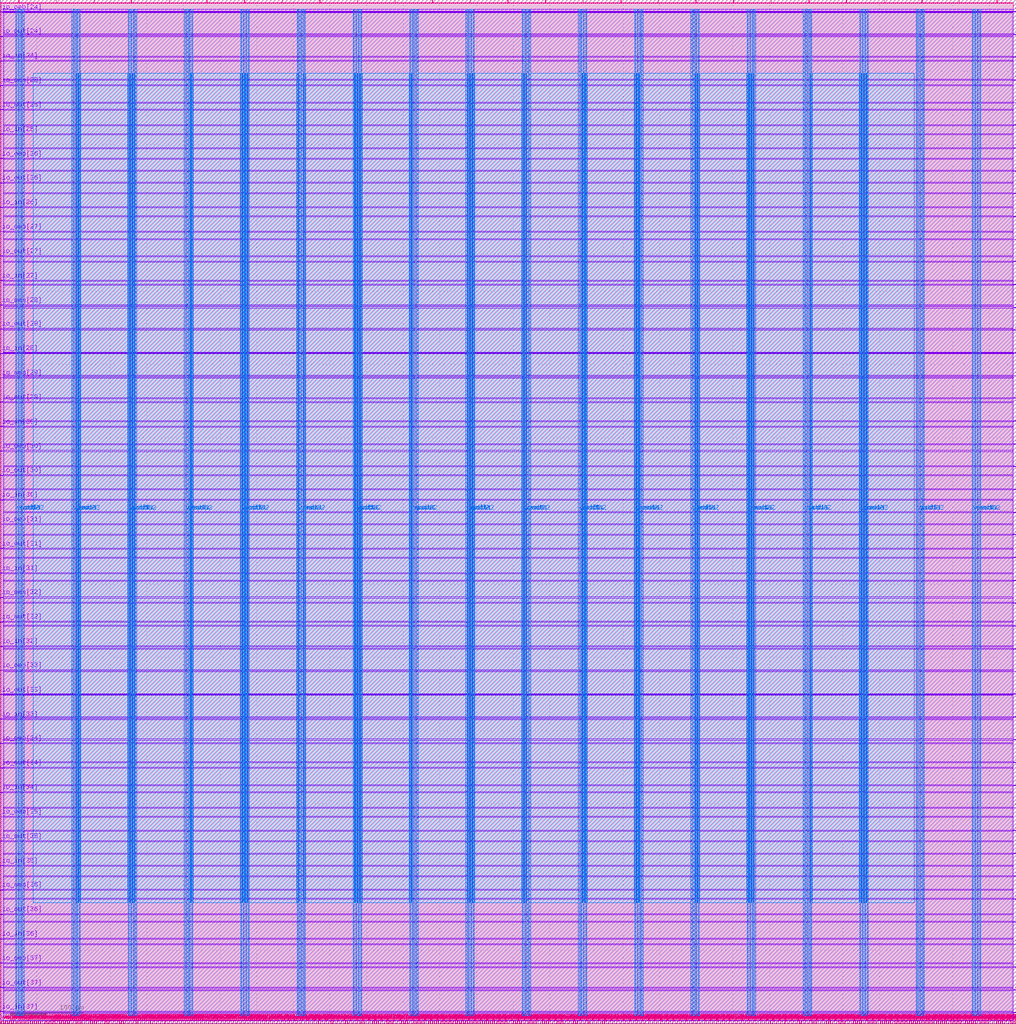
<source format=lef>
# Copyright 2020 The SkyWater PDK Authors
#
# Licensed under the Apache License, Version 2.0 (the "License");
# you may not use this file except in compliance with the License.
# You may obtain a copy of the License at
#
#     https://www.apache.org/licenses/LICENSE-2.0
#
# Unless required by applicable law or agreed to in writing, software
# distributed under the License is distributed on an "AS IS" BASIS,
# WITHOUT WARRANTIES OR CONDITIONS OF ANY KIND, either express or implied.
# See the License for the specific language governing permissions and
# limitations under the License.
#
# SPDX-License-Identifier: Apache-2.0

VERSION 5.7 ;

BUSBITCHARS "[]" ;
DIVIDERCHAR "/" ;

UNITS
  TIME NANOSECONDS 1 ;
  CAPACITANCE PICOFARADS 1 ;
  RESISTANCE OHMS 1 ;
  DATABASE MICRONS 1000 ;
END UNITS

MANUFACTURINGGRID 0.005 ;

PROPERTYDEFINITIONS
  LAYER LEF58_TYPE STRING ;
END PROPERTYDEFINITIONS

# High density, single height
SITE unithd
  SYMMETRY Y ;
  CLASS CORE ;
  SIZE 0.46 BY 2.72 ;
END unithd

# High density, double height
SITE unithddbl
  SYMMETRY Y ;
  CLASS CORE ;
  SIZE 0.46 BY 5.44 ;
END unithddbl

LAYER nwell
  TYPE MASTERSLICE ;
  PROPERTY LEF58_TYPE "TYPE NWELL ;" ;
END nwell

LAYER pwell
  TYPE MASTERSLICE ;
  PROPERTY LEF58_TYPE "TYPE PWELL ;" ;
END pwell

LAYER li1
  TYPE ROUTING ;
  DIRECTION VERTICAL ;

  PITCH 0.46 0.34 ;
  OFFSET 0.23 0.17 ;

  WIDTH 0.17 ;          # LI 1
  # SPACING  0.17 ;     # LI 2
  SPACINGTABLE
     PARALLELRUNLENGTH 0
     WIDTH 0 0.17 ;
  AREA 0.0561 ;         # LI 6
  THICKNESS 0.1 ;
  EDGECAPACITANCE 40.697E-6 ;
  CAPACITANCE CPERSQDIST 36.9866E-6 ;
  RESISTANCE RPERSQ 12.2 ;

  ANTENNAMODEL OXIDE1 ;
  ANTENNADIFFSIDEAREARATIO PWL ( ( 0 75 ) ( 0.0125 75 ) ( 0.0225 85.125 ) ( 22.5 10200 ) ) ;
END li1

LAYER mcon
  TYPE CUT ;

  WIDTH 0.17 ;                # Mcon 1
  SPACING 0.19 ;              # Mcon 2
  ENCLOSURE BELOW 0 0 ;       # Mcon 4
  ENCLOSURE ABOVE 0.03 0.06 ; # Met1 4 / Met1 5

  ANTENNADIFFAREARATIO PWL ( ( 0 3 ) ( 0.0125 3 ) ( 0.0225 3.405 ) ( 22.5 408 ) ) ;
  DCCURRENTDENSITY AVERAGE 0.36 ; # mA per via Iavg_max at Tj = 90oC

END mcon

LAYER met1
  TYPE ROUTING ;
  DIRECTION HORIZONTAL ;

  PITCH 0.34 ;
  OFFSET 0.17 ;

  WIDTH 0.14 ;                     # Met1 1
  # SPACING 0.14 ;                 # Met1 2
  # SPACING 0.28 RANGE 3.001 100 ; # Met1 3b
  SPACINGTABLE
     PARALLELRUNLENGTH 0
     WIDTH 0 0.14
     WIDTH 3 0.28 ;
  AREA 0.083 ;                     # Met1 6
  THICKNESS 0.35 ;

  ANTENNAMODEL OXIDE1 ;
  ANTENNADIFFSIDEAREARATIO PWL ( ( 0 400 ) ( 0.0125 400 ) ( 0.0225 2609 ) ( 22.5 11600 ) ) ;

  EDGECAPACITANCE 40.567E-6 ;
  CAPACITANCE CPERSQDIST 25.7784E-6 ;
  DCCURRENTDENSITY AVERAGE 2.8 ; # mA/um Iavg_max at Tj = 90oC
  ACCURRENTDENSITY RMS 6.1 ; # mA/um Irms_max at Tj = 90oC
  MAXIMUMDENSITY 70 ;
  DENSITYCHECKWINDOW 700 700 ;
  DENSITYCHECKSTEP 70 ;

  RESISTANCE RPERSQ 0.125 ;
END met1

LAYER via
  TYPE CUT ;
  WIDTH 0.15 ;                  # Via 1a
  SPACING 0.17 ;                # Via 2
  ENCLOSURE BELOW 0.055 0.085 ; # Via 4a / Via 5a
  ENCLOSURE ABOVE 0.055 0.085 ; # Met2 4 / Met2 5

  ANTENNADIFFAREARATIO PWL ( ( 0 6 ) ( 0.0125 6 ) ( 0.0225 6.81 ) ( 22.5 816 ) ) ;
  DCCURRENTDENSITY AVERAGE 0.29 ; # mA per via Iavg_max at Tj = 90oC
END via

LAYER met2
  TYPE ROUTING ;
  DIRECTION VERTICAL ;

  PITCH 0.46 ;
  OFFSET 0.23 ;

  WIDTH 0.14 ;                        # Met2 1
  # SPACING  0.14 ;                   # Met2 2
  # SPACING  0.28 RANGE 3.001 100 ;   # Met2 3b
  SPACINGTABLE
     PARALLELRUNLENGTH 0
     WIDTH 0 0.14
     WIDTH 3 0.28 ;
  AREA 0.0676 ;                       # Met2 6
  THICKNESS 0.35 ;

  EDGECAPACITANCE 37.759E-6 ;
  CAPACITANCE CPERSQDIST 16.9423E-6 ;
  RESISTANCE RPERSQ 0.125 ;
  DCCURRENTDENSITY AVERAGE 2.8 ; # mA/um Iavg_max at Tj = 90oC
  ACCURRENTDENSITY RMS 6.1 ; # mA/um Irms_max at Tj = 90oC

  ANTENNAMODEL OXIDE1 ;
  ANTENNADIFFSIDEAREARATIO PWL ( ( 0 400 ) ( 0.0125 400 ) ( 0.0225 2609 ) ( 22.5 11600 ) ) ;

  MAXIMUMDENSITY 70 ;
  DENSITYCHECKWINDOW 700 700 ;
  DENSITYCHECKSTEP 70 ;
END met2

# ******** Layer via2, type routing, number 44 **************
LAYER via2
  TYPE CUT ;
  WIDTH 0.2 ;                   # Via2 1
  SPACING 0.2 ;                 # Via2 2
  ENCLOSURE BELOW 0.04 0.085 ;  # Via2 4
  ENCLOSURE ABOVE 0.065 0.065 ; # Met3 4
  ANTENNADIFFAREARATIO PWL ( ( 0 6 ) ( 0.0125 6 ) ( 0.0225 6.81 ) ( 22.5 816 ) ) ;
  DCCURRENTDENSITY AVERAGE 0.48 ; # mA per via Iavg_max at Tj = 90oC
END via2

LAYER met3
  TYPE ROUTING ;
  DIRECTION HORIZONTAL ;

  PITCH 0.68 ;
  OFFSET 0.34 ;

  WIDTH 0.3 ;              # Met3 1
  # SPACING 0.3 ;          # Met3 2
  SPACINGTABLE
     PARALLELRUNLENGTH 0
     WIDTH 0 0.3
     WIDTH 3 0.4 ;
  AREA 0.24 ;              # Met3 6
  THICKNESS 0.8 ;

  EDGECAPACITANCE 40.989E-6 ;
  CAPACITANCE CPERSQDIST 12.3729E-6 ;
  RESISTANCE RPERSQ 0.047 ;
  DCCURRENTDENSITY AVERAGE 6.8 ; # mA/um Iavg_max at Tj = 90oC
  ACCURRENTDENSITY RMS 14.9 ; # mA/um Irms_max at Tj = 90oC

  ANTENNAMODEL OXIDE1 ;
  ANTENNADIFFSIDEAREARATIO PWL ( ( 0 400 ) ( 0.0125 400 ) ( 0.0225 2609 ) ( 22.5 11600 ) ) ;

  MAXIMUMDENSITY 70 ;
  DENSITYCHECKWINDOW 700 700 ;
  DENSITYCHECKSTEP 70 ;
END met3

LAYER via3
  TYPE CUT ;
  WIDTH 0.2 ;                   # Via3 1
  SPACING 0.2 ;                 # Via3 2
  ENCLOSURE BELOW 0.06 0.09 ;   # Via3 4 / Via3 5
  ENCLOSURE ABOVE 0.065 0.065 ; # Met4 3
  ANTENNADIFFAREARATIO PWL ( ( 0 6 ) ( 0.0125 6 ) ( 0.0225 6.81 ) ( 22.5 816 ) ) ;
  DCCURRENTDENSITY AVERAGE 0.48 ; # mA per via Iavg_max at Tj = 90oC
END via3

LAYER met4
  TYPE ROUTING ;
  DIRECTION VERTICAL ;

  PITCH 0.92 ;
  OFFSET 0.46 ;

  WIDTH 0.3 ;             # Met4 1
  # SPACING  0.3 ;             # Met4 2
  SPACINGTABLE
     PARALLELRUNLENGTH 0
     WIDTH 0 0.3
     WIDTH 3 0.4 ;
  AREA 0.24 ;            # Met4 4a

  THICKNESS 0.8 ;

  EDGECAPACITANCE 36.676E-6 ;
  CAPACITANCE CPERSQDIST 8.41537E-6 ;
  RESISTANCE RPERSQ 0.047 ;
  DCCURRENTDENSITY AVERAGE 6.8 ; # mA/um Iavg_max at Tj = 90oC
  ACCURRENTDENSITY RMS 14.9 ; # mA/um Irms_max at Tj = 90oC

  ANTENNAMODEL OXIDE1 ;
  ANTENNADIFFSIDEAREARATIO PWL ( ( 0 400 ) ( 0.0125 400 ) ( 0.0225 2609 ) ( 22.5 11600 ) ) ;

  MAXIMUMDENSITY 70 ;
  DENSITYCHECKWINDOW 700 700 ;
  DENSITYCHECKSTEP 70 ;
END met4

LAYER via4
  TYPE CUT ;

  WIDTH 0.8 ;                 # Via4 1
  SPACING 0.8 ;               # Via4 2
  ENCLOSURE BELOW 0.19 0.19 ; # Via4 4
  ENCLOSURE ABOVE 0.31 0.31 ; # Met5 3
  ANTENNADIFFAREARATIO PWL ( ( 0 6 ) ( 0.0125 6 ) ( 0.0225 6.81 ) ( 22.5 816 ) ) ;
  DCCURRENTDENSITY AVERAGE 2.49 ; # mA per via Iavg_max at Tj = 90oC
END via4

LAYER met5
  TYPE ROUTING ;
  DIRECTION HORIZONTAL ;

  PITCH 3.4 ;
  OFFSET 1.7 ;

  WIDTH 1.6 ;            # Met5 1
  #SPACING  1.6 ;        # Met5 2
  SPACINGTABLE
     PARALLELRUNLENGTH 0
     WIDTH 0 1.6 ;
  AREA 4 ;               # Met5 4

  THICKNESS 1.2 ;

  EDGECAPACITANCE 38.851E-6 ;
  CAPACITANCE CPERSQDIST 6.32063E-6 ;
  RESISTANCE RPERSQ 0.0285 ;
  DCCURRENTDENSITY AVERAGE 10.17 ; # mA/um Iavg_max at Tj = 90oC
  ACCURRENTDENSITY RMS 22.34 ; # mA/um Irms_max at Tj = 90oC

  ANTENNAMODEL OXIDE1 ;
  ANTENNADIFFSIDEAREARATIO PWL ( ( 0 400 ) ( 0.0125 400 ) ( 0.0225 2609 ) ( 22.5 11600 ) ) ;
END met5


### Routing via cells section   ###
# Plus via rule, metals are along the prefered direction
VIA L1M1_PR DEFAULT
  LAYER mcon ;
  RECT -0.085 -0.085 0.085 0.085 ;
  LAYER li1 ;
  RECT -0.085 -0.085 0.085 0.085 ;
  LAYER met1 ;
  RECT -0.145 -0.115 0.145 0.115 ;
END L1M1_PR

VIARULE L1M1_PR GENERATE
  LAYER li1 ;
  ENCLOSURE 0 0 ;
  LAYER met1 ;
  ENCLOSURE 0.06 0.03 ;
  LAYER mcon ;
  RECT -0.085 -0.085 0.085 0.085 ;
  SPACING 0.36 BY 0.36 ;
END L1M1_PR

# Plus via rule, metals are along the non prefered direction
VIA L1M1_PR_R DEFAULT
  LAYER mcon ;
  RECT -0.085 -0.085 0.085 0.085 ;
  LAYER li1 ;
  RECT -0.085 -0.085 0.085 0.085 ;
  LAYER met1 ;
  RECT -0.115 -0.145 0.115 0.145 ;
END L1M1_PR_R

VIARULE L1M1_PR_R GENERATE
  LAYER li1 ;
  ENCLOSURE 0 0 ;
  LAYER met1 ;
  ENCLOSURE 0.03 0.06 ;
  LAYER mcon ;
  RECT -0.085 -0.085 0.085 0.085 ;
  SPACING 0.36 BY 0.36 ;
END L1M1_PR_R

# Minus via rule, lower layer metal is along prefered direction
VIA L1M1_PR_M DEFAULT
  LAYER mcon ;
  RECT -0.085 -0.085 0.085 0.085 ;
  LAYER li1 ;
  RECT -0.085 -0.085 0.085 0.085 ;
  LAYER met1 ;
  RECT -0.115 -0.145 0.115 0.145 ;
END L1M1_PR_M

VIARULE L1M1_PR_M GENERATE
  LAYER li1 ;
  ENCLOSURE 0 0 ;
  LAYER met1 ;
  ENCLOSURE 0.03 0.06 ;
  LAYER mcon ;
  RECT -0.085 -0.085 0.085 0.085 ;
  SPACING 0.36 BY 0.36 ;
END L1M1_PR_M

# Minus via rule, upper layer metal is along prefered direction
VIA L1M1_PR_MR DEFAULT
  LAYER mcon ;
  RECT -0.085 -0.085 0.085 0.085 ;
  LAYER li1 ;
  RECT -0.085 -0.085 0.085 0.085 ;
  LAYER met1 ;
  RECT -0.145 -0.115 0.145 0.115 ;
END L1M1_PR_MR

VIARULE L1M1_PR_MR GENERATE
  LAYER li1 ;
  ENCLOSURE 0 0 ;
  LAYER met1 ;
  ENCLOSURE 0.06 0.03 ;
  LAYER mcon ;
  RECT -0.085 -0.085 0.085 0.085 ;
  SPACING 0.36 BY 0.36 ;
END L1M1_PR_MR

# Centered via rule, we really do not want to use it
VIA L1M1_PR_C DEFAULT
  LAYER mcon ;
  RECT -0.085 -0.085 0.085 0.085 ;
  LAYER li1 ;
  RECT -0.085 -0.085 0.085 0.085 ;
  LAYER met1 ;
  RECT -0.145 -0.145 0.145 0.145 ;
END L1M1_PR_C

VIARULE L1M1_PR_C GENERATE
  LAYER li1 ;
  ENCLOSURE 0 0 ;
  LAYER met1 ;
  ENCLOSURE 0.06 0.06 ;
  LAYER mcon ;
  RECT -0.085 -0.085 0.085 0.085 ;
  SPACING 0.36 BY 0.36 ;
END L1M1_PR_C

# Plus via rule, metals are along the prefered direction
VIA M1M2_PR DEFAULT
  LAYER via ;
  RECT -0.075 -0.075 0.075 0.075 ;
  LAYER met1 ;
  RECT -0.16 -0.13 0.16 0.13 ;
  LAYER met2 ;
  RECT -0.13 -0.16 0.13 0.16 ;
END M1M2_PR

VIARULE M1M2_PR GENERATE
  LAYER met1 ;
  ENCLOSURE 0.085 0.055 ;
  LAYER met2 ;
  ENCLOSURE 0.055 0.085 ;
  LAYER via ;
  RECT -0.075 -0.075 0.075 0.075 ;
  SPACING 0.32 BY 0.32 ;
END M1M2_PR

# Plus via rule, metals are along the non prefered direction
VIA M1M2_PR_R DEFAULT
  LAYER via ;
  RECT -0.075 -0.075 0.075 0.075 ;
  LAYER met1 ;
  RECT -0.13 -0.16 0.13 0.16 ;
  LAYER met2 ;
  RECT -0.16 -0.13 0.16 0.13 ;
END M1M2_PR_R

VIARULE M1M2_PR_R GENERATE
  LAYER met1 ;
  ENCLOSURE 0.055 0.085 ;
  LAYER met2 ;
  ENCLOSURE 0.085 0.055 ;
  LAYER via ;
  RECT -0.075 -0.075 0.075 0.075 ;
  SPACING 0.32 BY 0.32 ;
END M1M2_PR_R

# Minus via rule, lower layer metal is along prefered direction
VIA M1M2_PR_M DEFAULT
  LAYER via ;
  RECT -0.075 -0.075 0.075 0.075 ;
  LAYER met1 ;
  RECT -0.16 -0.13 0.16 0.13 ;
  LAYER met2 ;
  RECT -0.16 -0.13 0.16 0.13 ;
END M1M2_PR_M

VIARULE M1M2_PR_M GENERATE
  LAYER met1 ;
  ENCLOSURE 0.085 0.055 ;
  LAYER met2 ;
  ENCLOSURE 0.085 0.055 ;
  LAYER via ;
  RECT -0.075 -0.075 0.075 0.075 ;
  SPACING 0.32 BY 0.32 ;
END M1M2_PR_M

# Minus via rule, upper layer metal is along prefered direction
VIA M1M2_PR_MR DEFAULT
  LAYER via ;
  RECT -0.075 -0.075 0.075 0.075 ;
  LAYER met1 ;
  RECT -0.13 -0.16 0.13 0.16 ;
  LAYER met2 ;
  RECT -0.13 -0.16 0.13 0.16 ;
END M1M2_PR_MR

VIARULE M1M2_PR_MR GENERATE
  LAYER met1 ;
  ENCLOSURE 0.055 0.085 ;
  LAYER met2 ;
  ENCLOSURE 0.055 0.085 ;
  LAYER via ;
  RECT -0.075 -0.075 0.075 0.075 ;
  SPACING 0.32 BY 0.32 ;
END M1M2_PR_MR

# Centered via rule, we really do not want to use it
VIA M1M2_PR_C DEFAULT
  LAYER via ;
  RECT -0.075 -0.075 0.075 0.075 ;
  LAYER met1 ;
  RECT -0.16 -0.16 0.16 0.16 ;
  LAYER met2 ;
  RECT -0.16 -0.16 0.16 0.16 ;
END M1M2_PR_C

VIARULE M1M2_PR_C GENERATE
  LAYER met1 ;
  ENCLOSURE 0.085 0.085 ;
  LAYER met2 ;
  ENCLOSURE 0.085 0.085 ;
  LAYER via ;
  RECT -0.075 -0.075 0.075 0.075 ;
  SPACING 0.32 BY 0.32 ;
END M1M2_PR_C

# Plus via rule, metals are along the prefered direction
VIA M2M3_PR DEFAULT
  LAYER via2 ;
  RECT -0.1 -0.1 0.1 0.1 ;
  LAYER met2 ;
  RECT -0.14 -0.185 0.14 0.185 ;
  LAYER met3 ;
  RECT -0.165 -0.165 0.165 0.165 ;
END M2M3_PR

VIARULE M2M3_PR GENERATE
  LAYER met2 ;
  ENCLOSURE 0.04 0.085 ;
  LAYER met3 ;
  ENCLOSURE 0.065 0.065 ;
  LAYER via2 ;
  RECT -0.1 -0.1 0.1 0.1 ;
  SPACING 0.4 BY 0.4 ;
END M2M3_PR

# Plus via rule, metals are along the non prefered direction
VIA M2M3_PR_R DEFAULT
  LAYER via2 ;
  RECT -0.1 -0.1 0.1 0.1 ;
  LAYER met2 ;
  RECT -0.185 -0.14 0.185 0.14 ;
  LAYER met3 ;
  RECT -0.165 -0.165 0.165 0.165 ;
END M2M3_PR_R

VIARULE M2M3_PR_R GENERATE
  LAYER met2 ;
  ENCLOSURE 0.085 0.04 ;
  LAYER met3 ;
  ENCLOSURE 0.065 0.065 ;
  LAYER via2 ;
  RECT -0.1 -0.1 0.1 0.1 ;
  SPACING 0.4 BY 0.4 ;
END M2M3_PR_R

# Minus via rule, lower layer metal is along prefered direction
VIA M2M3_PR_M DEFAULT
  LAYER via2 ;
  RECT -0.1 -0.1 0.1 0.1 ;
  LAYER met2 ;
  RECT -0.14 -0.185 0.14 0.185 ;
  LAYER met3 ;
  RECT -0.165 -0.165 0.165 0.165 ;
END M2M3_PR_M

VIARULE M2M3_PR_M GENERATE
  LAYER met2 ;
  ENCLOSURE 0.04 0.085 ;
  LAYER met3 ;
  ENCLOSURE 0.065 0.065 ;
  LAYER via2 ;
  RECT -0.1 -0.1 0.1 0.1 ;
  SPACING 0.4 BY 0.4 ;
END M2M3_PR_M

# Minus via rule, upper layer metal is along prefered direction
VIA M2M3_PR_MR DEFAULT
  LAYER via2 ;
  RECT -0.1 -0.1 0.1 0.1 ;
  LAYER met2 ;
  RECT -0.185 -0.14 0.185 0.14 ;
  LAYER met3 ;
  RECT -0.165 -0.165 0.165 0.165 ;
END M2M3_PR_MR

VIARULE M2M3_PR_MR GENERATE
  LAYER met2 ;
  ENCLOSURE 0.085 0.04 ;
  LAYER met3 ;
  ENCLOSURE 0.065 0.065 ;
  LAYER via2 ;
  RECT -0.1 -0.1 0.1 0.1 ;
  SPACING 0.4 BY 0.4 ;
END M2M3_PR_MR

# Centered via rule, we really do not want to use it
VIA M2M3_PR_C DEFAULT
  LAYER via2 ;
  RECT -0.1 -0.1 0.1 0.1 ;
  LAYER met2 ;
  RECT -0.185 -0.185 0.185 0.185 ;
  LAYER met3 ;
  RECT -0.165 -0.165 0.165 0.165 ;
END M2M3_PR_C

VIARULE M2M3_PR_C GENERATE
  LAYER met2 ;
  ENCLOSURE 0.085 0.085 ;
  LAYER met3 ;
  ENCLOSURE 0.065 0.065 ;
  LAYER via2 ;
  RECT -0.1 -0.1 0.1 0.1 ;
  SPACING 0.4 BY 0.4 ;
END M2M3_PR_C

# Plus via rule, metals are along the prefered direction
VIA M3M4_PR DEFAULT
  LAYER via3 ;
  RECT -0.1 -0.1 0.1 0.1 ;
  LAYER met3 ;
  RECT -0.19 -0.16 0.19 0.16 ;
  LAYER met4 ;
  RECT -0.165 -0.165 0.165 0.165 ;
END M3M4_PR

VIARULE M3M4_PR GENERATE
  LAYER met3 ;
  ENCLOSURE 0.09 0.06 ;
  LAYER met4 ;
  ENCLOSURE 0.065 0.065 ;
  LAYER via3 ;
  RECT -0.1 -0.1 0.1 0.1 ;
  SPACING 0.4 BY 0.4 ;
END M3M4_PR

# Plus via rule, metals are along the non prefered direction
VIA M3M4_PR_R DEFAULT
  LAYER via3 ;
  RECT -0.1 -0.1 0.1 0.1 ;
  LAYER met3 ;
  RECT -0.16 -0.19 0.16 0.19 ;
  LAYER met4 ;
  RECT -0.165 -0.165 0.165 0.165 ;
END M3M4_PR_R

VIARULE M3M4_PR_R GENERATE
  LAYER met3 ;
  ENCLOSURE 0.06 0.09 ;
  LAYER met4 ;
  ENCLOSURE 0.065 0.065 ;
  LAYER via3 ;
  RECT -0.1 -0.1 0.1 0.1 ;
  SPACING 0.4 BY 0.4 ;
END M3M4_PR_R

# Minus via rule, lower layer metal is along prefered direction
VIA M3M4_PR_M DEFAULT
  LAYER via3 ;
  RECT -0.1 -0.1 0.1 0.1 ;
  LAYER met3 ;
  RECT -0.19 -0.16 0.19 0.16 ;
  LAYER met4 ;
  RECT -0.165 -0.165 0.165 0.165 ;
END M3M4_PR_M

VIARULE M3M4_PR_M GENERATE
  LAYER met3 ;
  ENCLOSURE 0.09 0.06 ;
  LAYER met4 ;
  ENCLOSURE 0.065 0.065 ;
  LAYER via3 ;
  RECT -0.1 -0.1 0.1 0.1 ;
  SPACING 0.4 BY 0.4 ;
END M3M4_PR_M

# Minus via rule, upper layer metal is along prefered direction
VIA M3M4_PR_MR DEFAULT
  LAYER via3 ;
  RECT -0.1 -0.1 0.1 0.1 ;
  LAYER met3 ;
  RECT -0.16 -0.19 0.16 0.19 ;
  LAYER met4 ;
  RECT -0.165 -0.165 0.165 0.165 ;
END M3M4_PR_MR

VIARULE M3M4_PR_MR GENERATE
  LAYER met3 ;
  ENCLOSURE 0.06 0.09 ;
  LAYER met4 ;
  ENCLOSURE 0.065 0.065 ;
  LAYER via3 ;
  RECT -0.1 -0.1 0.1 0.1 ;
  SPACING 0.4 BY 0.4 ;
END M3M4_PR_MR

# Centered via rule, we really do not want to use it
VIA M3M4_PR_C DEFAULT
  LAYER via3 ;
  RECT -0.1 -0.1 0.1 0.1 ;
  LAYER met3 ;
  RECT -0.19 -0.19 0.19 0.19 ;
  LAYER met4 ;
  RECT -0.165 -0.165 0.165 0.165 ;
END M3M4_PR_C

VIARULE M3M4_PR_C GENERATE
  LAYER met3 ;
  ENCLOSURE 0.09 0.09 ;
  LAYER met4 ;
  ENCLOSURE 0.065 0.065 ;
  LAYER via3 ;
  RECT -0.1 -0.1 0.1 0.1 ;
  SPACING 0.4 BY 0.4 ;
END M3M4_PR_C

# Plus via rule, metals are along the prefered direction
VIA M4M5_PR DEFAULT
  LAYER via4 ;
  RECT -0.4 -0.4 0.4 0.4 ;
  LAYER met4 ;
  RECT -0.59 -0.59 0.59 0.59 ;
  LAYER met5 ;
  RECT -0.71 -0.71 0.71 0.71 ;
END M4M5_PR

VIARULE M4M5_PR GENERATE
  LAYER met4 ;
  ENCLOSURE 0.19 0.19 ;
  LAYER met5 ;
  ENCLOSURE 0.31 0.31 ;
  LAYER via4 ;
  RECT -0.4 -0.4 0.4 0.4 ;
  SPACING 1.6 BY 1.6 ;
END M4M5_PR

# Plus via rule, metals are along the non prefered direction
VIA M4M5_PR_R DEFAULT
  LAYER via4 ;
  RECT -0.4 -0.4 0.4 0.4 ;
  LAYER met4 ;
  RECT -0.59 -0.59 0.59 0.59 ;
  LAYER met5 ;
  RECT -0.71 -0.71 0.71 0.71 ;
END M4M5_PR_R

VIARULE M4M5_PR_R GENERATE
  LAYER met4 ;
  ENCLOSURE 0.19 0.19 ;
  LAYER met5 ;
  ENCLOSURE 0.31 0.31 ;
  LAYER via4 ;
  RECT -0.4 -0.4 0.4 0.4 ;
  SPACING 1.6 BY 1.6 ;
END M4M5_PR_R

# Minus via rule, lower layer metal is along prefered direction
VIA M4M5_PR_M DEFAULT
  LAYER via4 ;
  RECT -0.4 -0.4 0.4 0.4 ;
  LAYER met4 ;
  RECT -0.59 -0.59 0.59 0.59 ;
  LAYER met5 ;
  RECT -0.71 -0.71 0.71 0.71 ;
END M4M5_PR_M

VIARULE M4M5_PR_M GENERATE
  LAYER met4 ;
  ENCLOSURE 0.19 0.19 ;
  LAYER met5 ;
  ENCLOSURE 0.31 0.31 ;
  LAYER via4 ;
  RECT -0.4 -0.4 0.4 0.4 ;
  SPACING 1.6 BY 1.6 ;
END M4M5_PR_M

# Minus via rule, upper layer metal is along prefered direction
VIA M4M5_PR_MR DEFAULT
  LAYER via4 ;
  RECT -0.4 -0.4 0.4 0.4 ;
  LAYER met4 ;
  RECT -0.59 -0.59 0.59 0.59 ;
  LAYER met5 ;
  RECT -0.71 -0.71 0.71 0.71 ;
END M4M5_PR_MR

VIARULE M4M5_PR_MR GENERATE
  LAYER met4 ;
  ENCLOSURE 0.19 0.19 ;
  LAYER met5 ;
  ENCLOSURE 0.31 0.31 ;
  LAYER via4 ;
  RECT -0.4 -0.4 0.4 0.4 ;
  SPACING 1.6 BY 1.6 ;
END M4M5_PR_MR

# Centered via rule, we really do not want to use it
VIA M4M5_PR_C DEFAULT
  LAYER via4 ;
  RECT -0.4 -0.4 0.4 0.4 ;
  LAYER met4 ;
  RECT -0.59 -0.59 0.59 0.59 ;
  LAYER met5 ;
  RECT -0.71 -0.71 0.71 0.71 ;
END M4M5_PR_C

VIARULE M4M5_PR_C GENERATE
  LAYER met4 ;
  ENCLOSURE 0.19 0.19 ;
  LAYER met5 ;
  ENCLOSURE 0.31 0.31 ;
  LAYER via4 ;
  RECT -0.4 -0.4 0.4 0.4 ;
  SPACING 1.6 BY 1.6 ;
END M4M5_PR_C
###  end of single via cells   ###


MACRO sky130_fd_sc_hd__a2111o_4
  CLASS CORE ;
  FOREIGN sky130_fd_sc_hd__a2111o_4 ;
  ORIGIN  0.000000  0.000000 ;
  SIZE  7.820000 BY  2.720000 ;
  SYMMETRY X Y R90 ;
  SITE unithd ;
  PIN A1
    ANTENNAGATEAREA  0.495000 ;
    DIRECTION INPUT ;
    USE SIGNAL ;
    PORT
      LAYER li1 ;
        RECT 3.825000 1.075000 4.495000 1.275000 ;
    END
  END A1
  PIN A2
    ANTENNAGATEAREA  0.495000 ;
    DIRECTION INPUT ;
    USE SIGNAL ;
    PORT
      LAYER li1 ;
        RECT 4.675000 1.075000 5.625000 1.275000 ;
    END
  END A2
  PIN B1
    ANTENNAGATEAREA  0.495000 ;
    DIRECTION INPUT ;
    USE SIGNAL ;
    PORT
      LAYER li1 ;
        RECT 2.450000 0.975000 3.255000 1.285000 ;
    END
  END B1
  PIN C1
    ANTENNAGATEAREA  0.495000 ;
    DIRECTION INPUT ;
    USE SIGNAL ;
    PORT
      LAYER li1 ;
        RECT 1.040000 0.975000 2.280000 1.285000 ;
    END
  END C1
  PIN D1
    ANTENNAGATEAREA  0.495000 ;
    DIRECTION INPUT ;
    USE SIGNAL ;
    PORT
      LAYER li1 ;
        RECT 0.085000 0.975000 0.370000 1.625000 ;
    END
  END D1
  PIN X
    ANTENNADIFFAREA  0.924000 ;
    DIRECTION OUTPUT ;
    USE SIGNAL ;
    PORT
      LAYER li1 ;
        RECT 6.165000 0.255000 6.355000 0.635000 ;
        RECT 6.165000 0.635000 7.735000 0.805000 ;
        RECT 6.165000 1.465000 7.735000 1.635000 ;
        RECT 6.165000 1.635000 7.215000 1.715000 ;
        RECT 6.165000 1.715000 6.355000 2.465000 ;
        RECT 7.025000 0.255000 7.215000 0.635000 ;
        RECT 7.025000 1.715000 7.215000 2.465000 ;
        RECT 7.490000 0.805000 7.735000 1.465000 ;
    END
  END X
  PIN VGND
    DIRECTION INOUT ;
    SHAPE ABUTMENT ;
    USE GROUND ;
    PORT
      LAYER met1 ;
        RECT 0.000000 -0.240000 7.820000 0.240000 ;
    END
  END VGND
  PIN VNB
    DIRECTION INOUT ;
    USE GROUND ;
    PORT
      LAYER pwell ;
        RECT 0.145000 -0.085000 0.315000 0.085000 ;
    END
  END VNB
  PIN VPB
    DIRECTION INOUT ;
    USE POWER ;
    PORT
      LAYER nwell ;
        RECT -0.190000 1.305000 8.010000 2.910000 ;
    END
  END VPB
  PIN VPWR
    DIRECTION INOUT ;
    SHAPE ABUTMENT ;
    USE POWER ;
    PORT
      LAYER met1 ;
        RECT 0.000000 2.480000 7.820000 2.960000 ;
    END
  END VPWR
  OBS
    LAYER li1 ;
      RECT 0.000000 -0.085000 7.820000 0.085000 ;
      RECT 0.000000  2.635000 7.820000 2.805000 ;
      RECT 0.110000  1.795000 0.370000 2.295000 ;
      RECT 0.110000  2.295000 2.160000 2.465000 ;
      RECT 0.180000  0.255000 0.440000 0.635000 ;
      RECT 0.180000  0.635000 3.655000 0.805000 ;
      RECT 0.540000  0.805000 0.870000 2.125000 ;
      RECT 0.610000  0.085000 0.940000 0.465000 ;
      RECT 1.040000  1.455000 1.230000 2.295000 ;
      RECT 1.110000  0.255000 1.340000 0.615000 ;
      RECT 1.110000  0.615000 3.655000 0.635000 ;
      RECT 1.400000  1.455000 3.100000 1.625000 ;
      RECT 1.400000  1.625000 1.730000 2.125000 ;
      RECT 1.510000  0.085000 1.840000 0.445000 ;
      RECT 1.900000  1.795000 2.160000 2.295000 ;
      RECT 2.015000  0.255000 2.240000 0.615000 ;
      RECT 2.340000  1.795000 2.675000 2.295000 ;
      RECT 2.340000  2.295000 3.650000 2.465000 ;
      RECT 2.420000  0.085000 3.295000 0.445000 ;
      RECT 2.845000  1.625000 3.100000 2.125000 ;
      RECT 3.320000  1.795000 5.495000 1.995000 ;
      RECT 3.320000  1.995000 3.650000 2.295000 ;
      RECT 3.465000  0.255000 4.585000 0.445000 ;
      RECT 3.465000  0.445000 3.655000 0.615000 ;
      RECT 3.465000  0.805000 3.655000 1.445000 ;
      RECT 3.465000  1.445000 5.975000 1.625000 ;
      RECT 3.825000  0.615000 5.495000 0.785000 ;
      RECT 3.865000  2.165000 4.195000 2.635000 ;
      RECT 4.365000  1.995000 4.625000 2.415000 ;
      RECT 4.805000  0.085000 5.140000 0.445000 ;
      RECT 4.805000  2.255000 5.140000 2.635000 ;
      RECT 5.310000  0.255000 5.495000 0.615000 ;
      RECT 5.310000  1.995000 5.495000 2.465000 ;
      RECT 5.665000  0.085000 5.995000 0.515000 ;
      RECT 5.665000  1.800000 5.995000 2.635000 ;
      RECT 5.795000  1.075000 7.320000 1.245000 ;
      RECT 5.795000  1.245000 5.975000 1.445000 ;
      RECT 6.525000  0.085000 6.855000 0.445000 ;
      RECT 6.525000  1.885000 6.855000 2.635000 ;
      RECT 7.385000  0.085000 7.715000 0.465000 ;
      RECT 7.385000  1.805000 7.715000 2.635000 ;
    LAYER mcon ;
      RECT 0.145000 -0.085000 0.315000 0.085000 ;
      RECT 0.145000  2.635000 0.315000 2.805000 ;
      RECT 0.605000 -0.085000 0.775000 0.085000 ;
      RECT 0.605000  2.635000 0.775000 2.805000 ;
      RECT 1.065000 -0.085000 1.235000 0.085000 ;
      RECT 1.065000  2.635000 1.235000 2.805000 ;
      RECT 1.525000 -0.085000 1.695000 0.085000 ;
      RECT 1.525000  2.635000 1.695000 2.805000 ;
      RECT 1.985000 -0.085000 2.155000 0.085000 ;
      RECT 1.985000  2.635000 2.155000 2.805000 ;
      RECT 2.445000 -0.085000 2.615000 0.085000 ;
      RECT 2.445000  2.635000 2.615000 2.805000 ;
      RECT 2.905000 -0.085000 3.075000 0.085000 ;
      RECT 2.905000  2.635000 3.075000 2.805000 ;
      RECT 3.365000 -0.085000 3.535000 0.085000 ;
      RECT 3.365000  2.635000 3.535000 2.805000 ;
      RECT 3.825000 -0.085000 3.995000 0.085000 ;
      RECT 3.825000  2.635000 3.995000 2.805000 ;
      RECT 4.285000 -0.085000 4.455000 0.085000 ;
      RECT 4.285000  2.635000 4.455000 2.805000 ;
      RECT 4.745000 -0.085000 4.915000 0.085000 ;
      RECT 4.745000  2.635000 4.915000 2.805000 ;
      RECT 5.205000 -0.085000 5.375000 0.085000 ;
      RECT 5.205000  2.635000 5.375000 2.805000 ;
      RECT 5.665000 -0.085000 5.835000 0.085000 ;
      RECT 5.665000  2.635000 5.835000 2.805000 ;
      RECT 6.125000 -0.085000 6.295000 0.085000 ;
      RECT 6.125000  2.635000 6.295000 2.805000 ;
      RECT 6.585000 -0.085000 6.755000 0.085000 ;
      RECT 6.585000  2.635000 6.755000 2.805000 ;
      RECT 7.045000 -0.085000 7.215000 0.085000 ;
      RECT 7.045000  2.635000 7.215000 2.805000 ;
      RECT 7.505000 -0.085000 7.675000 0.085000 ;
      RECT 7.505000  2.635000 7.675000 2.805000 ;
  END
END sky130_fd_sc_hd__a2111o_4
MACRO sky130_fd_sc_hd__a2111o_1
  CLASS CORE ;
  FOREIGN sky130_fd_sc_hd__a2111o_1 ;
  ORIGIN  0.000000  0.000000 ;
  SIZE  4.140000 BY  2.720000 ;
  SYMMETRY X Y R90 ;
  SITE unithd ;
  PIN A1
    ANTENNAGATEAREA  0.247500 ;
    DIRECTION INPUT ;
    USE SIGNAL ;
    PORT
      LAYER li1 ;
        RECT 2.905000 0.995000 3.290000 1.325000 ;
        RECT 2.985000 0.285000 3.540000 0.845000 ;
        RECT 2.985000 0.845000 3.290000 0.995000 ;
    END
  END A1
  PIN A2
    ANTENNAGATEAREA  0.247500 ;
    DIRECTION INPUT ;
    USE SIGNAL ;
    PORT
      LAYER li1 ;
        RECT 3.510000 1.025000 4.010000 1.290000 ;
    END
  END A2
  PIN B1
    ANTENNAGATEAREA  0.247500 ;
    DIRECTION INPUT ;
    USE SIGNAL ;
    PORT
      LAYER li1 ;
        RECT 2.400000 0.995000 2.680000 2.465000 ;
    END
  END B1
  PIN C1
    ANTENNAGATEAREA  0.247500 ;
    DIRECTION INPUT ;
    USE SIGNAL ;
    PORT
      LAYER li1 ;
        RECT 1.890000 1.050000 2.220000 2.465000 ;
    END
  END C1
  PIN D1
    ANTENNAGATEAREA  0.247500 ;
    DIRECTION INPUT ;
    USE SIGNAL ;
    PORT
      LAYER li1 ;
        RECT 1.290000 1.050000 1.720000 1.290000 ;
        RECT 1.515000 1.290000 1.720000 2.465000 ;
    END
  END D1
  PIN X
    ANTENNADIFFAREA  0.504500 ;
    DIRECTION OUTPUT ;
    USE SIGNAL ;
    PORT
      LAYER li1 ;
        RECT 0.135000 0.255000 0.465000 1.620000 ;
        RECT 0.135000 1.620000 0.390000 2.460000 ;
    END
  END X
  PIN VGND
    DIRECTION INOUT ;
    SHAPE ABUTMENT ;
    USE GROUND ;
    PORT
      LAYER met1 ;
        RECT 0.000000 -0.240000 4.140000 0.240000 ;
    END
  END VGND
  PIN VNB
    DIRECTION INOUT ;
    USE GROUND ;
    PORT
      LAYER pwell ;
        RECT 0.145000 -0.085000 0.315000 0.085000 ;
    END
    PORT
      LAYER pwell ;
        RECT 1.975000 -0.065000 2.145000 0.105000 ;
    END
  END VNB
  PIN VPB
    DIRECTION INOUT ;
    USE POWER ;
    PORT
      LAYER nwell ;
        RECT -0.190000 1.305000 4.330000 2.910000 ;
    END
  END VPB
  PIN VPWR
    DIRECTION INOUT ;
    SHAPE ABUTMENT ;
    USE POWER ;
    PORT
      LAYER met1 ;
        RECT 0.000000 2.480000 4.140000 2.960000 ;
    END
  END VPWR
  OBS
    LAYER li1 ;
      RECT 0.000000 -0.085000 4.140000 0.085000 ;
      RECT 0.000000  2.635000 4.140000 2.805000 ;
      RECT 0.565000  1.815000 0.895000 2.635000 ;
      RECT 0.635000  0.085000 1.310000 0.470000 ;
      RECT 0.695000  0.650000 1.915000 0.655000 ;
      RECT 0.695000  0.655000 2.805000 0.825000 ;
      RECT 0.695000  0.825000 0.915000 1.465000 ;
      RECT 0.695000  1.465000 1.345000 1.645000 ;
      RECT 1.135000  1.645000 1.345000 2.460000 ;
      RECT 1.585000  0.260000 1.915000 0.650000 ;
      RECT 2.085000  0.085000 2.430000 0.485000 ;
      RECT 2.600000  0.260000 2.805000 0.655000 ;
      RECT 2.860000  1.495000 3.990000 1.665000 ;
      RECT 2.860000  1.665000 3.145000 2.460000 ;
      RECT 3.325000  1.835000 3.540000 2.635000 ;
      RECT 3.715000  0.085000 3.955000 0.760000 ;
      RECT 3.720000  1.665000 3.990000 2.460000 ;
    LAYER mcon ;
      RECT 0.145000 -0.085000 0.315000 0.085000 ;
      RECT 0.145000  2.635000 0.315000 2.805000 ;
      RECT 0.605000 -0.085000 0.775000 0.085000 ;
      RECT 0.605000  2.635000 0.775000 2.805000 ;
      RECT 1.065000 -0.085000 1.235000 0.085000 ;
      RECT 1.065000  2.635000 1.235000 2.805000 ;
      RECT 1.525000 -0.085000 1.695000 0.085000 ;
      RECT 1.525000  2.635000 1.695000 2.805000 ;
      RECT 1.985000 -0.085000 2.155000 0.085000 ;
      RECT 1.985000  2.635000 2.155000 2.805000 ;
      RECT 2.445000 -0.085000 2.615000 0.085000 ;
      RECT 2.445000  2.635000 2.615000 2.805000 ;
      RECT 2.905000 -0.085000 3.075000 0.085000 ;
      RECT 2.905000  2.635000 3.075000 2.805000 ;
      RECT 3.365000 -0.085000 3.535000 0.085000 ;
      RECT 3.365000  2.635000 3.535000 2.805000 ;
      RECT 3.825000 -0.085000 3.995000 0.085000 ;
      RECT 3.825000  2.635000 3.995000 2.805000 ;
  END
END sky130_fd_sc_hd__a2111o_1
MACRO sky130_fd_sc_hd__a2111o_2
  CLASS CORE ;
  FOREIGN sky130_fd_sc_hd__a2111o_2 ;
  ORIGIN  0.000000  0.000000 ;
  SIZE  4.600000 BY  2.720000 ;
  SYMMETRY X Y R90 ;
  SITE unithd ;
  PIN A1
    ANTENNAGATEAREA  0.247500 ;
    DIRECTION INPUT ;
    USE SIGNAL ;
    PORT
      LAYER li1 ;
        RECT 3.365000 0.955000 3.775000 1.740000 ;
        RECT 3.505000 0.290000 3.995000 0.825000 ;
        RECT 3.505000 0.825000 3.775000 0.955000 ;
    END
  END A1
  PIN A2
    ANTENNAGATEAREA  0.247500 ;
    DIRECTION INPUT ;
    USE SIGNAL ;
    PORT
      LAYER li1 ;
        RECT 3.945000 0.995000 4.515000 1.740000 ;
    END
  END A2
  PIN B1
    ANTENNAGATEAREA  0.247500 ;
    DIRECTION INPUT ;
    USE SIGNAL ;
    PORT
      LAYER li1 ;
        RECT 2.905000 0.995000 3.195000 1.740000 ;
    END
  END B1
  PIN C1
    ANTENNAGATEAREA  0.247500 ;
    DIRECTION INPUT ;
    USE SIGNAL ;
    PORT
      LAYER li1 ;
        RECT 2.425000 0.995000 2.735000 2.355000 ;
    END
  END C1
  PIN D1
    ANTENNAGATEAREA  0.247500 ;
    DIRECTION INPUT ;
    USE SIGNAL ;
    PORT
      LAYER li1 ;
        RECT 1.885000 0.995000 2.255000 1.325000 ;
        RECT 1.960000 1.325000 2.255000 2.355000 ;
    END
  END D1
  PIN X
    ANTENNADIFFAREA  0.462000 ;
    DIRECTION OUTPUT ;
    USE SIGNAL ;
    PORT
      LAYER li1 ;
        RECT 0.605000 0.255000 0.895000 2.390000 ;
    END
  END X
  PIN VGND
    DIRECTION INOUT ;
    SHAPE ABUTMENT ;
    USE GROUND ;
    PORT
      LAYER met1 ;
        RECT 0.000000 -0.240000 4.600000 0.240000 ;
    END
  END VGND
  PIN VNB
    DIRECTION INOUT ;
    USE GROUND ;
    PORT
      LAYER pwell ;
        RECT 0.145000 -0.085000 0.315000 0.085000 ;
    END
  END VNB
  PIN VPB
    DIRECTION INOUT ;
    USE POWER ;
    PORT
      LAYER nwell ;
        RECT -0.190000 1.305000 4.790000 2.910000 ;
    END
  END VPB
  PIN VPWR
    DIRECTION INOUT ;
    SHAPE ABUTMENT ;
    USE POWER ;
    PORT
      LAYER met1 ;
        RECT 0.000000 2.480000 4.600000 2.960000 ;
    END
  END VPWR
  OBS
    LAYER li1 ;
      RECT 0.000000 -0.085000 4.600000 0.085000 ;
      RECT 0.000000  2.635000 4.600000 2.805000 ;
      RECT 0.085000  0.085000 0.435000 0.885000 ;
      RECT 0.085000  1.635000 0.435000 2.635000 ;
      RECT 1.065000  0.085000 2.010000 0.445000 ;
      RECT 1.065000  0.445000 1.325000 0.865000 ;
      RECT 1.065000  1.075000 1.705000 1.325000 ;
      RECT 1.065000  1.495000 1.315000 2.635000 ;
      RECT 1.495000  0.615000 3.335000 0.785000 ;
      RECT 1.495000  0.785000 1.705000 1.075000 ;
      RECT 1.495000  1.325000 1.705000 1.495000 ;
      RECT 1.495000  1.495000 1.785000 2.465000 ;
      RECT 2.180000  0.255000 2.420000 0.615000 ;
      RECT 2.590000  0.085000 2.920000 0.445000 ;
      RECT 3.070000  1.915000 4.515000 2.085000 ;
      RECT 3.070000  2.085000 3.400000 2.465000 ;
      RECT 3.090000  0.255000 3.335000 0.615000 ;
      RECT 3.590000  2.255000 3.920000 2.635000 ;
      RECT 4.090000  2.085000 4.515000 2.465000 ;
      RECT 4.165000  0.085000 4.515000 0.805000 ;
    LAYER mcon ;
      RECT 0.145000 -0.085000 0.315000 0.085000 ;
      RECT 0.145000  2.635000 0.315000 2.805000 ;
      RECT 0.605000 -0.085000 0.775000 0.085000 ;
      RECT 0.605000  2.635000 0.775000 2.805000 ;
      RECT 1.065000 -0.085000 1.235000 0.085000 ;
      RECT 1.065000  2.635000 1.235000 2.805000 ;
      RECT 1.525000 -0.085000 1.695000 0.085000 ;
      RECT 1.525000  2.635000 1.695000 2.805000 ;
      RECT 1.985000 -0.085000 2.155000 0.085000 ;
      RECT 1.985000  2.635000 2.155000 2.805000 ;
      RECT 2.445000 -0.085000 2.615000 0.085000 ;
      RECT 2.445000  2.635000 2.615000 2.805000 ;
      RECT 2.905000 -0.085000 3.075000 0.085000 ;
      RECT 2.905000  2.635000 3.075000 2.805000 ;
      RECT 3.365000 -0.085000 3.535000 0.085000 ;
      RECT 3.365000  2.635000 3.535000 2.805000 ;
      RECT 3.825000 -0.085000 3.995000 0.085000 ;
      RECT 3.825000  2.635000 3.995000 2.805000 ;
      RECT 4.285000 -0.085000 4.455000 0.085000 ;
      RECT 4.285000  2.635000 4.455000 2.805000 ;
  END
END sky130_fd_sc_hd__a2111o_2
MACRO sky130_fd_sc_hd__lpflow_clkinvkapwr_16
  CLASS CORE ;
  FOREIGN sky130_fd_sc_hd__lpflow_clkinvkapwr_16 ;
  ORIGIN  0.000000  0.000000 ;
  SIZE  11.04000 BY  2.720000 ;
  SYMMETRY X Y R90 ;
  SITE unithd ;
  PIN A
    ANTENNAGATEAREA  4.608000 ;
    DIRECTION INPUT ;
    USE SIGNAL ;
    PORT
      LAYER li1 ;
        RECT 0.345000 0.895000  2.155000 1.275000 ;
        RECT 8.930000 0.895000 10.710000 1.275000 ;
      LAYER mcon ;
        RECT 1.525000 1.105000 1.695000 1.275000 ;
        RECT 1.985000 1.105000 2.155000 1.275000 ;
        RECT 9.345000 1.105000 9.515000 1.275000 ;
        RECT 9.805000 1.105000 9.975000 1.275000 ;
    END
    PORT
      LAYER met1 ;
        RECT 1.465000 1.075000  2.215000 1.120000 ;
        RECT 1.465000 1.120000 10.035000 1.260000 ;
        RECT 1.465000 1.260000  2.215000 1.305000 ;
        RECT 9.285000 1.075000 10.035000 1.120000 ;
        RECT 9.285000 1.260000 10.035000 1.305000 ;
    END
  END A
  PIN Y
    ANTENNADIFFAREA  4.520900 ;
    DIRECTION OUTPUT ;
    USE SIGNAL ;
    PORT
      LAYER li1 ;
        RECT  0.615000 1.455000 10.480000 1.665000 ;
        RECT  0.615000 1.665000  0.785000 2.465000 ;
        RECT  1.475000 1.665000  1.645000 2.465000 ;
        RECT  2.325000 0.280000  2.550000 1.415000 ;
        RECT  2.325000 1.415000  8.755000 1.455000 ;
        RECT  2.335000 1.665000  2.505000 2.465000 ;
        RECT  3.155000 0.280000  3.410000 1.415000 ;
        RECT  3.195000 1.665000  3.365000 2.465000 ;
        RECT  4.015000 0.280000  4.255000 1.415000 ;
        RECT  4.055000 1.665000  4.225000 2.465000 ;
        RECT  4.905000 0.280000  5.255000 1.415000 ;
        RECT  5.080000 1.665000  5.250000 2.465000 ;
        RECT  5.925000 0.280000  6.175000 1.415000 ;
        RECT  5.965000 1.665000  6.135000 2.465000 ;
        RECT  6.785000 0.280000  7.035000 1.415000 ;
        RECT  6.825000 1.665000  6.995000 2.465000 ;
        RECT  7.645000 0.280000  7.895000 1.415000 ;
        RECT  7.685000 1.665000  7.855000 2.465000 ;
        RECT  8.505000 0.280000  8.755000 1.415000 ;
        RECT  8.545000 1.665000  8.715000 2.465000 ;
        RECT  9.405000 1.665000  9.575000 2.465000 ;
        RECT 10.265000 1.665000 10.435000 2.465000 ;
    END
  END Y
  PIN KAPWR
    DIRECTION INOUT ;
    SHAPE ABUTMENT ;
    USE POWER ;
    PORT
      LAYER li1 ;
        RECT  0.110000 1.495000  0.440000 2.465000 ;
        RECT 10.610000 1.835000 10.940000 2.465000 ;
      LAYER mcon ;
        RECT  0.130000 2.125000  0.300000 2.295000 ;
        RECT 10.720000 2.125000 10.890000 2.295000 ;
    END
    PORT
      LAYER li1 ;
        RECT 0.965000 1.835000 1.295000 2.465000 ;
      LAYER mcon ;
        RECT 0.990000 2.125000 1.160000 2.295000 ;
    END
    PORT
      LAYER li1 ;
        RECT 1.825000 1.835000 2.155000 2.465000 ;
      LAYER mcon ;
        RECT 1.890000 2.125000 2.060000 2.295000 ;
    END
    PORT
      LAYER li1 ;
        RECT 2.685000 1.835000 3.015000 2.465000 ;
      LAYER mcon ;
        RECT 2.770000 2.125000 2.940000 2.295000 ;
    END
    PORT
      LAYER li1 ;
        RECT 3.545000 1.835000 3.875000 2.465000 ;
      LAYER mcon ;
        RECT 3.690000 2.125000 3.860000 2.295000 ;
    END
    PORT
      LAYER li1 ;
        RECT 4.425000 1.835000 4.755000 2.465000 ;
      LAYER mcon ;
        RECT 4.550000 2.125000 4.720000 2.295000 ;
    END
    PORT
      LAYER li1 ;
        RECT 5.450000 1.835000 5.780000 2.465000 ;
      LAYER mcon ;
        RECT 5.450000 2.125000 5.620000 2.295000 ;
    END
    PORT
      LAYER li1 ;
        RECT 6.315000 1.835000 6.645000 2.465000 ;
      LAYER mcon ;
        RECT 6.370000 2.125000 6.540000 2.295000 ;
    END
    PORT
      LAYER li1 ;
        RECT 7.175000 1.835000 7.505000 2.465000 ;
      LAYER mcon ;
        RECT 7.230000 2.125000 7.400000 2.295000 ;
    END
    PORT
      LAYER li1 ;
        RECT 8.035000 1.835000 8.365000 2.465000 ;
      LAYER mcon ;
        RECT 8.130000 2.125000 8.300000 2.295000 ;
    END
    PORT
      LAYER li1 ;
        RECT 8.895000 1.835000 9.225000 2.465000 ;
      LAYER mcon ;
        RECT 8.960000 2.125000 9.130000 2.295000 ;
    END
    PORT
      LAYER li1 ;
        RECT 9.755000 1.835000 10.085000 2.465000 ;
      LAYER mcon ;
        RECT 9.820000 2.125000 9.990000 2.295000 ;
    END
    PORT
      LAYER met1 ;
        RECT  0.070000 2.080000  0.360000 2.140000 ;
        RECT  0.070000 2.140000 10.970000 2.340000 ;
        RECT  0.930000 2.080000  1.220000 2.140000 ;
        RECT  1.830000 2.080000  2.120000 2.140000 ;
        RECT  2.710000 2.080000  3.000000 2.140000 ;
        RECT  3.630000 2.080000  3.920000 2.140000 ;
        RECT  4.490000 2.080000  4.780000 2.140000 ;
        RECT  5.390000 2.080000  5.680000 2.140000 ;
        RECT  6.310000 2.080000  6.600000 2.140000 ;
        RECT  7.170000 2.080000  7.460000 2.140000 ;
        RECT  8.070000 2.080000  8.360000 2.140000 ;
        RECT  8.900000 2.080000  9.190000 2.140000 ;
        RECT  9.760000 2.080000 10.050000 2.140000 ;
        RECT 10.660000 2.080000 10.950000 2.140000 ;
    END
  END KAPWR
  PIN VGND
    DIRECTION INOUT ;
    SHAPE ABUTMENT ;
    USE GROUND ;
    PORT
      LAYER met1 ;
        RECT 0.000000 -0.240000 11.040000 0.240000 ;
    END
  END VGND
  PIN VNB
    DIRECTION INOUT ;
    USE GROUND ;
    PORT
      LAYER pwell ;
        RECT 0.145000 -0.085000 0.315000 0.085000 ;
    END
  END VNB
  PIN VPB
    DIRECTION INOUT ;
    USE POWER ;
    PORT
      LAYER nwell ;
        RECT -0.190000 1.305000 11.230000 2.910000 ;
    END
  END VPB
  PIN VPWR
    DIRECTION INOUT ;
    SHAPE ABUTMENT ;
    USE POWER ;
    PORT
      LAYER met1 ;
        RECT 0.000000 2.480000 11.040000 2.960000 ;
    END
  END VPWR
  OBS
    LAYER li1 ;
      RECT 0.000000 -0.085000 11.040000 0.085000 ;
      RECT 0.000000  2.635000 11.040000 2.805000 ;
      RECT 1.855000  0.085000  2.125000 0.610000 ;
      RECT 2.720000  0.085000  2.985000 0.610000 ;
      RECT 3.580000  0.085000  3.845000 0.610000 ;
      RECT 4.465000  0.085000  4.730000 0.610000 ;
      RECT 5.490000  0.085000  5.755000 0.610000 ;
      RECT 6.350000  0.085000  6.575000 0.610000 ;
      RECT 7.210000  0.085000  7.475000 0.610000 ;
      RECT 8.070000  0.085000  8.335000 0.610000 ;
      RECT 8.930000  0.085000  9.195000 0.610000 ;
    LAYER mcon ;
      RECT  0.145000 -0.085000  0.315000 0.085000 ;
      RECT  0.145000  2.635000  0.315000 2.805000 ;
      RECT  0.605000 -0.085000  0.775000 0.085000 ;
      RECT  0.605000  2.635000  0.775000 2.805000 ;
      RECT  1.065000 -0.085000  1.235000 0.085000 ;
      RECT  1.065000  2.635000  1.235000 2.805000 ;
      RECT  1.525000 -0.085000  1.695000 0.085000 ;
      RECT  1.525000  2.635000  1.695000 2.805000 ;
      RECT  1.985000 -0.085000  2.155000 0.085000 ;
      RECT  1.985000  2.635000  2.155000 2.805000 ;
      RECT  2.445000 -0.085000  2.615000 0.085000 ;
      RECT  2.445000  2.635000  2.615000 2.805000 ;
      RECT  2.905000 -0.085000  3.075000 0.085000 ;
      RECT  2.905000  2.635000  3.075000 2.805000 ;
      RECT  3.365000 -0.085000  3.535000 0.085000 ;
      RECT  3.365000  2.635000  3.535000 2.805000 ;
      RECT  3.825000 -0.085000  3.995000 0.085000 ;
      RECT  3.825000  2.635000  3.995000 2.805000 ;
      RECT  4.285000 -0.085000  4.455000 0.085000 ;
      RECT  4.285000  2.635000  4.455000 2.805000 ;
      RECT  4.745000 -0.085000  4.915000 0.085000 ;
      RECT  4.745000  2.635000  4.915000 2.805000 ;
      RECT  5.205000 -0.085000  5.375000 0.085000 ;
      RECT  5.205000  2.635000  5.375000 2.805000 ;
      RECT  5.665000 -0.085000  5.835000 0.085000 ;
      RECT  5.665000  2.635000  5.835000 2.805000 ;
      RECT  6.125000 -0.085000  6.295000 0.085000 ;
      RECT  6.125000  2.635000  6.295000 2.805000 ;
      RECT  6.585000 -0.085000  6.755000 0.085000 ;
      RECT  6.585000  2.635000  6.755000 2.805000 ;
      RECT  7.045000 -0.085000  7.215000 0.085000 ;
      RECT  7.045000  2.635000  7.215000 2.805000 ;
      RECT  7.505000 -0.085000  7.675000 0.085000 ;
      RECT  7.505000  2.635000  7.675000 2.805000 ;
      RECT  7.965000 -0.085000  8.135000 0.085000 ;
      RECT  7.965000  2.635000  8.135000 2.805000 ;
      RECT  8.425000 -0.085000  8.595000 0.085000 ;
      RECT  8.425000  2.635000  8.595000 2.805000 ;
      RECT  8.885000 -0.085000  9.055000 0.085000 ;
      RECT  8.885000  2.635000  9.055000 2.805000 ;
      RECT  9.345000 -0.085000  9.515000 0.085000 ;
      RECT  9.345000  2.635000  9.515000 2.805000 ;
      RECT  9.805000 -0.085000  9.975000 0.085000 ;
      RECT  9.805000  2.635000  9.975000 2.805000 ;
      RECT 10.265000 -0.085000 10.435000 0.085000 ;
      RECT 10.265000  2.635000 10.435000 2.805000 ;
      RECT 10.725000 -0.085000 10.895000 0.085000 ;
      RECT 10.725000  2.635000 10.895000 2.805000 ;
  END
END sky130_fd_sc_hd__lpflow_clkinvkapwr_16
MACRO sky130_fd_sc_hd__lpflow_clkinvkapwr_4
  CLASS CORE ;
  FOREIGN sky130_fd_sc_hd__lpflow_clkinvkapwr_4 ;
  ORIGIN  0.000000  0.000000 ;
  SIZE  3.220000 BY  2.720000 ;
  SYMMETRY X Y R90 ;
  SITE unithd ;
  PIN A
    ANTENNAGATEAREA  1.152000 ;
    DIRECTION INPUT ;
    USE SIGNAL ;
    PORT
      LAYER li1 ;
        RECT 0.445000 1.065000 2.660000 1.290000 ;
    END
  END A
  PIN Y
    ANTENNADIFFAREA  1.075200 ;
    DIRECTION OUTPUT ;
    USE SIGNAL ;
    PORT
      LAYER li1 ;
        RECT 0.105000 0.725000 3.135000 0.895000 ;
        RECT 0.105000 0.895000 0.275000 1.460000 ;
        RECT 0.105000 1.460000 3.135000 1.630000 ;
        RECT 0.645000 1.630000 0.815000 2.435000 ;
        RECT 1.030000 0.280000 1.290000 0.725000 ;
        RECT 1.505000 1.630000 1.675000 2.435000 ;
        RECT 1.890000 0.280000 2.145000 0.725000 ;
        RECT 2.365000 1.630000 2.535000 2.435000 ;
        RECT 2.835000 0.895000 3.135000 1.460000 ;
    END
  END Y
  PIN KAPWR
    DIRECTION INOUT ;
    SHAPE ABUTMENT ;
    USE POWER ;
    PORT
      LAYER li1 ;
        RECT 0.135000 1.800000 0.465000 2.465000 ;
      LAYER mcon ;
        RECT 0.195000 2.125000 0.365000 2.295000 ;
    END
    PORT
      LAYER li1 ;
        RECT 0.995000 1.800000 1.325000 2.465000 ;
      LAYER mcon ;
        RECT 1.055000 2.125000 1.225000 2.295000 ;
    END
    PORT
      LAYER li1 ;
        RECT 1.855000 1.800000 2.185000 2.465000 ;
      LAYER mcon ;
        RECT 1.955000 2.125000 2.125000 2.295000 ;
    END
    PORT
      LAYER li1 ;
        RECT 2.715000 1.800000 3.045000 2.465000 ;
      LAYER mcon ;
        RECT 2.835000 2.125000 3.005000 2.295000 ;
    END
    PORT
      LAYER met1 ;
        RECT 0.070000 2.140000 3.150000 2.340000 ;
        RECT 0.135000 2.080000 0.425000 2.140000 ;
        RECT 0.995000 2.080000 1.285000 2.140000 ;
        RECT 1.895000 2.080000 2.185000 2.140000 ;
        RECT 2.775000 2.080000 3.065000 2.140000 ;
    END
  END KAPWR
  PIN VGND
    DIRECTION INOUT ;
    SHAPE ABUTMENT ;
    USE GROUND ;
    PORT
      LAYER met1 ;
        RECT 0.000000 -0.240000 3.220000 0.240000 ;
    END
  END VGND
  PIN VNB
    DIRECTION INOUT ;
    USE GROUND ;
    PORT
      LAYER pwell ;
        RECT 0.145000 -0.085000 0.315000 0.085000 ;
    END
  END VNB
  PIN VPB
    DIRECTION INOUT ;
    USE POWER ;
    PORT
      LAYER nwell ;
        RECT -0.190000 1.305000 3.410000 2.910000 ;
    END
  END VPB
  PIN VPWR
    DIRECTION INOUT ;
    SHAPE ABUTMENT ;
    USE POWER ;
    PORT
      LAYER met1 ;
        RECT 0.000000 2.480000 3.220000 2.960000 ;
    END
  END VPWR
  OBS
    LAYER li1 ;
      RECT 0.000000 -0.085000 3.220000 0.085000 ;
      RECT 0.000000  2.635000 3.220000 2.805000 ;
      RECT 0.565000  0.085000 0.860000 0.555000 ;
      RECT 1.460000  0.085000 1.720000 0.555000 ;
      RECT 2.315000  0.085000 2.615000 0.555000 ;
    LAYER mcon ;
      RECT 0.145000 -0.085000 0.315000 0.085000 ;
      RECT 0.145000  2.635000 0.315000 2.805000 ;
      RECT 0.605000 -0.085000 0.775000 0.085000 ;
      RECT 0.605000  2.635000 0.775000 2.805000 ;
      RECT 1.065000 -0.085000 1.235000 0.085000 ;
      RECT 1.065000  2.635000 1.235000 2.805000 ;
      RECT 1.525000 -0.085000 1.695000 0.085000 ;
      RECT 1.525000  2.635000 1.695000 2.805000 ;
      RECT 1.985000 -0.085000 2.155000 0.085000 ;
      RECT 1.985000  2.635000 2.155000 2.805000 ;
      RECT 2.445000 -0.085000 2.615000 0.085000 ;
      RECT 2.445000  2.635000 2.615000 2.805000 ;
      RECT 2.905000 -0.085000 3.075000 0.085000 ;
      RECT 2.905000  2.635000 3.075000 2.805000 ;
  END
END sky130_fd_sc_hd__lpflow_clkinvkapwr_4
MACRO sky130_fd_sc_hd__lpflow_clkinvkapwr_1
  CLASS CORE ;
  FOREIGN sky130_fd_sc_hd__lpflow_clkinvkapwr_1 ;
  ORIGIN  0.000000  0.000000 ;
  SIZE  1.380000 BY  2.720000 ;
  SYMMETRY X Y R90 ;
  SITE unithd ;
  PIN A
    ANTENNAGATEAREA  0.315000 ;
    DIRECTION INPUT ;
    USE SIGNAL ;
    PORT
      LAYER li1 ;
        RECT 0.085000 0.375000 0.325000 1.325000 ;
    END
  END A
  PIN Y
    ANTENNADIFFAREA  0.336000 ;
    DIRECTION OUTPUT ;
    USE SIGNAL ;
    PORT
      LAYER li1 ;
        RECT 0.590000 0.255000 0.840000 0.760000 ;
        RECT 0.590000 0.760000 1.295000 0.945000 ;
        RECT 0.595000 0.945000 1.295000 1.290000 ;
        RECT 0.595000 1.290000 0.765000 2.465000 ;
    END
  END Y
  PIN KAPWR
    DIRECTION INOUT ;
    SHAPE ABUTMENT ;
    USE POWER ;
    PORT
      LAYER li1 ;
        RECT 0.085000 1.665000 0.425000 2.465000 ;
      LAYER mcon ;
        RECT 0.155000 2.125000 0.325000 2.295000 ;
    END
    PORT
      LAYER li1 ;
        RECT 0.935000 1.665000 1.295000 2.465000 ;
      LAYER mcon ;
        RECT 1.055000 2.125000 1.225000 2.295000 ;
    END
    PORT
      LAYER met1 ;
        RECT 0.070000 2.140000 1.310000 2.340000 ;
        RECT 0.095000 2.080000 0.385000 2.140000 ;
        RECT 0.995000 2.080000 1.285000 2.140000 ;
    END
  END KAPWR
  PIN VGND
    DIRECTION INOUT ;
    SHAPE ABUTMENT ;
    USE GROUND ;
    PORT
      LAYER met1 ;
        RECT 0.000000 -0.240000 1.380000 0.240000 ;
    END
  END VGND
  PIN VNB
    DIRECTION INOUT ;
    USE GROUND ;
    PORT
      LAYER pwell ;
        RECT 0.145000 -0.085000 0.315000 0.085000 ;
    END
  END VNB
  PIN VPB
    DIRECTION INOUT ;
    USE POWER ;
    PORT
      LAYER nwell ;
        RECT -0.190000 1.305000 1.570000 2.910000 ;
    END
  END VPB
  PIN VPWR
    DIRECTION INOUT ;
    SHAPE ABUTMENT ;
    USE POWER ;
    PORT
      LAYER met1 ;
        RECT 0.000000 2.480000 1.380000 2.960000 ;
    END
  END VPWR
  OBS
    LAYER li1 ;
      RECT 0.000000 -0.085000 1.380000 0.085000 ;
      RECT 0.000000  2.635000 1.380000 2.805000 ;
      RECT 1.010000  0.085000 1.295000 0.590000 ;
    LAYER mcon ;
      RECT 0.145000 -0.085000 0.315000 0.085000 ;
      RECT 0.145000  2.635000 0.315000 2.805000 ;
      RECT 0.605000 -0.085000 0.775000 0.085000 ;
      RECT 0.605000  2.635000 0.775000 2.805000 ;
      RECT 1.065000 -0.085000 1.235000 0.085000 ;
      RECT 1.065000  2.635000 1.235000 2.805000 ;
  END
END sky130_fd_sc_hd__lpflow_clkinvkapwr_1
MACRO sky130_fd_sc_hd__lpflow_clkinvkapwr_2
  CLASS CORE ;
  FOREIGN sky130_fd_sc_hd__lpflow_clkinvkapwr_2 ;
  ORIGIN  0.000000  0.000000 ;
  SIZE  1.840000 BY  2.720000 ;
  SYMMETRY X Y R90 ;
  SITE unithd ;
  PIN A
    ANTENNAGATEAREA  0.576000 ;
    DIRECTION INPUT ;
    USE SIGNAL ;
    PORT
      LAYER li1 ;
        RECT 0.085000 1.065000 1.305000 1.290000 ;
    END
  END A
  PIN Y
    ANTENNADIFFAREA  0.662600 ;
    DIRECTION OUTPUT ;
    USE SIGNAL ;
    PORT
      LAYER li1 ;
        RECT 0.155000 1.460000 1.755000 1.630000 ;
        RECT 0.155000 1.630000 0.375000 2.435000 ;
        RECT 1.025000 0.280000 1.250000 0.725000 ;
        RECT 1.025000 0.725000 1.755000 0.895000 ;
        RECT 1.045000 1.630000 1.235000 2.435000 ;
        RECT 1.475000 0.895000 1.755000 1.460000 ;
    END
  END Y
  PIN KAPWR
    DIRECTION INOUT ;
    SHAPE ABUTMENT ;
    USE POWER ;
    PORT
      LAYER li1 ;
        RECT 0.545000 1.800000 0.875000 2.465000 ;
      LAYER mcon ;
        RECT 0.600000 2.125000 0.770000 2.295000 ;
    END
    PORT
      LAYER li1 ;
        RECT 1.405000 1.800000 1.735000 2.465000 ;
      LAYER mcon ;
        RECT 1.500000 2.125000 1.670000 2.295000 ;
    END
    PORT
      LAYER met1 ;
        RECT 0.070000 2.140000 1.770000 2.340000 ;
        RECT 0.540000 2.080000 0.830000 2.140000 ;
        RECT 1.440000 2.080000 1.730000 2.140000 ;
    END
  END KAPWR
  PIN VGND
    DIRECTION INOUT ;
    SHAPE ABUTMENT ;
    USE GROUND ;
    PORT
      LAYER met1 ;
        RECT 0.000000 -0.240000 1.840000 0.240000 ;
    END
  END VGND
  PIN VNB
    DIRECTION INOUT ;
    USE GROUND ;
    PORT
      LAYER pwell ;
        RECT 0.145000 -0.085000 0.315000 0.085000 ;
    END
  END VNB
  PIN VPB
    DIRECTION INOUT ;
    USE POWER ;
    PORT
      LAYER nwell ;
        RECT -0.190000 1.305000 2.030000 2.910000 ;
    END
  END VPB
  PIN VPWR
    DIRECTION INOUT ;
    SHAPE ABUTMENT ;
    USE POWER ;
    PORT
      LAYER met1 ;
        RECT 0.000000 2.480000 1.840000 2.960000 ;
    END
  END VPWR
  OBS
    LAYER li1 ;
      RECT 0.000000 -0.085000 1.840000 0.085000 ;
      RECT 0.000000  2.635000 1.840000 2.805000 ;
      RECT 0.560000  0.085000 0.855000 0.610000 ;
      RECT 1.420000  0.085000 1.750000 0.555000 ;
    LAYER mcon ;
      RECT 0.145000 -0.085000 0.315000 0.085000 ;
      RECT 0.145000  2.635000 0.315000 2.805000 ;
      RECT 0.605000 -0.085000 0.775000 0.085000 ;
      RECT 0.605000  2.635000 0.775000 2.805000 ;
      RECT 1.065000 -0.085000 1.235000 0.085000 ;
      RECT 1.065000  2.635000 1.235000 2.805000 ;
      RECT 1.525000 -0.085000 1.695000 0.085000 ;
      RECT 1.525000  2.635000 1.695000 2.805000 ;
  END
END sky130_fd_sc_hd__lpflow_clkinvkapwr_2
MACRO sky130_fd_sc_hd__lpflow_clkinvkapwr_8
  CLASS CORE ;
  FOREIGN sky130_fd_sc_hd__lpflow_clkinvkapwr_8 ;
  ORIGIN  0.000000  0.000000 ;
  SIZE  5.980000 BY  2.720000 ;
  SYMMETRY X Y R90 ;
  SITE unithd ;
  PIN A
    ANTENNAGATEAREA  2.304000 ;
    DIRECTION INPUT ;
    USE SIGNAL ;
    PORT
      LAYER li1 ;
        RECT 0.455000 1.035000 4.865000 1.290000 ;
    END
  END A
  PIN Y
    ANTENNADIFFAREA  2.090400 ;
    DIRECTION OUTPUT ;
    USE SIGNAL ;
    PORT
      LAYER li1 ;
        RECT 0.115000 0.695000 5.440000 0.865000 ;
        RECT 0.115000 0.865000 0.285000 1.460000 ;
        RECT 0.115000 1.460000 5.440000 1.630000 ;
        RECT 0.595000 1.630000 0.765000 2.435000 ;
        RECT 1.440000 1.630000 1.610000 2.435000 ;
        RECT 1.535000 0.280000 1.725000 0.695000 ;
        RECT 2.280000 1.630000 2.450000 2.435000 ;
        RECT 2.395000 0.280000 2.585000 0.695000 ;
        RECT 3.120000 1.630000 3.290000 2.435000 ;
        RECT 3.255000 0.280000 3.445000 0.695000 ;
        RECT 3.960000 1.630000 4.130000 2.435000 ;
        RECT 4.115000 0.280000 4.305000 0.695000 ;
        RECT 4.800000 1.630000 4.970000 2.435000 ;
        RECT 5.170000 0.865000 5.440000 1.460000 ;
    END
  END Y
  PIN KAPWR
    DIRECTION INOUT ;
    SHAPE ABUTMENT ;
    USE POWER ;
    PORT
      LAYER li1 ;
        RECT 0.095000 1.800000 0.425000 2.465000 ;
        RECT 5.140000 1.800000 5.470000 2.465000 ;
      LAYER mcon ;
        RECT 0.130000 2.125000 0.300000 2.295000 ;
        RECT 5.255000 2.125000 5.425000 2.295000 ;
    END
    PORT
      LAYER li1 ;
        RECT 0.940000 1.800000 1.270000 2.465000 ;
      LAYER mcon ;
        RECT 0.990000 2.125000 1.160000 2.295000 ;
    END
    PORT
      LAYER li1 ;
        RECT 1.780000 1.800000 2.110000 2.465000 ;
      LAYER mcon ;
        RECT 1.890000 2.125000 2.060000 2.295000 ;
    END
    PORT
      LAYER li1 ;
        RECT 2.620000 1.800000 2.950000 2.465000 ;
      LAYER mcon ;
        RECT 2.770000 2.125000 2.940000 2.295000 ;
    END
    PORT
      LAYER li1 ;
        RECT 3.460000 1.800000 3.790000 2.465000 ;
      LAYER mcon ;
        RECT 3.495000 2.125000 3.665000 2.295000 ;
    END
    PORT
      LAYER li1 ;
        RECT 4.300000 1.800000 4.630000 2.465000 ;
      LAYER mcon ;
        RECT 4.355000 2.125000 4.525000 2.295000 ;
    END
    PORT
      LAYER met1 ;
        RECT 0.070000 2.080000 0.360000 2.140000 ;
        RECT 0.070000 2.140000 5.910000 2.340000 ;
        RECT 0.930000 2.080000 1.220000 2.140000 ;
        RECT 1.830000 2.080000 2.120000 2.140000 ;
        RECT 2.710000 2.080000 3.000000 2.140000 ;
        RECT 3.435000 2.080000 3.725000 2.140000 ;
        RECT 4.295000 2.080000 4.585000 2.140000 ;
        RECT 5.195000 2.080000 5.485000 2.140000 ;
    END
  END KAPWR
  PIN VGND
    DIRECTION INOUT ;
    SHAPE ABUTMENT ;
    USE GROUND ;
    PORT
      LAYER met1 ;
        RECT 0.000000 -0.240000 5.980000 0.240000 ;
    END
  END VGND
  PIN VNB
    DIRECTION INOUT ;
    USE GROUND ;
    PORT
      LAYER pwell ;
        RECT 0.150000 -0.085000 0.320000 0.085000 ;
    END
  END VNB
  PIN VPB
    DIRECTION INOUT ;
    USE POWER ;
    PORT
      LAYER nwell ;
        RECT -0.190000 1.305000 6.170000 2.910000 ;
    END
  END VPB
  PIN VPWR
    DIRECTION INOUT ;
    SHAPE ABUTMENT ;
    USE POWER ;
    PORT
      LAYER met1 ;
        RECT 0.000000 2.480000 5.980000 2.960000 ;
    END
  END VPWR
  OBS
    LAYER li1 ;
      RECT 0.000000 -0.085000 5.980000 0.085000 ;
      RECT 0.000000  2.635000 5.980000 2.805000 ;
      RECT 1.035000  0.085000 1.365000 0.525000 ;
      RECT 1.895000  0.085000 2.225000 0.525000 ;
      RECT 2.755000  0.085000 3.085000 0.525000 ;
      RECT 3.615000  0.085000 3.945000 0.525000 ;
      RECT 4.475000  0.085000 4.805000 0.525000 ;
    LAYER mcon ;
      RECT 0.145000 -0.085000 0.315000 0.085000 ;
      RECT 0.145000  2.635000 0.315000 2.805000 ;
      RECT 0.605000 -0.085000 0.775000 0.085000 ;
      RECT 0.605000  2.635000 0.775000 2.805000 ;
      RECT 1.065000 -0.085000 1.235000 0.085000 ;
      RECT 1.065000  2.635000 1.235000 2.805000 ;
      RECT 1.525000 -0.085000 1.695000 0.085000 ;
      RECT 1.525000  2.635000 1.695000 2.805000 ;
      RECT 1.985000 -0.085000 2.155000 0.085000 ;
      RECT 1.985000  2.635000 2.155000 2.805000 ;
      RECT 2.445000 -0.085000 2.615000 0.085000 ;
      RECT 2.445000  2.635000 2.615000 2.805000 ;
      RECT 2.905000 -0.085000 3.075000 0.085000 ;
      RECT 2.905000  2.635000 3.075000 2.805000 ;
      RECT 3.365000 -0.085000 3.535000 0.085000 ;
      RECT 3.365000  2.635000 3.535000 2.805000 ;
      RECT 3.825000 -0.085000 3.995000 0.085000 ;
      RECT 3.825000  2.635000 3.995000 2.805000 ;
      RECT 4.285000 -0.085000 4.455000 0.085000 ;
      RECT 4.285000  2.635000 4.455000 2.805000 ;
      RECT 4.745000 -0.085000 4.915000 0.085000 ;
      RECT 4.745000  2.635000 4.915000 2.805000 ;
      RECT 5.205000 -0.085000 5.375000 0.085000 ;
      RECT 5.205000  2.635000 5.375000 2.805000 ;
      RECT 5.665000 -0.085000 5.835000 0.085000 ;
      RECT 5.665000  2.635000 5.835000 2.805000 ;
  END
END sky130_fd_sc_hd__lpflow_clkinvkapwr_8
MACRO sky130_fd_sc_hd__tap_1
  CLASS CORE WELLTAP ;
  FOREIGN sky130_fd_sc_hd__tap_1 ;
  ORIGIN  0.000000  0.000000 ;
  SIZE  0.460000 BY  2.720000 ;
  SYMMETRY X Y R90 ;
  SITE unithd ;
  PIN VGND
    DIRECTION INOUT ;
    SHAPE ABUTMENT ;
    USE GROUND ;
    PORT
      LAYER met1 ;
        RECT 0.000000 -0.240000 0.460000 0.240000 ;
    END
  END VGND
  PIN VNB
    DIRECTION INOUT ;
    USE GROUND ;
    PORT
      LAYER li1 ;
        RECT 0.085000 0.265000 0.375000 0.810000 ;
      LAYER pwell ;
        RECT 0.145000 0.320000 0.315000 0.845000 ;
    END
  END VNB
  PIN VPB
    DIRECTION INOUT ;
    USE POWER ;
    PORT
      LAYER li1 ;
        RECT 0.085000 1.470000 0.375000 2.455000 ;
      LAYER nwell ;
        RECT -0.190000 1.305000 0.650000 2.910000 ;
    END
  END VPB
  PIN VPWR
    DIRECTION INOUT ;
    SHAPE ABUTMENT ;
    USE POWER ;
    PORT
      LAYER met1 ;
        RECT 0.000000 2.480000 0.460000 2.960000 ;
    END
  END VPWR
  OBS
    LAYER li1 ;
      RECT 0.000000 -0.085000 0.460000 0.085000 ;
      RECT 0.000000  2.635000 0.460000 2.805000 ;
    LAYER mcon ;
      RECT 0.145000 -0.085000 0.315000 0.085000 ;
      RECT 0.145000  2.635000 0.315000 2.805000 ;
  END
END sky130_fd_sc_hd__tap_1
MACRO sky130_fd_sc_hd__tap_2
  CLASS CORE WELLTAP ;
  FOREIGN sky130_fd_sc_hd__tap_2 ;
  ORIGIN  0.000000  0.000000 ;
  SIZE  0.920000 BY  2.720000 ;
  SYMMETRY X Y R90 ;
  SITE unithd ;
  PIN VGND
    DIRECTION INOUT ;
    SHAPE ABUTMENT ;
    USE GROUND ;
    PORT
      LAYER met1 ;
        RECT 0.000000 -0.240000 0.920000 0.240000 ;
    END
  END VGND
  PIN VNB
    DIRECTION INOUT ;
    USE GROUND ;
    PORT
      LAYER li1 ;
        RECT 0.085000 0.265000 0.835000 0.810000 ;
      LAYER pwell ;
        RECT 0.145000 0.320000 0.775000 0.845000 ;
    END
  END VNB
  PIN VPB
    DIRECTION INOUT ;
    USE POWER ;
    PORT
      LAYER li1 ;
        RECT 0.085000 1.470000 0.835000 2.455000 ;
      LAYER nwell ;
        RECT -0.190000 1.305000 1.110000 2.910000 ;
    END
  END VPB
  PIN VPWR
    DIRECTION INOUT ;
    SHAPE ABUTMENT ;
    USE POWER ;
    PORT
      LAYER met1 ;
        RECT 0.000000 2.480000 0.920000 2.960000 ;
    END
  END VPWR
  OBS
    LAYER li1 ;
      RECT 0.000000 -0.085000 0.920000 0.085000 ;
      RECT 0.000000  2.635000 0.920000 2.805000 ;
    LAYER mcon ;
      RECT 0.145000 -0.085000 0.315000 0.085000 ;
      RECT 0.145000  2.635000 0.315000 2.805000 ;
      RECT 0.605000 -0.085000 0.775000 0.085000 ;
      RECT 0.605000  2.635000 0.775000 2.805000 ;
  END
END sky130_fd_sc_hd__tap_2
MACRO sky130_fd_sc_hd__dfbbp_1
  CLASS CORE ;
  FOREIGN sky130_fd_sc_hd__dfbbp_1 ;
  ORIGIN  0.000000  0.000000 ;
  SIZE  11.96000 BY  2.720000 ;
  SYMMETRY X Y R90 ;
  SITE unithd ;
  PIN D
    ANTENNAGATEAREA  0.126000 ;
    DIRECTION INPUT ;
    USE SIGNAL ;
    PORT
      LAYER li1 ;
        RECT 1.750000 1.005000 2.160000 1.625000 ;
    END
  END D
  PIN Q
    ANTENNADIFFAREA  0.429000 ;
    DIRECTION OUTPUT ;
    USE SIGNAL ;
    PORT
      LAYER li1 ;
        RECT 11.615000 0.255000 11.875000 0.825000 ;
        RECT 11.615000 1.445000 11.875000 2.465000 ;
        RECT 11.660000 0.825000 11.875000 1.445000 ;
    END
  END Q
  PIN Q_N
    ANTENNADIFFAREA  0.429000 ;
    DIRECTION OUTPUT ;
    USE SIGNAL ;
    PORT
      LAYER li1 ;
        RECT 10.200000 0.255000 10.485000 0.715000 ;
        RECT 10.200000 1.630000 10.485000 2.465000 ;
        RECT 10.280000 0.715000 10.485000 1.630000 ;
    END
  END Q_N
  PIN RESET_B
    ANTENNAGATEAREA  0.159000 ;
    DIRECTION INPUT ;
    USE SIGNAL ;
    PORT
      LAYER li1 ;
        RECT 9.315000 1.095000 9.690000 1.325000 ;
    END
  END RESET_B
  PIN SET_B
    ANTENNAGATEAREA  0.252000 ;
    DIRECTION INPUT ;
    USE SIGNAL ;
    PORT
      LAYER li1 ;
        RECT 3.590000 0.735000 4.000000 0.965000 ;
        RECT 3.590000 0.965000 3.920000 1.065000 ;
      LAYER mcon ;
        RECT 3.830000 0.765000 4.000000 0.935000 ;
    END
    PORT
      LAYER li1 ;
        RECT 7.460000 0.735000 7.835000 1.065000 ;
      LAYER mcon ;
        RECT 7.510000 0.765000 7.680000 0.935000 ;
    END
    PORT
      LAYER met1 ;
        RECT 3.770000 0.735000 4.060000 0.780000 ;
        RECT 3.770000 0.780000 7.740000 0.920000 ;
        RECT 3.770000 0.920000 4.060000 0.965000 ;
        RECT 7.450000 0.735000 7.740000 0.780000 ;
        RECT 7.450000 0.920000 7.740000 0.965000 ;
    END
  END SET_B
  PIN CLK
    ANTENNAGATEAREA  0.159000 ;
    DIRECTION INPUT ;
    USE CLOCK ;
    PORT
      LAYER li1 ;
        RECT 0.085000 0.975000 0.440000 1.625000 ;
    END
  END CLK
  PIN VGND
    DIRECTION INOUT ;
    SHAPE ABUTMENT ;
    USE GROUND ;
    PORT
      LAYER met1 ;
        RECT 0.000000 -0.240000 11.960000 0.240000 ;
    END
  END VGND
  PIN VNB
    DIRECTION INOUT ;
    USE GROUND ;
    PORT
      LAYER pwell ;
        RECT 0.150000 -0.085000 0.320000 0.085000 ;
    END
  END VNB
  PIN VPB
    DIRECTION INOUT ;
    USE POWER ;
    PORT
      LAYER nwell ;
        RECT -0.190000 1.305000 12.150000 2.910000 ;
    END
  END VPB
  PIN VPWR
    DIRECTION INOUT ;
    SHAPE ABUTMENT ;
    USE POWER ;
    PORT
      LAYER met1 ;
        RECT 0.000000 2.480000 11.960000 2.960000 ;
    END
  END VPWR
  OBS
    LAYER li1 ;
      RECT  0.000000 -0.085000 11.960000 0.085000 ;
      RECT  0.000000  2.635000 11.960000 2.805000 ;
      RECT  0.085000  0.345000  0.345000 0.635000 ;
      RECT  0.085000  0.635000  0.840000 0.805000 ;
      RECT  0.085000  1.795000  0.840000 1.965000 ;
      RECT  0.085000  1.965000  0.345000 2.465000 ;
      RECT  0.515000  0.085000  0.845000 0.465000 ;
      RECT  0.515000  2.135000  0.845000 2.635000 ;
      RECT  0.610000  0.805000  0.840000 1.795000 ;
      RECT  1.015000  0.345000  1.240000 2.465000 ;
      RECT  1.410000  0.635000  2.125000 0.825000 ;
      RECT  1.410000  0.825000  1.580000 1.795000 ;
      RECT  1.410000  1.795000  2.125000 1.965000 ;
      RECT  1.435000  0.085000  1.785000 0.465000 ;
      RECT  1.435000  2.135000  1.785000 2.635000 ;
      RECT  1.955000  0.305000  2.125000 0.635000 ;
      RECT  1.955000  1.965000  2.125000 2.465000 ;
      RECT  2.330000  0.705000  2.550000 1.575000 ;
      RECT  2.330000  1.575000  2.830000 1.955000 ;
      RECT  2.340000  2.250000  3.170000 2.420000 ;
      RECT  2.405000  0.265000  3.400000 0.465000 ;
      RECT  2.730000  0.645000  3.060000 1.015000 ;
      RECT  3.000000  1.195000  3.400000 1.235000 ;
      RECT  3.000000  1.235000  4.350000 1.405000 ;
      RECT  3.000000  1.405000  3.170000 2.250000 ;
      RECT  3.230000  0.465000  3.400000 1.195000 ;
      RECT  3.340000  1.575000  3.590000 1.785000 ;
      RECT  3.340000  1.785000  4.690000 2.035000 ;
      RECT  3.410000  2.205000  3.790000 2.635000 ;
      RECT  3.570000  0.085000  3.740000 0.525000 ;
      RECT  3.910000  0.255000  5.080000 0.425000 ;
      RECT  3.910000  0.425000  4.240000 0.545000 ;
      RECT  4.090000  2.035000  4.260000 2.375000 ;
      RECT  4.100000  1.405000  4.350000 1.485000 ;
      RECT  4.130000  1.155000  4.350000 1.235000 ;
      RECT  4.410000  0.595000  4.740000 0.765000 ;
      RECT  4.520000  0.765000  4.740000 0.895000 ;
      RECT  4.520000  0.895000  5.830000 1.065000 ;
      RECT  4.520000  1.065000  4.690000 1.785000 ;
      RECT  4.860000  1.235000  5.190000 1.415000 ;
      RECT  4.860000  1.415000  5.865000 1.655000 ;
      RECT  4.880000  1.915000  5.210000 2.635000 ;
      RECT  4.910000  0.425000  5.080000 0.715000 ;
      RECT  5.350000  0.085000  5.680000 0.465000 ;
      RECT  5.500000  1.065000  5.830000 1.235000 ;
      RECT  6.065000  1.575000  6.300000 1.985000 ;
      RECT  6.125000  0.705000  6.410000 1.125000 ;
      RECT  6.125000  1.125000  6.745000 1.305000 ;
      RECT  6.255000  2.250000  7.085000 2.420000 ;
      RECT  6.320000  0.265000  7.085000 0.465000 ;
      RECT  6.540000  1.305000  6.745000 1.905000 ;
      RECT  6.915000  0.465000  7.085000 1.235000 ;
      RECT  6.915000  1.235000  8.265000 1.405000 ;
      RECT  6.915000  1.405000  7.085000 2.250000 ;
      RECT  7.255000  1.575000  7.505000 1.915000 ;
      RECT  7.255000  1.915000 10.030000 2.085000 ;
      RECT  7.265000  0.085000  7.525000 0.525000 ;
      RECT  7.325000  2.255000  7.705000 2.635000 ;
      RECT  7.785000  0.255000  8.955000 0.425000 ;
      RECT  7.785000  0.425000  8.115000 0.545000 ;
      RECT  7.945000  2.085000  8.115000 2.375000 ;
      RECT  8.045000  1.075000  8.265000 1.235000 ;
      RECT  8.285000  0.595000  8.615000 0.780000 ;
      RECT  8.435000  0.780000  8.615000 1.915000 ;
      RECT  8.645000  2.255000 10.030000 2.635000 ;
      RECT  8.785000  0.425000  8.955000 0.585000 ;
      RECT  8.785000  0.755000  9.475000 0.925000 ;
      RECT  8.785000  0.925000  9.060000 1.575000 ;
      RECT  8.785000  1.575000  9.545000 1.745000 ;
      RECT  9.240000  0.265000  9.475000 0.755000 ;
      RECT  9.700000  0.085000 10.030000 0.805000 ;
      RECT  9.860000  0.995000 10.110000 1.325000 ;
      RECT  9.860000  1.325000 10.030000 1.915000 ;
      RECT 10.655000  0.255000 10.970000 0.995000 ;
      RECT 10.655000  0.995000 11.490000 1.325000 ;
      RECT 10.655000  1.325000 10.970000 2.415000 ;
      RECT 11.150000  0.085000 11.445000 0.545000 ;
      RECT 11.150000  1.765000 11.445000 2.635000 ;
    LAYER mcon ;
      RECT  0.145000 -0.085000  0.315000 0.085000 ;
      RECT  0.145000  2.635000  0.315000 2.805000 ;
      RECT  0.605000 -0.085000  0.775000 0.085000 ;
      RECT  0.605000  2.635000  0.775000 2.805000 ;
      RECT  0.610000  1.785000  0.780000 1.955000 ;
      RECT  1.065000 -0.085000  1.235000 0.085000 ;
      RECT  1.065000  2.635000  1.235000 2.805000 ;
      RECT  1.070000  0.765000  1.240000 0.935000 ;
      RECT  1.525000 -0.085000  1.695000 0.085000 ;
      RECT  1.525000  2.635000  1.695000 2.805000 ;
      RECT  1.985000 -0.085000  2.155000 0.085000 ;
      RECT  1.985000  2.635000  2.155000 2.805000 ;
      RECT  2.445000 -0.085000  2.615000 0.085000 ;
      RECT  2.445000  2.635000  2.615000 2.805000 ;
      RECT  2.450000  1.785000  2.620000 1.955000 ;
      RECT  2.890000  0.765000  3.060000 0.935000 ;
      RECT  2.905000 -0.085000  3.075000 0.085000 ;
      RECT  2.905000  2.635000  3.075000 2.805000 ;
      RECT  3.365000 -0.085000  3.535000 0.085000 ;
      RECT  3.365000  2.635000  3.535000 2.805000 ;
      RECT  3.825000 -0.085000  3.995000 0.085000 ;
      RECT  3.825000  2.635000  3.995000 2.805000 ;
      RECT  4.285000 -0.085000  4.455000 0.085000 ;
      RECT  4.285000  2.635000  4.455000 2.805000 ;
      RECT  4.745000 -0.085000  4.915000 0.085000 ;
      RECT  4.745000  2.635000  4.915000 2.805000 ;
      RECT  5.205000 -0.085000  5.375000 0.085000 ;
      RECT  5.205000  2.635000  5.375000 2.805000 ;
      RECT  5.665000 -0.085000  5.835000 0.085000 ;
      RECT  5.665000  2.635000  5.835000 2.805000 ;
      RECT  5.670000  1.445000  5.840000 1.615000 ;
      RECT  6.125000 -0.085000  6.295000 0.085000 ;
      RECT  6.125000  2.635000  6.295000 2.805000 ;
      RECT  6.130000  1.105000  6.300000 1.275000 ;
      RECT  6.130000  1.785000  6.300000 1.955000 ;
      RECT  6.585000 -0.085000  6.755000 0.085000 ;
      RECT  6.585000  2.635000  6.755000 2.805000 ;
      RECT  7.045000 -0.085000  7.215000 0.085000 ;
      RECT  7.045000  2.635000  7.215000 2.805000 ;
      RECT  7.505000 -0.085000  7.675000 0.085000 ;
      RECT  7.505000  2.635000  7.675000 2.805000 ;
      RECT  7.965000 -0.085000  8.135000 0.085000 ;
      RECT  7.965000  2.635000  8.135000 2.805000 ;
      RECT  8.425000 -0.085000  8.595000 0.085000 ;
      RECT  8.425000  2.635000  8.595000 2.805000 ;
      RECT  8.885000 -0.085000  9.055000 0.085000 ;
      RECT  8.885000  2.635000  9.055000 2.805000 ;
      RECT  8.890000  1.445000  9.060000 1.615000 ;
      RECT  9.345000 -0.085000  9.515000 0.085000 ;
      RECT  9.345000  2.635000  9.515000 2.805000 ;
      RECT  9.805000 -0.085000  9.975000 0.085000 ;
      RECT  9.805000  2.635000  9.975000 2.805000 ;
      RECT 10.265000 -0.085000 10.435000 0.085000 ;
      RECT 10.265000  2.635000 10.435000 2.805000 ;
      RECT 10.725000 -0.085000 10.895000 0.085000 ;
      RECT 10.725000  2.635000 10.895000 2.805000 ;
      RECT 11.185000 -0.085000 11.355000 0.085000 ;
      RECT 11.185000  2.635000 11.355000 2.805000 ;
      RECT 11.645000 -0.085000 11.815000 0.085000 ;
      RECT 11.645000  2.635000 11.815000 2.805000 ;
    LAYER met1 ;
      RECT 0.550000 1.755000 0.840000 1.800000 ;
      RECT 0.550000 1.800000 6.360000 1.940000 ;
      RECT 0.550000 1.940000 0.840000 1.985000 ;
      RECT 1.010000 0.735000 1.300000 0.780000 ;
      RECT 1.010000 0.780000 3.120000 0.920000 ;
      RECT 1.010000 0.920000 1.300000 0.965000 ;
      RECT 2.390000 1.755000 2.680000 1.800000 ;
      RECT 2.390000 1.940000 2.680000 1.985000 ;
      RECT 2.830000 0.735000 3.120000 0.780000 ;
      RECT 2.830000 0.920000 3.120000 0.965000 ;
      RECT 2.925000 0.965000 3.120000 1.120000 ;
      RECT 2.925000 1.120000 6.360000 1.260000 ;
      RECT 5.610000 1.415000 5.900000 1.460000 ;
      RECT 5.610000 1.460000 9.120000 1.600000 ;
      RECT 5.610000 1.600000 5.900000 1.645000 ;
      RECT 6.070000 1.075000 6.360000 1.120000 ;
      RECT 6.070000 1.260000 6.360000 1.305000 ;
      RECT 6.070000 1.755000 6.360000 1.800000 ;
      RECT 6.070000 1.940000 6.360000 1.985000 ;
      RECT 8.830000 1.415000 9.120000 1.460000 ;
      RECT 8.830000 1.600000 9.120000 1.645000 ;
  END
END sky130_fd_sc_hd__dfbbp_1
MACRO sky130_fd_sc_hd__dlrtp_4
  CLASS CORE ;
  FOREIGN sky130_fd_sc_hd__dlrtp_4 ;
  ORIGIN  0.000000  0.000000 ;
  SIZE  7.360000 BY  2.720000 ;
  SYMMETRY X Y R90 ;
  SITE unithd ;
  PIN D
    ANTENNAGATEAREA  0.159000 ;
    DIRECTION INPUT ;
    USE SIGNAL ;
    PORT
      LAYER li1 ;
        RECT 1.465000 0.955000 1.795000 1.325000 ;
    END
  END D
  PIN Q
    ANTENNADIFFAREA  1.014750 ;
    DIRECTION OUTPUT ;
    USE SIGNAL ;
    PORT
      LAYER li1 ;
        RECT 5.610000 0.255000 5.965000 0.485000 ;
        RECT 5.680000 1.875000 5.965000 2.465000 ;
        RECT 5.795000 0.485000 5.965000 0.765000 ;
        RECT 5.795000 0.765000 7.275000 1.325000 ;
        RECT 5.795000 1.325000 5.965000 1.875000 ;
        RECT 6.575000 0.255000 6.775000 0.765000 ;
        RECT 6.575000 1.325000 6.775000 2.465000 ;
    END
  END Q
  PIN RESET_B
    ANTENNAGATEAREA  0.247500 ;
    DIRECTION INPUT ;
    USE SIGNAL ;
    PORT
      LAYER li1 ;
        RECT 4.505000 0.995000 5.145000 1.325000 ;
    END
  END RESET_B
  PIN GATE
    ANTENNAGATEAREA  0.159000 ;
    DIRECTION INPUT ;
    USE CLOCK ;
    PORT
      LAYER li1 ;
        RECT 0.085000 0.985000 0.330000 1.625000 ;
    END
  END GATE
  PIN VGND
    DIRECTION INOUT ;
    SHAPE ABUTMENT ;
    USE GROUND ;
    PORT
      LAYER met1 ;
        RECT 0.000000 -0.240000 7.360000 0.240000 ;
    END
  END VGND
  PIN VNB
    DIRECTION INOUT ;
    USE GROUND ;
    PORT
      LAYER pwell ;
        RECT 0.150000 -0.085000 0.320000 0.085000 ;
    END
  END VNB
  PIN VPB
    DIRECTION INOUT ;
    USE POWER ;
    PORT
      LAYER nwell ;
        RECT -0.190000 1.305000 7.550000 2.910000 ;
    END
  END VPB
  PIN VPWR
    DIRECTION INOUT ;
    SHAPE ABUTMENT ;
    USE POWER ;
    PORT
      LAYER li1 ;
        RECT 0.000000 2.635000 7.360000 2.805000 ;
        RECT 0.515000 2.135000 0.845000 2.635000 ;
        RECT 1.960000 1.835000 2.275000 2.635000 ;
        RECT 3.825000 2.135000 4.115000 2.635000 ;
        RECT 4.305000 2.135000 4.585000 2.635000 ;
        RECT 5.115000 1.875000 5.485000 2.635000 ;
        RECT 6.135000 1.495000 6.405000 2.635000 ;
        RECT 6.945000 1.495000 7.275000 2.635000 ;
      LAYER mcon ;
        RECT 0.145000 2.635000 0.315000 2.805000 ;
        RECT 0.605000 2.635000 0.775000 2.805000 ;
        RECT 1.065000 2.635000 1.235000 2.805000 ;
        RECT 1.525000 2.635000 1.695000 2.805000 ;
        RECT 1.985000 2.635000 2.155000 2.805000 ;
        RECT 2.445000 2.635000 2.615000 2.805000 ;
        RECT 2.905000 2.635000 3.075000 2.805000 ;
        RECT 3.365000 2.635000 3.535000 2.805000 ;
        RECT 3.825000 2.635000 3.995000 2.805000 ;
        RECT 4.285000 2.635000 4.455000 2.805000 ;
        RECT 4.745000 2.635000 4.915000 2.805000 ;
        RECT 5.205000 2.635000 5.375000 2.805000 ;
        RECT 5.665000 2.635000 5.835000 2.805000 ;
        RECT 6.125000 2.635000 6.295000 2.805000 ;
        RECT 6.585000 2.635000 6.755000 2.805000 ;
        RECT 7.045000 2.635000 7.215000 2.805000 ;
    END
    PORT
      LAYER met1 ;
        RECT 0.000000 2.480000 7.360000 2.960000 ;
    END
  END VPWR
  OBS
    LAYER li1 ;
      RECT 0.000000 -0.085000 7.360000 0.085000 ;
      RECT 0.175000  0.345000 0.345000 0.635000 ;
      RECT 0.175000  0.635000 0.780000 0.805000 ;
      RECT 0.175000  1.795000 0.780000 1.965000 ;
      RECT 0.175000  1.965000 0.345000 2.465000 ;
      RECT 0.515000  0.085000 0.845000 0.465000 ;
      RECT 0.610000  0.805000 0.780000 1.070000 ;
      RECT 0.610000  1.070000 0.840000 1.400000 ;
      RECT 0.610000  1.400000 0.780000 1.795000 ;
      RECT 1.015000  0.345000 1.185000 1.685000 ;
      RECT 1.015000  1.685000 1.240000 2.465000 ;
      RECT 1.460000  1.495000 2.145000 1.665000 ;
      RECT 1.460000  1.665000 1.790000 2.415000 ;
      RECT 1.540000  0.345000 1.710000 0.615000 ;
      RECT 1.540000  0.615000 2.145000 0.765000 ;
      RECT 1.540000  0.765000 2.345000 0.785000 ;
      RECT 1.880000  0.085000 2.210000 0.445000 ;
      RECT 1.975000  0.785000 2.345000 1.095000 ;
      RECT 1.975000  1.095000 2.145000 1.495000 ;
      RECT 2.475000  1.355000 2.760000 1.685000 ;
      RECT 2.720000  0.705000 3.100000 1.035000 ;
      RECT 2.845000  0.365000 3.505000 0.535000 ;
      RECT 2.905000  2.255000 3.655000 2.425000 ;
      RECT 2.930000  1.035000 3.100000 1.575000 ;
      RECT 2.930000  1.575000 3.270000 1.995000 ;
      RECT 3.335000  0.535000 3.505000 0.995000 ;
      RECT 3.335000  0.995000 4.235000 1.165000 ;
      RECT 3.485000  1.165000 4.235000 1.325000 ;
      RECT 3.485000  1.325000 3.655000 2.255000 ;
      RECT 3.745000  0.085000 4.075000 0.530000 ;
      RECT 3.825000  1.535000 5.625000 1.705000 ;
      RECT 3.825000  1.705000 4.945000 1.865000 ;
      RECT 4.265000  0.255000 4.595000 0.655000 ;
      RECT 4.265000  0.655000 5.625000 0.825000 ;
      RECT 4.755000  1.865000 4.945000 2.465000 ;
      RECT 5.100000  0.085000 5.440000 0.485000 ;
      RECT 5.455000  0.825000 5.625000 1.535000 ;
      RECT 6.135000  0.085000 6.405000 0.595000 ;
      RECT 6.945000  0.085000 7.275000 0.595000 ;
    LAYER mcon ;
      RECT 0.145000 -0.085000 0.315000 0.085000 ;
      RECT 0.605000 -0.085000 0.775000 0.085000 ;
      RECT 0.610000  1.445000 0.780000 1.615000 ;
      RECT 1.065000 -0.085000 1.235000 0.085000 ;
      RECT 1.070000  1.785000 1.240000 1.955000 ;
      RECT 1.525000 -0.085000 1.695000 0.085000 ;
      RECT 1.985000 -0.085000 2.155000 0.085000 ;
      RECT 2.445000 -0.085000 2.615000 0.085000 ;
      RECT 2.475000  1.445000 2.645000 1.615000 ;
      RECT 2.905000 -0.085000 3.075000 0.085000 ;
      RECT 2.935000  1.785000 3.105000 1.955000 ;
      RECT 3.365000 -0.085000 3.535000 0.085000 ;
      RECT 3.825000 -0.085000 3.995000 0.085000 ;
      RECT 4.285000 -0.085000 4.455000 0.085000 ;
      RECT 4.745000 -0.085000 4.915000 0.085000 ;
      RECT 5.205000 -0.085000 5.375000 0.085000 ;
      RECT 5.665000 -0.085000 5.835000 0.085000 ;
      RECT 6.125000 -0.085000 6.295000 0.085000 ;
      RECT 6.585000 -0.085000 6.755000 0.085000 ;
      RECT 7.045000 -0.085000 7.215000 0.085000 ;
    LAYER met1 ;
      RECT 0.550000 1.415000 0.840000 1.460000 ;
      RECT 0.550000 1.460000 2.705000 1.600000 ;
      RECT 0.550000 1.600000 0.840000 1.645000 ;
      RECT 1.010000 1.755000 1.300000 1.800000 ;
      RECT 1.010000 1.800000 3.165000 1.940000 ;
      RECT 1.010000 1.940000 1.300000 1.985000 ;
      RECT 2.415000 1.415000 2.705000 1.460000 ;
      RECT 2.415000 1.600000 2.705000 1.645000 ;
      RECT 2.875000 1.755000 3.165000 1.800000 ;
      RECT 2.875000 1.940000 3.165000 1.985000 ;
  END
END sky130_fd_sc_hd__dlrtp_4
MACRO sky130_fd_sc_hd__dlrtp_1
  CLASS CORE ;
  FOREIGN sky130_fd_sc_hd__dlrtp_1 ;
  ORIGIN  0.000000  0.000000 ;
  SIZE  5.980000 BY  2.720000 ;
  SYMMETRY X Y R90 ;
  SITE unithd ;
  PIN D
    ANTENNAGATEAREA  0.159000 ;
    DIRECTION INPUT ;
    USE SIGNAL ;
    PORT
      LAYER li1 ;
        RECT 1.435000 0.955000 1.765000 1.325000 ;
    END
  END D
  PIN Q
    ANTENNADIFFAREA  0.429000 ;
    DIRECTION OUTPUT ;
    USE SIGNAL ;
    PORT
      LAYER li1 ;
        RECT 5.610000 0.345000 5.895000 0.745000 ;
        RECT 5.635000 1.670000 5.895000 2.455000 ;
        RECT 5.725000 0.745000 5.895000 1.670000 ;
    END
  END Q
  PIN RESET_B
    ANTENNAGATEAREA  0.247500 ;
    DIRECTION INPUT ;
    USE SIGNAL ;
    PORT
      LAYER li1 ;
        RECT 4.745000 0.345000 4.975000 0.995000 ;
        RECT 4.745000 0.995000 5.075000 1.325000 ;
    END
  END RESET_B
  PIN GATE
    ANTENNAGATEAREA  0.159000 ;
    DIRECTION INPUT ;
    USE CLOCK ;
    PORT
      LAYER li1 ;
        RECT 0.085000 0.985000 0.325000 1.625000 ;
    END
  END GATE
  PIN VGND
    DIRECTION INOUT ;
    SHAPE ABUTMENT ;
    USE GROUND ;
    PORT
      LAYER met1 ;
        RECT 0.000000 -0.240000 5.980000 0.240000 ;
    END
  END VGND
  PIN VNB
    DIRECTION INOUT ;
    USE GROUND ;
    PORT
      LAYER pwell ;
        RECT 0.145000 -0.085000 0.315000 0.085000 ;
    END
  END VNB
  PIN VPB
    DIRECTION INOUT ;
    USE POWER ;
    PORT
      LAYER nwell ;
        RECT -0.190000 1.305000 6.170000 2.910000 ;
    END
  END VPB
  PIN VPWR
    DIRECTION INOUT ;
    SHAPE ABUTMENT ;
    USE POWER ;
    PORT
      LAYER met1 ;
        RECT 0.000000 2.480000 5.980000 2.960000 ;
    END
  END VPWR
  OBS
    LAYER li1 ;
      RECT 0.000000 -0.085000 5.980000 0.085000 ;
      RECT 0.000000  2.635000 5.980000 2.805000 ;
      RECT 0.085000  1.795000 0.775000 1.965000 ;
      RECT 0.085000  1.965000 0.345000 2.465000 ;
      RECT 0.170000  0.345000 0.345000 0.635000 ;
      RECT 0.170000  0.635000 0.775000 0.805000 ;
      RECT 0.515000  0.085000 0.845000 0.465000 ;
      RECT 0.515000  2.135000 0.845000 2.635000 ;
      RECT 0.605000  0.805000 0.775000 1.070000 ;
      RECT 0.605000  1.070000 0.835000 1.400000 ;
      RECT 0.605000  1.400000 0.775000 1.795000 ;
      RECT 1.015000  0.345000 1.185000 1.685000 ;
      RECT 1.015000  1.685000 1.235000 2.465000 ;
      RECT 1.430000  1.495000 2.115000 1.665000 ;
      RECT 1.430000  1.665000 1.785000 2.415000 ;
      RECT 1.510000  0.345000 1.705000 0.615000 ;
      RECT 1.510000  0.615000 2.115000 0.765000 ;
      RECT 1.510000  0.765000 2.335000 0.785000 ;
      RECT 1.875000  0.085000 2.205000 0.445000 ;
      RECT 1.945000  0.785000 2.335000 1.095000 ;
      RECT 1.945000  1.095000 2.115000 1.495000 ;
      RECT 1.955000  1.835000 2.245000 2.635000 ;
      RECT 2.445000  1.355000 2.835000 1.625000 ;
      RECT 2.445000  1.625000 2.760000 1.685000 ;
      RECT 2.690000  0.765000 3.245000 1.095000 ;
      RECT 2.810000  2.255000 3.625000 2.425000 ;
      RECT 2.815000  0.365000 3.585000 0.535000 ;
      RECT 2.900000  1.785000 3.265000 1.995000 ;
      RECT 3.005000  1.095000 3.245000 1.635000 ;
      RECT 3.005000  1.635000 3.265000 1.785000 ;
      RECT 3.415000  0.535000 3.585000 0.995000 ;
      RECT 3.415000  0.995000 4.175000 1.165000 ;
      RECT 3.455000  1.165000 4.175000 1.325000 ;
      RECT 3.455000  1.325000 3.625000 2.255000 ;
      RECT 3.755000  0.085000 4.025000 0.610000 ;
      RECT 3.815000  1.535000 5.465000 1.735000 ;
      RECT 3.815000  1.735000 4.965000 1.865000 ;
      RECT 3.930000  2.135000 4.445000 2.635000 ;
      RECT 4.195000  0.295000 4.575000 0.805000 ;
      RECT 4.345000  0.805000 4.575000 1.505000 ;
      RECT 4.345000  1.505000 5.465000 1.535000 ;
      RECT 4.625000  1.865000 4.965000 2.435000 ;
      RECT 5.135000  1.915000 5.465000 2.635000 ;
      RECT 5.155000  0.085000 5.440000 0.715000 ;
      RECT 5.245000  0.995000 5.555000 1.325000 ;
      RECT 5.245000  1.325000 5.465000 1.505000 ;
    LAYER mcon ;
      RECT 0.145000 -0.085000 0.315000 0.085000 ;
      RECT 0.145000  2.635000 0.315000 2.805000 ;
      RECT 0.605000 -0.085000 0.775000 0.085000 ;
      RECT 0.605000  1.445000 0.775000 1.615000 ;
      RECT 0.605000  2.635000 0.775000 2.805000 ;
      RECT 1.065000 -0.085000 1.235000 0.085000 ;
      RECT 1.065000  1.785000 1.235000 1.955000 ;
      RECT 1.065000  2.635000 1.235000 2.805000 ;
      RECT 1.525000 -0.085000 1.695000 0.085000 ;
      RECT 1.525000  2.635000 1.695000 2.805000 ;
      RECT 1.985000 -0.085000 2.155000 0.085000 ;
      RECT 1.985000  2.635000 2.155000 2.805000 ;
      RECT 2.445000 -0.085000 2.615000 0.085000 ;
      RECT 2.445000  1.445000 2.615000 1.615000 ;
      RECT 2.445000  2.635000 2.615000 2.805000 ;
      RECT 2.905000 -0.085000 3.075000 0.085000 ;
      RECT 2.905000  2.635000 3.075000 2.805000 ;
      RECT 2.925000  1.785000 3.095000 1.955000 ;
      RECT 3.365000 -0.085000 3.535000 0.085000 ;
      RECT 3.365000  2.635000 3.535000 2.805000 ;
      RECT 3.825000 -0.085000 3.995000 0.085000 ;
      RECT 3.825000  2.635000 3.995000 2.805000 ;
      RECT 4.285000 -0.085000 4.455000 0.085000 ;
      RECT 4.285000  2.635000 4.455000 2.805000 ;
      RECT 4.745000 -0.085000 4.915000 0.085000 ;
      RECT 4.745000  2.635000 4.915000 2.805000 ;
      RECT 5.205000 -0.085000 5.375000 0.085000 ;
      RECT 5.205000  2.635000 5.375000 2.805000 ;
      RECT 5.665000 -0.085000 5.835000 0.085000 ;
      RECT 5.665000  2.635000 5.835000 2.805000 ;
    LAYER met1 ;
      RECT 0.545000 1.415000 0.835000 1.460000 ;
      RECT 0.545000 1.460000 2.675000 1.600000 ;
      RECT 0.545000 1.600000 0.835000 1.645000 ;
      RECT 1.005000 1.755000 1.295000 1.800000 ;
      RECT 1.005000 1.800000 3.155000 1.940000 ;
      RECT 1.005000 1.940000 1.295000 1.985000 ;
      RECT 2.385000 1.415000 2.675000 1.460000 ;
      RECT 2.385000 1.600000 2.675000 1.645000 ;
      RECT 2.865000 1.755000 3.155000 1.800000 ;
      RECT 2.865000 1.940000 3.155000 1.985000 ;
  END
END sky130_fd_sc_hd__dlrtp_1
MACRO sky130_fd_sc_hd__dlrtp_2
  CLASS CORE ;
  FOREIGN sky130_fd_sc_hd__dlrtp_2 ;
  ORIGIN  0.000000  0.000000 ;
  SIZE  6.440000 BY  2.720000 ;
  SYMMETRY X Y R90 ;
  SITE unithd ;
  PIN D
    ANTENNAGATEAREA  0.159000 ;
    DIRECTION INPUT ;
    USE SIGNAL ;
    PORT
      LAYER li1 ;
        RECT 1.440000 0.955000 1.770000 1.325000 ;
    END
  END D
  PIN Q
    ANTENNADIFFAREA  0.480500 ;
    DIRECTION OUTPUT ;
    USE SIGNAL ;
    PORT
      LAYER li1 ;
        RECT 5.595000 0.255000 5.925000 0.485000 ;
        RECT 5.655000 1.875000 5.925000 2.465000 ;
        RECT 5.755000 0.485000 5.925000 0.765000 ;
        RECT 5.755000 0.765000 6.355000 0.865000 ;
        RECT 5.755000 1.425000 6.355000 1.500000 ;
        RECT 5.755000 1.500000 5.925000 1.875000 ;
        RECT 5.760000 1.415000 6.355000 1.425000 ;
        RECT 5.765000 1.410000 6.355000 1.415000 ;
        RECT 5.770000 0.865000 6.355000 0.890000 ;
        RECT 5.775000 1.385000 6.355000 1.410000 ;
        RECT 5.785000 0.890000 6.355000 1.385000 ;
    END
  END Q
  PIN RESET_B
    ANTENNAGATEAREA  0.247500 ;
    DIRECTION INPUT ;
    USE SIGNAL ;
    PORT
      LAYER li1 ;
        RECT 4.480000 0.995000 4.815000 1.035000 ;
        RECT 4.480000 1.035000 5.240000 1.325000 ;
    END
  END RESET_B
  PIN GATE
    ANTENNAGATEAREA  0.159000 ;
    DIRECTION INPUT ;
    USE CLOCK ;
    PORT
      LAYER li1 ;
        RECT 0.090000 0.985000 0.330000 1.625000 ;
    END
  END GATE
  PIN VGND
    DIRECTION INOUT ;
    SHAPE ABUTMENT ;
    USE GROUND ;
    PORT
      LAYER met1 ;
        RECT 0.000000 -0.240000 6.440000 0.240000 ;
    END
  END VGND
  PIN VNB
    DIRECTION INOUT ;
    USE GROUND ;
    PORT
      LAYER pwell ;
        RECT 0.150000 -0.085000 0.320000 0.085000 ;
    END
  END VNB
  PIN VPB
    DIRECTION INOUT ;
    USE POWER ;
    PORT
      LAYER nwell ;
        RECT -0.190000 1.305000 6.630000 2.910000 ;
    END
  END VPB
  PIN VPWR
    DIRECTION INOUT ;
    SHAPE ABUTMENT ;
    USE POWER ;
    PORT
      LAYER met1 ;
        RECT 0.000000 2.480000 6.440000 2.960000 ;
    END
  END VPWR
  OBS
    LAYER li1 ;
      RECT 0.000000 -0.085000 6.440000 0.085000 ;
      RECT 0.000000  2.635000 6.440000 2.805000 ;
      RECT 0.085000  0.345000 0.345000 0.635000 ;
      RECT 0.085000  0.635000 0.780000 0.805000 ;
      RECT 0.175000  1.795000 0.780000 1.965000 ;
      RECT 0.175000  1.965000 0.345000 2.465000 ;
      RECT 0.515000  0.085000 0.845000 0.465000 ;
      RECT 0.515000  2.135000 0.845000 2.635000 ;
      RECT 0.610000  0.805000 0.780000 1.070000 ;
      RECT 0.610000  1.070000 0.840000 1.400000 ;
      RECT 0.610000  1.400000 0.780000 1.795000 ;
      RECT 1.015000  0.345000 1.185000 1.685000 ;
      RECT 1.015000  1.685000 1.240000 2.465000 ;
      RECT 1.435000  1.495000 2.120000 1.665000 ;
      RECT 1.435000  1.665000 1.785000 2.415000 ;
      RECT 1.515000  0.345000 1.705000 0.615000 ;
      RECT 1.515000  0.615000 2.120000 0.765000 ;
      RECT 1.515000  0.765000 2.335000 0.785000 ;
      RECT 1.875000  0.085000 2.205000 0.445000 ;
      RECT 1.950000  0.785000 2.335000 1.095000 ;
      RECT 1.950000  1.095000 2.120000 1.495000 ;
      RECT 1.955000  1.835000 2.250000 2.635000 ;
      RECT 2.450000  1.355000 2.755000 1.685000 ;
      RECT 2.585000  0.735000 3.100000 1.040000 ;
      RECT 2.770000  0.365000 3.445000 0.535000 ;
      RECT 2.770000  2.255000 3.580000 2.425000 ;
      RECT 2.905000  1.780000 3.265000 1.910000 ;
      RECT 2.905000  1.910000 3.175000 1.995000 ;
      RECT 2.930000  1.040000 3.100000 1.570000 ;
      RECT 2.930000  1.570000 3.265000 1.780000 ;
      RECT 3.270000  0.535000 3.445000 0.995000 ;
      RECT 3.270000  0.995000 4.220000 1.325000 ;
      RECT 3.410000  2.000000 3.605000 2.085000 ;
      RECT 3.410000  2.085000 3.580000 2.255000 ;
      RECT 3.415000  1.995000 3.605000 2.000000 ;
      RECT 3.420000  1.985000 3.605000 1.995000 ;
      RECT 3.435000  1.325000 3.605000 1.985000 ;
      RECT 3.720000  0.085000 4.060000 0.530000 ;
      RECT 3.750000  2.175000 4.090000 2.635000 ;
      RECT 3.775000  1.535000 5.585000 1.705000 ;
      RECT 3.775000  1.705000 4.970000 1.865000 ;
      RECT 4.240000  0.255000 4.580000 0.655000 ;
      RECT 4.240000  0.655000 5.095000 0.695000 ;
      RECT 4.240000  0.695000 5.585000 0.825000 ;
      RECT 4.280000  2.135000 4.560000 2.635000 ;
      RECT 4.800000  1.865000 4.970000 2.465000 ;
      RECT 4.955000  0.825000 5.585000 0.865000 ;
      RECT 5.140000  1.875000 5.485000 2.635000 ;
      RECT 5.255000  0.085000 5.425000 0.525000 ;
      RECT 5.415000  0.865000 5.585000 0.995000 ;
      RECT 5.415000  0.995000 5.615000 1.325000 ;
      RECT 5.415000  1.325000 5.585000 1.535000 ;
      RECT 6.095000  0.085000 6.355000 0.595000 ;
      RECT 6.095000  1.670000 6.355000 2.635000 ;
    LAYER mcon ;
      RECT 0.145000 -0.085000 0.315000 0.085000 ;
      RECT 0.145000  2.635000 0.315000 2.805000 ;
      RECT 0.605000 -0.085000 0.775000 0.085000 ;
      RECT 0.605000  2.635000 0.775000 2.805000 ;
      RECT 0.610000  1.445000 0.780000 1.615000 ;
      RECT 1.065000 -0.085000 1.235000 0.085000 ;
      RECT 1.065000  2.635000 1.235000 2.805000 ;
      RECT 1.070000  1.785000 1.240000 1.955000 ;
      RECT 1.525000 -0.085000 1.695000 0.085000 ;
      RECT 1.525000  2.635000 1.695000 2.805000 ;
      RECT 1.985000 -0.085000 2.155000 0.085000 ;
      RECT 1.985000  2.635000 2.155000 2.805000 ;
      RECT 2.445000 -0.085000 2.615000 0.085000 ;
      RECT 2.445000  2.635000 2.615000 2.805000 ;
      RECT 2.450000  1.445000 2.620000 1.615000 ;
      RECT 2.905000 -0.085000 3.075000 0.085000 ;
      RECT 2.905000  2.635000 3.075000 2.805000 ;
      RECT 2.925000  1.785000 3.095000 1.955000 ;
      RECT 3.365000 -0.085000 3.535000 0.085000 ;
      RECT 3.365000  2.635000 3.535000 2.805000 ;
      RECT 3.825000 -0.085000 3.995000 0.085000 ;
      RECT 3.825000  2.635000 3.995000 2.805000 ;
      RECT 4.285000 -0.085000 4.455000 0.085000 ;
      RECT 4.285000  2.635000 4.455000 2.805000 ;
      RECT 4.745000 -0.085000 4.915000 0.085000 ;
      RECT 4.745000  2.635000 4.915000 2.805000 ;
      RECT 5.205000 -0.085000 5.375000 0.085000 ;
      RECT 5.205000  2.635000 5.375000 2.805000 ;
      RECT 5.665000 -0.085000 5.835000 0.085000 ;
      RECT 5.665000  2.635000 5.835000 2.805000 ;
      RECT 6.125000 -0.085000 6.295000 0.085000 ;
      RECT 6.125000  2.635000 6.295000 2.805000 ;
    LAYER met1 ;
      RECT 0.550000 1.415000 0.840000 1.460000 ;
      RECT 0.550000 1.460000 2.680000 1.600000 ;
      RECT 0.550000 1.600000 0.840000 1.645000 ;
      RECT 1.010000 1.755000 1.300000 1.800000 ;
      RECT 1.010000 1.800000 3.155000 1.940000 ;
      RECT 1.010000 1.940000 1.300000 1.985000 ;
      RECT 2.390000 1.415000 2.680000 1.460000 ;
      RECT 2.390000 1.600000 2.680000 1.645000 ;
      RECT 2.865000 1.755000 3.155000 1.800000 ;
      RECT 2.865000 1.940000 3.155000 1.985000 ;
  END
END sky130_fd_sc_hd__dlrtp_2
MACRO sky130_fd_sc_hd__xor3_4
  CLASS CORE ;
  FOREIGN sky130_fd_sc_hd__xor3_4 ;
  ORIGIN  0.000000  0.000000 ;
  SIZE  10.12000 BY  2.720000 ;
  SYMMETRY X Y R90 ;
  SITE unithd ;
  PIN A
    ANTENNAGATEAREA  0.246000 ;
    DIRECTION INPUT ;
    USE SIGNAL ;
    PORT
      LAYER li1 ;
        RECT 8.525000 1.075000 8.935000 1.325000 ;
    END
  END A
  PIN B
    ANTENNAGATEAREA  0.661500 ;
    DIRECTION INPUT ;
    USE SIGNAL ;
    PORT
      LAYER li1 ;
        RECT 7.705000 0.995000 7.875000 1.445000 ;
        RECT 7.705000 1.445000 8.285000 1.615000 ;
    END
  END B
  PIN C
    ANTENNAGATEAREA  0.381000 ;
    DIRECTION INPUT ;
    USE SIGNAL ;
    PORT
      LAYER li1 ;
        RECT 2.880000 0.995000 3.515000 1.325000 ;
    END
  END C
  PIN X
    ANTENNADIFFAREA  0.891000 ;
    DIRECTION OUTPUT ;
    USE SIGNAL ;
    PORT
      LAYER li1 ;
        RECT 0.595000 0.350000 0.765000 0.660000 ;
        RECT 0.595000 0.660000 1.605000 0.830000 ;
        RECT 0.595000 0.830000 1.535000 0.925000 ;
        RECT 0.695000 1.440000 1.420000 1.455000 ;
        RECT 0.695000 1.455000 1.705000 2.045000 ;
        RECT 0.695000 2.045000 0.865000 2.465000 ;
        RECT 1.105000 0.925000 1.420000 1.440000 ;
        RECT 1.435000 0.350000 1.605000 0.660000 ;
        RECT 1.535000 2.045000 1.705000 2.465000 ;
    END
  END X
  PIN VGND
    DIRECTION INOUT ;
    SHAPE ABUTMENT ;
    USE GROUND ;
    PORT
      LAYER li1 ;
        RECT 0.000000 -0.085000 10.120000 0.085000 ;
        RECT 0.175000  0.085000  0.345000 0.545000 ;
        RECT 0.935000  0.085000  1.265000 0.465000 ;
        RECT 1.855000  0.085000  2.025000 0.525000 ;
        RECT 4.950000  0.085000  5.120000 0.885000 ;
        RECT 8.995000  0.085000  9.165000 0.565000 ;
      LAYER mcon ;
        RECT 0.145000 -0.085000 0.315000 0.085000 ;
        RECT 0.605000 -0.085000 0.775000 0.085000 ;
        RECT 1.065000 -0.085000 1.235000 0.085000 ;
        RECT 1.525000 -0.085000 1.695000 0.085000 ;
        RECT 1.985000 -0.085000 2.155000 0.085000 ;
        RECT 2.445000 -0.085000 2.615000 0.085000 ;
        RECT 2.905000 -0.085000 3.075000 0.085000 ;
        RECT 3.365000 -0.085000 3.535000 0.085000 ;
        RECT 3.825000 -0.085000 3.995000 0.085000 ;
        RECT 4.285000 -0.085000 4.455000 0.085000 ;
        RECT 4.745000 -0.085000 4.915000 0.085000 ;
        RECT 5.205000 -0.085000 5.375000 0.085000 ;
        RECT 5.665000 -0.085000 5.835000 0.085000 ;
        RECT 6.125000 -0.085000 6.295000 0.085000 ;
        RECT 6.585000 -0.085000 6.755000 0.085000 ;
        RECT 7.045000 -0.085000 7.215000 0.085000 ;
        RECT 7.505000 -0.085000 7.675000 0.085000 ;
        RECT 7.965000 -0.085000 8.135000 0.085000 ;
        RECT 8.425000 -0.085000 8.595000 0.085000 ;
        RECT 8.885000 -0.085000 9.055000 0.085000 ;
        RECT 9.345000 -0.085000 9.515000 0.085000 ;
        RECT 9.805000 -0.085000 9.975000 0.085000 ;
    END
    PORT
      LAYER met1 ;
        RECT 0.000000 -0.240000 10.120000 0.240000 ;
    END
  END VGND
  PIN VNB
    DIRECTION INOUT ;
    USE GROUND ;
    PORT
      LAYER pwell ;
        RECT 0.235000 -0.085000 0.405000 0.085000 ;
    END
  END VNB
  PIN VPB
    DIRECTION INOUT ;
    USE POWER ;
    PORT
      LAYER nwell ;
        RECT -0.190000 1.305000 10.310000 2.910000 ;
    END
  END VPB
  PIN VPWR
    DIRECTION INOUT ;
    SHAPE ABUTMENT ;
    USE POWER ;
    PORT
      LAYER li1 ;
        RECT 0.000000 2.635000 10.120000 2.805000 ;
        RECT 0.275000 2.135000  0.445000 2.635000 ;
        RECT 1.035000 2.215000  1.365000 2.635000 ;
        RECT 1.875000 2.215000  2.205000 2.635000 ;
        RECT 4.705000 2.235000  5.035000 2.635000 ;
        RECT 8.915000 2.275000  9.245000 2.635000 ;
      LAYER mcon ;
        RECT 0.145000 2.635000 0.315000 2.805000 ;
        RECT 0.605000 2.635000 0.775000 2.805000 ;
        RECT 1.065000 2.635000 1.235000 2.805000 ;
        RECT 1.525000 2.635000 1.695000 2.805000 ;
        RECT 1.985000 2.635000 2.155000 2.805000 ;
        RECT 2.445000 2.635000 2.615000 2.805000 ;
        RECT 2.905000 2.635000 3.075000 2.805000 ;
        RECT 3.365000 2.635000 3.535000 2.805000 ;
        RECT 3.825000 2.635000 3.995000 2.805000 ;
        RECT 4.285000 2.635000 4.455000 2.805000 ;
        RECT 4.745000 2.635000 4.915000 2.805000 ;
        RECT 5.205000 2.635000 5.375000 2.805000 ;
        RECT 5.665000 2.635000 5.835000 2.805000 ;
        RECT 6.125000 2.635000 6.295000 2.805000 ;
        RECT 6.585000 2.635000 6.755000 2.805000 ;
        RECT 7.045000 2.635000 7.215000 2.805000 ;
        RECT 7.505000 2.635000 7.675000 2.805000 ;
        RECT 7.965000 2.635000 8.135000 2.805000 ;
        RECT 8.425000 2.635000 8.595000 2.805000 ;
        RECT 8.885000 2.635000 9.055000 2.805000 ;
        RECT 9.345000 2.635000 9.515000 2.805000 ;
        RECT 9.805000 2.635000 9.975000 2.805000 ;
    END
    PORT
      LAYER met1 ;
        RECT 0.000000 2.480000 10.120000 2.960000 ;
    END
  END VPWR
  OBS
    LAYER li1 ;
      RECT 1.820000 0.965000 2.045000 1.325000 ;
      RECT 1.875000 0.695000 2.365000 0.865000 ;
      RECT 1.875000 0.865000 2.045000 0.965000 ;
      RECT 1.875000 1.325000 2.045000 1.875000 ;
      RECT 1.875000 1.875000 2.545000 2.045000 ;
      RECT 2.195000 0.255000 3.760000 0.425000 ;
      RECT 2.195000 0.425000 2.365000 0.695000 ;
      RECT 2.370000 1.535000 3.855000 1.705000 ;
      RECT 2.375000 2.045000 2.545000 2.235000 ;
      RECT 2.375000 2.235000 3.915000 2.405000 ;
      RECT 2.540000 0.595000 2.710000 1.535000 ;
      RECT 2.890000 1.895000 4.195000 2.065000 ;
      RECT 2.990000 0.655000 4.100000 0.825000 ;
      RECT 3.410000 0.425000 3.760000 0.455000 ;
      RECT 3.685000 0.995000 4.055000 1.325000 ;
      RECT 3.685000 1.325000 3.855000 1.535000 ;
      RECT 3.930000 0.255000 4.780000 0.425000 ;
      RECT 3.930000 0.425000 4.100000 0.655000 ;
      RECT 4.025000 1.525000 4.555000 1.695000 ;
      RECT 4.025000 1.695000 4.195000 1.895000 ;
      RECT 4.130000 2.235000 4.535000 2.405000 ;
      RECT 4.270000 0.595000 4.440000 1.375000 ;
      RECT 4.270000 1.375000 4.555000 1.525000 ;
      RECT 4.365000 1.895000 5.540000 2.065000 ;
      RECT 4.365000 2.065000 4.535000 2.235000 ;
      RECT 4.610000 0.425000 4.780000 1.035000 ;
      RECT 4.610000 1.035000 4.865000 1.040000 ;
      RECT 4.610000 1.040000 4.880000 1.045000 ;
      RECT 4.610000 1.045000 4.890000 1.050000 ;
      RECT 4.610000 1.050000 4.895000 1.205000 ;
      RECT 4.725000 1.205000 4.895000 1.895000 ;
      RECT 5.125000 1.445000 5.540000 1.715000 ;
      RECT 5.300000 0.415000 5.540000 1.445000 ;
      RECT 5.370000 2.065000 5.540000 2.275000 ;
      RECT 5.370000 2.275000 8.465000 2.445000 ;
      RECT 5.715000 0.265000 6.130000 0.485000 ;
      RECT 5.715000 0.485000 5.935000 0.595000 ;
      RECT 5.715000 0.595000 5.885000 2.105000 ;
      RECT 6.075000 0.720000 6.470000 0.825000 ;
      RECT 6.075000 0.825000 6.275000 0.890000 ;
      RECT 6.075000 0.890000 6.245000 2.275000 ;
      RECT 6.105000 0.655000 6.470000 0.720000 ;
      RECT 6.300000 0.320000 6.470000 0.655000 ;
      RECT 6.415000 1.445000 7.195000 1.615000 ;
      RECT 6.415000 1.615000 6.830000 2.045000 ;
      RECT 6.430000 0.995000 6.855000 1.270000 ;
      RECT 6.640000 0.630000 6.855000 0.995000 ;
      RECT 7.025000 0.255000 8.170000 0.425000 ;
      RECT 7.025000 0.425000 7.195000 1.445000 ;
      RECT 7.365000 0.595000 7.535000 1.935000 ;
      RECT 7.365000 1.935000 9.675000 2.105000 ;
      RECT 7.705000 0.425000 8.170000 0.465000 ;
      RECT 8.045000 0.730000 8.250000 0.945000 ;
      RECT 8.045000 0.945000 8.355000 1.275000 ;
      RECT 8.455000 1.495000 9.275000 1.705000 ;
      RECT 8.495000 0.295000 8.785000 0.735000 ;
      RECT 8.495000 0.735000 9.275000 0.750000 ;
      RECT 8.535000 0.750000 9.275000 0.905000 ;
      RECT 9.105000 0.905000 9.275000 0.995000 ;
      RECT 9.105000 0.995000 9.335000 1.325000 ;
      RECT 9.105000 1.325000 9.275000 1.495000 ;
      RECT 9.190000 1.875000 9.675000 1.935000 ;
      RECT 9.415000 0.255000 9.675000 0.585000 ;
      RECT 9.415000 2.105000 9.675000 2.465000 ;
      RECT 9.505000 0.585000 9.675000 1.875000 ;
    LAYER mcon ;
      RECT 4.385000 1.445000 4.555000 1.615000 ;
      RECT 5.305000 0.765000 5.475000 0.935000 ;
      RECT 5.765000 0.425000 5.935000 0.595000 ;
      RECT 6.685000 0.765000 6.855000 0.935000 ;
      RECT 6.685000 1.445000 6.855000 1.615000 ;
      RECT 8.065000 0.765000 8.235000 0.935000 ;
      RECT 8.525000 0.425000 8.695000 0.595000 ;
    LAYER met1 ;
      RECT 4.325000 1.415000 4.615000 1.460000 ;
      RECT 4.325000 1.460000 6.915000 1.600000 ;
      RECT 4.325000 1.600000 4.615000 1.645000 ;
      RECT 5.245000 0.735000 5.535000 0.780000 ;
      RECT 5.245000 0.780000 8.295000 0.920000 ;
      RECT 5.245000 0.920000 5.535000 0.965000 ;
      RECT 5.705000 0.395000 5.995000 0.440000 ;
      RECT 5.705000 0.440000 8.755000 0.580000 ;
      RECT 5.705000 0.580000 5.995000 0.625000 ;
      RECT 6.625000 0.735000 6.915000 0.780000 ;
      RECT 6.625000 0.920000 6.915000 0.965000 ;
      RECT 6.625000 1.415000 6.915000 1.460000 ;
      RECT 6.625000 1.600000 6.915000 1.645000 ;
      RECT 8.005000 0.735000 8.295000 0.780000 ;
      RECT 8.005000 0.920000 8.295000 0.965000 ;
      RECT 8.465000 0.395000 8.755000 0.440000 ;
      RECT 8.465000 0.580000 8.755000 0.625000 ;
  END
END sky130_fd_sc_hd__xor3_4
MACRO sky130_fd_sc_hd__xor3_1
  CLASS CORE ;
  FOREIGN sky130_fd_sc_hd__xor3_1 ;
  ORIGIN  0.000000  0.000000 ;
  SIZE  8.740000 BY  2.720000 ;
  SYMMETRY X Y R90 ;
  SITE unithd ;
  PIN A
    ANTENNAGATEAREA  0.246000 ;
    DIRECTION INPUT ;
    USE SIGNAL ;
    PORT
      LAYER li1 ;
        RECT 7.505000 1.075000 7.915000 1.325000 ;
    END
  END A
  PIN B
    ANTENNAGATEAREA  0.661500 ;
    DIRECTION INPUT ;
    USE SIGNAL ;
    PORT
      LAYER li1 ;
        RECT 6.685000 0.995000 6.855000 1.445000 ;
        RECT 6.685000 1.445000 7.265000 1.615000 ;
    END
  END B
  PIN C
    ANTENNAGATEAREA  0.381000 ;
    DIRECTION INPUT ;
    USE SIGNAL ;
    PORT
      LAYER li1 ;
        RECT 1.860000 0.995000 2.495000 1.325000 ;
    END
  END C
  PIN X
    ANTENNADIFFAREA  0.449000 ;
    DIRECTION OUTPUT ;
    USE SIGNAL ;
    PORT
      LAYER li1 ;
        RECT 0.085000 0.350000 0.590000 0.925000 ;
        RECT 0.085000 0.925000 0.400000 1.440000 ;
        RECT 0.085000 1.440000 0.610000 2.465000 ;
    END
  END X
  PIN VGND
    DIRECTION INOUT ;
    SHAPE ABUTMENT ;
    USE GROUND ;
    PORT
      LAYER met1 ;
        RECT 0.000000 -0.240000 8.740000 0.240000 ;
    END
  END VGND
  PIN VNB
    DIRECTION INOUT ;
    USE GROUND ;
    PORT
      LAYER pwell ;
        RECT 0.145000 -0.085000 0.315000 0.085000 ;
    END
  END VNB
  PIN VPB
    DIRECTION INOUT ;
    USE POWER ;
    PORT
      LAYER nwell ;
        RECT -0.190000 1.305000 8.930000 2.910000 ;
    END
  END VPB
  PIN VPWR
    DIRECTION INOUT ;
    SHAPE ABUTMENT ;
    USE POWER ;
    PORT
      LAYER met1 ;
        RECT 0.000000 2.480000 8.740000 2.960000 ;
    END
  END VPWR
  OBS
    LAYER li1 ;
      RECT 0.000000 -0.085000 8.740000 0.085000 ;
      RECT 0.000000  2.635000 8.740000 2.805000 ;
      RECT 0.750000  0.995000 0.950000 1.325000 ;
      RECT 0.760000  0.085000 1.010000 0.525000 ;
      RECT 0.780000  0.695000 1.350000 0.865000 ;
      RECT 0.780000  0.865000 0.950000 0.995000 ;
      RECT 0.780000  1.325000 0.950000 1.875000 ;
      RECT 0.780000  1.875000 1.470000 2.045000 ;
      RECT 0.780000  2.215000 1.115000 2.635000 ;
      RECT 1.180000  0.255000 2.740000 0.425000 ;
      RECT 1.180000  0.425000 1.350000 0.695000 ;
      RECT 1.185000  1.535000 2.835000 1.705000 ;
      RECT 1.300000  2.045000 1.470000 2.235000 ;
      RECT 1.300000  2.235000 2.895000 2.405000 ;
      RECT 1.520000  0.595000 1.690000 1.535000 ;
      RECT 1.870000  1.895000 3.175000 2.065000 ;
      RECT 1.970000  0.655000 3.080000 0.825000 ;
      RECT 2.390000  0.425000 2.740000 0.455000 ;
      RECT 2.665000  0.995000 2.940000 1.325000 ;
      RECT 2.665000  1.325000 2.835000 1.535000 ;
      RECT 2.910000  0.255000 3.760000 0.425000 ;
      RECT 2.910000  0.425000 3.080000 0.655000 ;
      RECT 3.005000  1.525000 3.535000 1.695000 ;
      RECT 3.005000  1.695000 3.175000 1.895000 ;
      RECT 3.110000  2.235000 3.515000 2.405000 ;
      RECT 3.250000  0.595000 3.420000 1.375000 ;
      RECT 3.250000  1.375000 3.535000 1.525000 ;
      RECT 3.345000  1.895000 4.520000 2.065000 ;
      RECT 3.345000  2.065000 3.515000 2.235000 ;
      RECT 3.590000  0.425000 3.760000 1.035000 ;
      RECT 3.590000  1.035000 3.875000 1.205000 ;
      RECT 3.685000  2.235000 4.015000 2.635000 ;
      RECT 3.705000  1.205000 3.875000 1.895000 ;
      RECT 3.930000  0.085000 4.100000 0.865000 ;
      RECT 4.105000  1.445000 4.520000 1.715000 ;
      RECT 4.280000  0.415000 4.520000 1.445000 ;
      RECT 4.350000  2.065000 4.520000 2.275000 ;
      RECT 4.350000  2.275000 7.445000 2.445000 ;
      RECT 4.695000  0.265000 5.110000 0.485000 ;
      RECT 4.695000  0.485000 4.915000 0.595000 ;
      RECT 4.695000  0.595000 4.865000 2.105000 ;
      RECT 5.035000  0.720000 5.450000 0.825000 ;
      RECT 5.035000  0.825000 5.255000 0.890000 ;
      RECT 5.035000  0.890000 5.205000 2.275000 ;
      RECT 5.085000  0.655000 5.450000 0.720000 ;
      RECT 5.280000  0.320000 5.450000 0.655000 ;
      RECT 5.395000  1.445000 6.175000 1.615000 ;
      RECT 5.395000  1.615000 5.810000 2.045000 ;
      RECT 5.410000  0.995000 5.835000 1.270000 ;
      RECT 5.620000  0.630000 5.835000 0.995000 ;
      RECT 6.005000  0.255000 7.150000 0.425000 ;
      RECT 6.005000  0.425000 6.175000 1.445000 ;
      RECT 6.345000  0.595000 6.515000 1.935000 ;
      RECT 6.345000  1.935000 8.655000 2.105000 ;
      RECT 6.685000  0.425000 7.150000 0.465000 ;
      RECT 7.025000  0.730000 7.230000 0.945000 ;
      RECT 7.025000  0.945000 7.335000 1.275000 ;
      RECT 7.435000  1.495000 8.255000 1.705000 ;
      RECT 7.475000  0.295000 7.765000 0.735000 ;
      RECT 7.475000  0.735000 8.255000 0.750000 ;
      RECT 7.515000  0.750000 8.255000 0.905000 ;
      RECT 7.855000  2.275000 8.190000 2.635000 ;
      RECT 7.935000  0.085000 8.105000 0.565000 ;
      RECT 8.085000  0.905000 8.255000 0.995000 ;
      RECT 8.085000  0.995000 8.315000 1.325000 ;
      RECT 8.085000  1.325000 8.255000 1.495000 ;
      RECT 8.170000  1.875000 8.655000 1.935000 ;
      RECT 8.355000  0.255000 8.655000 0.585000 ;
      RECT 8.360000  2.105000 8.655000 2.465000 ;
      RECT 8.485000  0.585000 8.655000 1.875000 ;
    LAYER mcon ;
      RECT 0.145000 -0.085000 0.315000 0.085000 ;
      RECT 0.145000  2.635000 0.315000 2.805000 ;
      RECT 0.605000 -0.085000 0.775000 0.085000 ;
      RECT 0.605000  2.635000 0.775000 2.805000 ;
      RECT 1.065000 -0.085000 1.235000 0.085000 ;
      RECT 1.065000  2.635000 1.235000 2.805000 ;
      RECT 1.525000 -0.085000 1.695000 0.085000 ;
      RECT 1.525000  2.635000 1.695000 2.805000 ;
      RECT 1.985000 -0.085000 2.155000 0.085000 ;
      RECT 1.985000  2.635000 2.155000 2.805000 ;
      RECT 2.445000 -0.085000 2.615000 0.085000 ;
      RECT 2.445000  2.635000 2.615000 2.805000 ;
      RECT 2.905000 -0.085000 3.075000 0.085000 ;
      RECT 2.905000  2.635000 3.075000 2.805000 ;
      RECT 3.365000 -0.085000 3.535000 0.085000 ;
      RECT 3.365000  1.445000 3.535000 1.615000 ;
      RECT 3.365000  2.635000 3.535000 2.805000 ;
      RECT 3.825000 -0.085000 3.995000 0.085000 ;
      RECT 3.825000  2.635000 3.995000 2.805000 ;
      RECT 4.285000 -0.085000 4.455000 0.085000 ;
      RECT 4.285000  0.765000 4.455000 0.935000 ;
      RECT 4.285000  2.635000 4.455000 2.805000 ;
      RECT 4.745000 -0.085000 4.915000 0.085000 ;
      RECT 4.745000  0.425000 4.915000 0.595000 ;
      RECT 4.745000  2.635000 4.915000 2.805000 ;
      RECT 5.205000 -0.085000 5.375000 0.085000 ;
      RECT 5.205000  2.635000 5.375000 2.805000 ;
      RECT 5.665000 -0.085000 5.835000 0.085000 ;
      RECT 5.665000  0.765000 5.835000 0.935000 ;
      RECT 5.665000  1.445000 5.835000 1.615000 ;
      RECT 5.665000  2.635000 5.835000 2.805000 ;
      RECT 6.125000 -0.085000 6.295000 0.085000 ;
      RECT 6.125000  2.635000 6.295000 2.805000 ;
      RECT 6.585000 -0.085000 6.755000 0.085000 ;
      RECT 6.585000  2.635000 6.755000 2.805000 ;
      RECT 7.045000 -0.085000 7.215000 0.085000 ;
      RECT 7.045000  0.765000 7.215000 0.935000 ;
      RECT 7.045000  2.635000 7.215000 2.805000 ;
      RECT 7.505000 -0.085000 7.675000 0.085000 ;
      RECT 7.505000  0.425000 7.675000 0.595000 ;
      RECT 7.505000  2.635000 7.675000 2.805000 ;
      RECT 7.965000 -0.085000 8.135000 0.085000 ;
      RECT 7.965000  2.635000 8.135000 2.805000 ;
      RECT 8.425000 -0.085000 8.595000 0.085000 ;
      RECT 8.425000  2.635000 8.595000 2.805000 ;
    LAYER met1 ;
      RECT 3.305000 1.415000 3.595000 1.460000 ;
      RECT 3.305000 1.460000 5.895000 1.600000 ;
      RECT 3.305000 1.600000 3.595000 1.645000 ;
      RECT 4.225000 0.735000 4.515000 0.780000 ;
      RECT 4.225000 0.780000 7.275000 0.920000 ;
      RECT 4.225000 0.920000 4.515000 0.965000 ;
      RECT 4.685000 0.395000 4.975000 0.440000 ;
      RECT 4.685000 0.440000 7.735000 0.580000 ;
      RECT 4.685000 0.580000 4.975000 0.625000 ;
      RECT 5.605000 0.735000 5.895000 0.780000 ;
      RECT 5.605000 0.920000 5.895000 0.965000 ;
      RECT 5.605000 1.415000 5.895000 1.460000 ;
      RECT 5.605000 1.600000 5.895000 1.645000 ;
      RECT 6.985000 0.735000 7.275000 0.780000 ;
      RECT 6.985000 0.920000 7.275000 0.965000 ;
      RECT 7.445000 0.395000 7.735000 0.440000 ;
      RECT 7.445000 0.580000 7.735000 0.625000 ;
  END
END sky130_fd_sc_hd__xor3_1
MACRO sky130_fd_sc_hd__xor3_2
  CLASS CORE ;
  FOREIGN sky130_fd_sc_hd__xor3_2 ;
  ORIGIN  0.000000  0.000000 ;
  SIZE  9.200000 BY  2.720000 ;
  SYMMETRY X Y R90 ;
  SITE unithd ;
  PIN A
    ANTENNAGATEAREA  0.246000 ;
    DIRECTION INPUT ;
    USE SIGNAL ;
    PORT
      LAYER li1 ;
        RECT 7.965000 1.075000 8.375000 1.325000 ;
    END
  END A
  PIN B
    ANTENNAGATEAREA  0.661500 ;
    DIRECTION INPUT ;
    USE SIGNAL ;
    PORT
      LAYER li1 ;
        RECT 7.145000 0.995000 7.315000 1.445000 ;
        RECT 7.145000 1.445000 7.725000 1.615000 ;
    END
  END B
  PIN C
    ANTENNAGATEAREA  0.381000 ;
    DIRECTION INPUT ;
    USE SIGNAL ;
    PORT
      LAYER li1 ;
        RECT 2.320000 0.995000 2.955000 1.325000 ;
    END
  END C
  PIN X
    ANTENNADIFFAREA  0.445500 ;
    DIRECTION OUTPUT ;
    USE SIGNAL ;
    PORT
      LAYER li1 ;
        RECT 0.545000 0.660000 1.050000 0.925000 ;
        RECT 0.545000 0.925000 0.860000 1.440000 ;
        RECT 0.545000 1.440000 1.070000 2.045000 ;
        RECT 0.800000 0.350000 1.050000 0.660000 ;
        RECT 0.820000 2.045000 1.070000 2.465000 ;
    END
  END X
  PIN VGND
    DIRECTION INOUT ;
    SHAPE ABUTMENT ;
    USE GROUND ;
    PORT
      LAYER met1 ;
        RECT 0.000000 -0.240000 9.200000 0.240000 ;
    END
  END VGND
  PIN VNB
    DIRECTION INOUT ;
    USE GROUND ;
    PORT
      LAYER pwell ;
        RECT 0.145000 -0.085000 0.315000 0.085000 ;
    END
  END VNB
  PIN VPB
    DIRECTION INOUT ;
    USE POWER ;
    PORT
      LAYER nwell ;
        RECT -0.190000 1.305000 9.390000 2.910000 ;
    END
  END VPB
  PIN VPWR
    DIRECTION INOUT ;
    SHAPE ABUTMENT ;
    USE POWER ;
    PORT
      LAYER met1 ;
        RECT 0.000000 2.480000 9.200000 2.960000 ;
    END
  END VPWR
  OBS
    LAYER li1 ;
      RECT 0.000000 -0.085000 9.200000 0.085000 ;
      RECT 0.000000  2.635000 9.200000 2.805000 ;
      RECT 0.300000  0.085000 0.630000 0.465000 ;
      RECT 0.300000  2.215000 0.650000 2.635000 ;
      RECT 1.210000  0.995000 1.410000 1.325000 ;
      RECT 1.220000  0.085000 1.470000 0.525000 ;
      RECT 1.240000  0.695000 1.810000 0.865000 ;
      RECT 1.240000  0.865000 1.410000 0.995000 ;
      RECT 1.240000  1.325000 1.410000 1.875000 ;
      RECT 1.240000  1.875000 1.930000 2.045000 ;
      RECT 1.240000  2.215000 1.575000 2.635000 ;
      RECT 1.640000  0.255000 3.200000 0.425000 ;
      RECT 1.640000  0.425000 1.810000 0.695000 ;
      RECT 1.645000  1.535000 3.295000 1.705000 ;
      RECT 1.760000  2.045000 1.930000 2.235000 ;
      RECT 1.760000  2.235000 3.355000 2.405000 ;
      RECT 1.980000  0.595000 2.150000 1.535000 ;
      RECT 2.330000  1.895000 3.635000 2.065000 ;
      RECT 2.430000  0.655000 3.540000 0.825000 ;
      RECT 2.850000  0.425000 3.200000 0.455000 ;
      RECT 3.125000  0.995000 3.400000 1.325000 ;
      RECT 3.125000  1.325000 3.295000 1.535000 ;
      RECT 3.370000  0.255000 4.220000 0.425000 ;
      RECT 3.370000  0.425000 3.540000 0.655000 ;
      RECT 3.465000  1.525000 3.995000 1.695000 ;
      RECT 3.465000  1.695000 3.635000 1.895000 ;
      RECT 3.570000  2.235000 3.975000 2.405000 ;
      RECT 3.710000  0.595000 3.880000 1.375000 ;
      RECT 3.710000  1.375000 3.995000 1.525000 ;
      RECT 3.805000  1.895000 4.980000 2.065000 ;
      RECT 3.805000  2.065000 3.975000 2.235000 ;
      RECT 4.050000  0.425000 4.220000 1.035000 ;
      RECT 4.050000  1.035000 4.335000 1.205000 ;
      RECT 4.145000  2.235000 4.475000 2.635000 ;
      RECT 4.165000  1.205000 4.335000 1.895000 ;
      RECT 4.390000  0.085000 4.560000 0.865000 ;
      RECT 4.565000  1.445000 4.980000 1.715000 ;
      RECT 4.740000  0.415000 4.980000 1.445000 ;
      RECT 4.810000  2.065000 4.980000 2.275000 ;
      RECT 4.810000  2.275000 7.905000 2.445000 ;
      RECT 5.155000  0.265000 5.570000 0.485000 ;
      RECT 5.155000  0.485000 5.375000 0.595000 ;
      RECT 5.155000  0.595000 5.325000 2.105000 ;
      RECT 5.495000  0.720000 5.910000 0.825000 ;
      RECT 5.495000  0.825000 5.715000 0.890000 ;
      RECT 5.495000  0.890000 5.665000 2.275000 ;
      RECT 5.545000  0.655000 5.910000 0.720000 ;
      RECT 5.740000  0.320000 5.910000 0.655000 ;
      RECT 5.855000  1.445000 6.635000 1.615000 ;
      RECT 5.855000  1.615000 6.270000 2.045000 ;
      RECT 5.870000  0.995000 6.295000 1.270000 ;
      RECT 6.080000  0.630000 6.295000 0.995000 ;
      RECT 6.465000  0.255000 7.610000 0.425000 ;
      RECT 6.465000  0.425000 6.635000 1.445000 ;
      RECT 6.805000  0.595000 6.975000 1.935000 ;
      RECT 6.805000  1.935000 9.115000 2.105000 ;
      RECT 7.145000  0.425000 7.610000 0.465000 ;
      RECT 7.485000  0.730000 7.690000 0.945000 ;
      RECT 7.485000  0.945000 7.795000 1.275000 ;
      RECT 7.895000  1.495000 8.715000 1.705000 ;
      RECT 7.935000  0.295000 8.225000 0.735000 ;
      RECT 7.935000  0.735000 8.715000 0.750000 ;
      RECT 7.975000  0.750000 8.715000 0.905000 ;
      RECT 8.315000  2.275000 8.650000 2.635000 ;
      RECT 8.395000  0.085000 8.565000 0.565000 ;
      RECT 8.545000  0.905000 8.715000 0.995000 ;
      RECT 8.545000  0.995000 8.775000 1.325000 ;
      RECT 8.545000  1.325000 8.715000 1.495000 ;
      RECT 8.630000  1.875000 9.115000 1.935000 ;
      RECT 8.815000  0.255000 9.115000 0.585000 ;
      RECT 8.820000  2.105000 9.115000 2.465000 ;
      RECT 8.945000  0.585000 9.115000 1.875000 ;
    LAYER mcon ;
      RECT 0.145000 -0.085000 0.315000 0.085000 ;
      RECT 0.145000  2.635000 0.315000 2.805000 ;
      RECT 0.605000 -0.085000 0.775000 0.085000 ;
      RECT 0.605000  2.635000 0.775000 2.805000 ;
      RECT 1.065000 -0.085000 1.235000 0.085000 ;
      RECT 1.065000  2.635000 1.235000 2.805000 ;
      RECT 1.525000 -0.085000 1.695000 0.085000 ;
      RECT 1.525000  2.635000 1.695000 2.805000 ;
      RECT 1.985000 -0.085000 2.155000 0.085000 ;
      RECT 1.985000  2.635000 2.155000 2.805000 ;
      RECT 2.445000 -0.085000 2.615000 0.085000 ;
      RECT 2.445000  2.635000 2.615000 2.805000 ;
      RECT 2.905000 -0.085000 3.075000 0.085000 ;
      RECT 2.905000  2.635000 3.075000 2.805000 ;
      RECT 3.365000 -0.085000 3.535000 0.085000 ;
      RECT 3.365000  2.635000 3.535000 2.805000 ;
      RECT 3.825000 -0.085000 3.995000 0.085000 ;
      RECT 3.825000  1.445000 3.995000 1.615000 ;
      RECT 3.825000  2.635000 3.995000 2.805000 ;
      RECT 4.285000 -0.085000 4.455000 0.085000 ;
      RECT 4.285000  2.635000 4.455000 2.805000 ;
      RECT 4.745000 -0.085000 4.915000 0.085000 ;
      RECT 4.745000  0.765000 4.915000 0.935000 ;
      RECT 4.745000  2.635000 4.915000 2.805000 ;
      RECT 5.205000 -0.085000 5.375000 0.085000 ;
      RECT 5.205000  0.425000 5.375000 0.595000 ;
      RECT 5.205000  2.635000 5.375000 2.805000 ;
      RECT 5.665000 -0.085000 5.835000 0.085000 ;
      RECT 5.665000  2.635000 5.835000 2.805000 ;
      RECT 6.125000 -0.085000 6.295000 0.085000 ;
      RECT 6.125000  0.765000 6.295000 0.935000 ;
      RECT 6.125000  1.445000 6.295000 1.615000 ;
      RECT 6.125000  2.635000 6.295000 2.805000 ;
      RECT 6.585000 -0.085000 6.755000 0.085000 ;
      RECT 6.585000  2.635000 6.755000 2.805000 ;
      RECT 7.045000 -0.085000 7.215000 0.085000 ;
      RECT 7.045000  2.635000 7.215000 2.805000 ;
      RECT 7.505000 -0.085000 7.675000 0.085000 ;
      RECT 7.505000  0.765000 7.675000 0.935000 ;
      RECT 7.505000  2.635000 7.675000 2.805000 ;
      RECT 7.965000 -0.085000 8.135000 0.085000 ;
      RECT 7.965000  0.425000 8.135000 0.595000 ;
      RECT 7.965000  2.635000 8.135000 2.805000 ;
      RECT 8.425000 -0.085000 8.595000 0.085000 ;
      RECT 8.425000  2.635000 8.595000 2.805000 ;
      RECT 8.885000 -0.085000 9.055000 0.085000 ;
      RECT 8.885000  2.635000 9.055000 2.805000 ;
    LAYER met1 ;
      RECT 3.765000 1.415000 4.055000 1.460000 ;
      RECT 3.765000 1.460000 6.355000 1.600000 ;
      RECT 3.765000 1.600000 4.055000 1.645000 ;
      RECT 4.685000 0.735000 4.975000 0.780000 ;
      RECT 4.685000 0.780000 7.735000 0.920000 ;
      RECT 4.685000 0.920000 4.975000 0.965000 ;
      RECT 5.145000 0.395000 5.435000 0.440000 ;
      RECT 5.145000 0.440000 8.195000 0.580000 ;
      RECT 5.145000 0.580000 5.435000 0.625000 ;
      RECT 6.065000 0.735000 6.355000 0.780000 ;
      RECT 6.065000 0.920000 6.355000 0.965000 ;
      RECT 6.065000 1.415000 6.355000 1.460000 ;
      RECT 6.065000 1.600000 6.355000 1.645000 ;
      RECT 7.445000 0.735000 7.735000 0.780000 ;
      RECT 7.445000 0.920000 7.735000 0.965000 ;
      RECT 7.905000 0.395000 8.195000 0.440000 ;
      RECT 7.905000 0.580000 8.195000 0.625000 ;
  END
END sky130_fd_sc_hd__xor3_2
MACRO sky130_fd_sc_hd__a41o_4
  CLASS CORE ;
  FOREIGN sky130_fd_sc_hd__a41o_4 ;
  ORIGIN  0.000000  0.000000 ;
  SIZE  7.820000 BY  2.720000 ;
  SYMMETRY X Y R90 ;
  SITE unithd ;
  PIN A1
    ANTENNAGATEAREA  0.495000 ;
    DIRECTION INPUT ;
    USE SIGNAL ;
    PORT
      LAYER li1 ;
        RECT 3.395000 1.075000 4.065000 1.295000 ;
    END
  END A1
  PIN A2
    ANTENNAGATEAREA  0.495000 ;
    DIRECTION INPUT ;
    USE SIGNAL ;
    PORT
      LAYER li1 ;
        RECT 4.275000 1.075000 4.975000 1.285000 ;
    END
  END A2
  PIN A3
    ANTENNAGATEAREA  0.495000 ;
    DIRECTION INPUT ;
    USE SIGNAL ;
    PORT
      LAYER li1 ;
        RECT 5.155000 1.075000 6.185000 1.295000 ;
    END
  END A3
  PIN A4
    ANTENNAGATEAREA  0.495000 ;
    DIRECTION INPUT ;
    USE SIGNAL ;
    PORT
      LAYER li1 ;
        RECT 6.495000 1.075000 7.505000 1.295000 ;
    END
  END A4
  PIN B1
    ANTENNAGATEAREA  0.495000 ;
    DIRECTION INPUT ;
    USE SIGNAL ;
    PORT
      LAYER li1 ;
        RECT 2.135000 1.075000 3.145000 1.280000 ;
    END
  END B1
  PIN X
    ANTENNADIFFAREA  0.891000 ;
    DIRECTION OUTPUT ;
    USE SIGNAL ;
    PORT
      LAYER li1 ;
        RECT 0.150000 0.635000 1.605000 0.805000 ;
        RECT 0.150000 0.805000 0.320000 1.575000 ;
        RECT 0.150000 1.575000 1.605000 1.745000 ;
        RECT 0.595000 0.255000 0.765000 0.635000 ;
        RECT 0.595000 1.745000 0.765000 2.465000 ;
        RECT 1.435000 0.255000 1.605000 0.635000 ;
        RECT 1.435000 1.745000 1.605000 2.465000 ;
    END
  END X
  PIN VGND
    DIRECTION INOUT ;
    SHAPE ABUTMENT ;
    USE GROUND ;
    PORT
      LAYER met1 ;
        RECT 0.000000 -0.240000 7.820000 0.240000 ;
    END
  END VGND
  PIN VNB
    DIRECTION INOUT ;
    USE GROUND ;
    PORT
      LAYER pwell ;
        RECT 0.150000 -0.085000 0.320000 0.085000 ;
    END
  END VNB
  PIN VPB
    DIRECTION INOUT ;
    USE POWER ;
    PORT
      LAYER nwell ;
        RECT -0.190000 1.305000 8.010000 2.910000 ;
    END
  END VPB
  PIN VPWR
    DIRECTION INOUT ;
    SHAPE ABUTMENT ;
    USE POWER ;
    PORT
      LAYER met1 ;
        RECT 0.000000 2.480000 7.820000 2.960000 ;
    END
  END VPWR
  OBS
    LAYER li1 ;
      RECT 0.000000 -0.085000 7.820000 0.085000 ;
      RECT 0.000000  2.635000 7.820000 2.805000 ;
      RECT 0.095000  0.085000 0.425000 0.465000 ;
      RECT 0.095000  1.915000 0.425000 2.635000 ;
      RECT 0.490000  1.075000 1.945000 1.245000 ;
      RECT 0.935000  0.085000 1.265000 0.465000 ;
      RECT 0.935000  1.915000 1.265000 2.635000 ;
      RECT 1.775000  0.085000 2.125000 0.465000 ;
      RECT 1.775000  0.645000 3.905000 0.815000 ;
      RECT 1.775000  0.815000 1.945000 1.075000 ;
      RECT 1.775000  1.245000 1.945000 1.455000 ;
      RECT 1.775000  1.455000 2.965000 1.625000 ;
      RECT 1.775000  1.915000 2.125000 2.635000 ;
      RECT 2.295000  0.255000 2.465000 0.645000 ;
      RECT 2.375000  1.795000 2.545000 2.295000 ;
      RECT 2.375000  2.295000 3.405000 2.465000 ;
      RECT 2.635000  0.085000 2.965000 0.465000 ;
      RECT 2.715000  1.955000 3.045000 2.125000 ;
      RECT 2.795000  1.625000 2.965000 1.955000 ;
      RECT 3.155000  0.295000 4.245000 0.465000 ;
      RECT 3.235000  1.535000 7.370000 1.705000 ;
      RECT 3.235000  1.705000 3.405000 2.295000 ;
      RECT 3.575000  1.915000 3.905000 2.635000 ;
      RECT 4.075000  0.465000 4.245000 0.645000 ;
      RECT 4.075000  0.645000 5.165000 0.815000 ;
      RECT 4.075000  1.705000 4.245000 2.465000 ;
      RECT 4.415000  0.295000 6.105000 0.465000 ;
      RECT 4.415000  1.915000 4.745000 2.635000 ;
      RECT 4.935000  1.705000 5.105000 2.465000 ;
      RECT 5.345000  1.915000 6.035000 2.635000 ;
      RECT 5.355000  0.645000 7.285000 0.815000 ;
      RECT 6.275000  1.705000 6.445000 2.465000 ;
      RECT 6.615000  0.085000 6.945000 0.465000 ;
      RECT 6.615000  1.915000 6.945000 2.635000 ;
      RECT 7.115000  0.255000 7.285000 0.645000 ;
      RECT 7.115000  1.705000 7.285000 2.465000 ;
    LAYER mcon ;
      RECT 0.145000 -0.085000 0.315000 0.085000 ;
      RECT 0.145000  2.635000 0.315000 2.805000 ;
      RECT 0.605000 -0.085000 0.775000 0.085000 ;
      RECT 0.605000  2.635000 0.775000 2.805000 ;
      RECT 1.065000 -0.085000 1.235000 0.085000 ;
      RECT 1.065000  2.635000 1.235000 2.805000 ;
      RECT 1.525000 -0.085000 1.695000 0.085000 ;
      RECT 1.525000  2.635000 1.695000 2.805000 ;
      RECT 1.985000 -0.085000 2.155000 0.085000 ;
      RECT 1.985000  2.635000 2.155000 2.805000 ;
      RECT 2.445000 -0.085000 2.615000 0.085000 ;
      RECT 2.445000  2.635000 2.615000 2.805000 ;
      RECT 2.905000 -0.085000 3.075000 0.085000 ;
      RECT 2.905000  2.635000 3.075000 2.805000 ;
      RECT 3.365000 -0.085000 3.535000 0.085000 ;
      RECT 3.365000  2.635000 3.535000 2.805000 ;
      RECT 3.825000 -0.085000 3.995000 0.085000 ;
      RECT 3.825000  2.635000 3.995000 2.805000 ;
      RECT 4.285000 -0.085000 4.455000 0.085000 ;
      RECT 4.285000  2.635000 4.455000 2.805000 ;
      RECT 4.745000 -0.085000 4.915000 0.085000 ;
      RECT 4.745000  2.635000 4.915000 2.805000 ;
      RECT 5.205000 -0.085000 5.375000 0.085000 ;
      RECT 5.205000  2.635000 5.375000 2.805000 ;
      RECT 5.665000 -0.085000 5.835000 0.085000 ;
      RECT 5.665000  2.635000 5.835000 2.805000 ;
      RECT 6.125000 -0.085000 6.295000 0.085000 ;
      RECT 6.125000  2.635000 6.295000 2.805000 ;
      RECT 6.585000 -0.085000 6.755000 0.085000 ;
      RECT 6.585000  2.635000 6.755000 2.805000 ;
      RECT 7.045000 -0.085000 7.215000 0.085000 ;
      RECT 7.045000  2.635000 7.215000 2.805000 ;
      RECT 7.505000 -0.085000 7.675000 0.085000 ;
      RECT 7.505000  2.635000 7.675000 2.805000 ;
  END
END sky130_fd_sc_hd__a41o_4
MACRO sky130_fd_sc_hd__a41o_1
  CLASS CORE ;
  FOREIGN sky130_fd_sc_hd__a41o_1 ;
  ORIGIN  0.000000  0.000000 ;
  SIZE  3.680000 BY  2.720000 ;
  SYMMETRY X Y R90 ;
  SITE unithd ;
  PIN A1
    ANTENNAGATEAREA  0.247500 ;
    DIRECTION INPUT ;
    USE SIGNAL ;
    PORT
      LAYER li1 ;
        RECT 1.535000 0.995000 1.915000 1.325000 ;
        RECT 1.535000 1.325000 1.835000 1.620000 ;
    END
  END A1
  PIN A2
    ANTENNAGATEAREA  0.247500 ;
    DIRECTION INPUT ;
    USE SIGNAL ;
    PORT
      LAYER li1 ;
        RECT 1.700000 0.415000 2.650000 0.600000 ;
        RECT 2.225000 0.600000 2.445000 1.325000 ;
    END
  END A2
  PIN A3
    ANTENNAGATEAREA  0.247500 ;
    DIRECTION INPUT ;
    USE SIGNAL ;
    PORT
      LAYER li1 ;
        RECT 2.705000 0.995000 3.085000 1.625000 ;
        RECT 2.880000 0.395000 3.085000 0.995000 ;
    END
  END A3
  PIN A4
    ANTENNAGATEAREA  0.247500 ;
    DIRECTION INPUT ;
    USE SIGNAL ;
    PORT
      LAYER li1 ;
        RECT 3.315000 0.995000 3.570000 1.625000 ;
    END
  END A4
  PIN B1
    ANTENNAGATEAREA  0.247500 ;
    DIRECTION INPUT ;
    USE SIGNAL ;
    PORT
      LAYER li1 ;
        RECT 1.005000 1.075000 1.335000 1.635000 ;
    END
  END B1
  PIN X
    ANTENNADIFFAREA  0.429000 ;
    DIRECTION OUTPUT ;
    USE SIGNAL ;
    PORT
      LAYER li1 ;
        RECT 0.085000 0.300000 0.425000 0.560000 ;
        RECT 0.085000 0.560000 0.345000 2.165000 ;
        RECT 0.085000 2.165000 0.425000 2.425000 ;
    END
  END X
  PIN VGND
    DIRECTION INOUT ;
    SHAPE ABUTMENT ;
    USE GROUND ;
    PORT
      LAYER met1 ;
        RECT 0.000000 -0.240000 3.680000 0.240000 ;
    END
  END VGND
  PIN VNB
    DIRECTION INOUT ;
    USE GROUND ;
    PORT
      LAYER pwell ;
        RECT 0.150000 -0.085000 0.320000 0.085000 ;
    END
  END VNB
  PIN VPB
    DIRECTION INOUT ;
    USE POWER ;
    PORT
      LAYER nwell ;
        RECT -0.190000 1.305000 3.870000 2.910000 ;
    END
  END VPB
  PIN VPWR
    DIRECTION INOUT ;
    SHAPE ABUTMENT ;
    USE POWER ;
    PORT
      LAYER met1 ;
        RECT 0.000000 2.480000 3.680000 2.960000 ;
    END
  END VPWR
  OBS
    LAYER li1 ;
      RECT 0.000000 -0.085000 3.680000 0.085000 ;
      RECT 0.000000  2.635000 3.680000 2.805000 ;
      RECT 0.515000  0.735000 1.530000 0.810000 ;
      RECT 0.515000  0.810000 1.335000 0.905000 ;
      RECT 0.515000  0.905000 0.685000 1.825000 ;
      RECT 0.515000  1.825000 1.365000 1.995000 ;
      RECT 0.595000  0.085000 0.925000 0.565000 ;
      RECT 0.595000  2.175000 0.845000 2.635000 ;
      RECT 1.035000  1.995000 1.365000 2.425000 ;
      RECT 1.115000  0.300000 1.530000 0.735000 ;
      RECT 1.535000  1.795000 3.505000 1.965000 ;
      RECT 1.535000  1.965000 1.705000 2.465000 ;
      RECT 1.915000  2.175000 2.165000 2.635000 ;
      RECT 2.375000  1.965000 2.545000 2.465000 ;
      RECT 2.845000  2.175000 3.095000 2.635000 ;
      RECT 3.255000  0.085000 3.595000 0.810000 ;
      RECT 3.335000  1.965000 3.505000 2.465000 ;
    LAYER mcon ;
      RECT 0.145000 -0.085000 0.315000 0.085000 ;
      RECT 0.145000  2.635000 0.315000 2.805000 ;
      RECT 0.605000 -0.085000 0.775000 0.085000 ;
      RECT 0.605000  2.635000 0.775000 2.805000 ;
      RECT 1.065000 -0.085000 1.235000 0.085000 ;
      RECT 1.065000  2.635000 1.235000 2.805000 ;
      RECT 1.525000 -0.085000 1.695000 0.085000 ;
      RECT 1.525000  2.635000 1.695000 2.805000 ;
      RECT 1.985000 -0.085000 2.155000 0.085000 ;
      RECT 1.985000  2.635000 2.155000 2.805000 ;
      RECT 2.445000 -0.085000 2.615000 0.085000 ;
      RECT 2.445000  2.635000 2.615000 2.805000 ;
      RECT 2.905000 -0.085000 3.075000 0.085000 ;
      RECT 2.905000  2.635000 3.075000 2.805000 ;
      RECT 3.365000 -0.085000 3.535000 0.085000 ;
      RECT 3.365000  2.635000 3.535000 2.805000 ;
  END
END sky130_fd_sc_hd__a41o_1
MACRO sky130_fd_sc_hd__a41o_2
  CLASS CORE ;
  FOREIGN sky130_fd_sc_hd__a41o_2 ;
  ORIGIN  0.000000  0.000000 ;
  SIZE  4.140000 BY  2.720000 ;
  SYMMETRY X Y R90 ;
  SITE unithd ;
  PIN A1
    ANTENNAGATEAREA  0.247500 ;
    DIRECTION INPUT ;
    USE SIGNAL ;
    PORT
      LAYER li1 ;
        RECT 3.785000 0.730000 4.005000 1.625000 ;
    END
  END A1
  PIN A2
    ANTENNAGATEAREA  0.247500 ;
    DIRECTION INPUT ;
    USE SIGNAL ;
    PORT
      LAYER li1 ;
        RECT 3.085000 1.075000 3.550000 1.245000 ;
        RECT 3.335000 0.745000 3.550000 1.075000 ;
        RECT 3.335000 1.245000 3.550000 1.625000 ;
    END
  END A2
  PIN A3
    ANTENNAGATEAREA  0.247500 ;
    DIRECTION INPUT ;
    USE SIGNAL ;
    PORT
      LAYER li1 ;
        RECT 2.685000 0.995000 2.855000 1.435000 ;
        RECT 2.685000 1.435000 3.090000 1.625000 ;
    END
  END A3
  PIN A4
    ANTENNAGATEAREA  0.247500 ;
    DIRECTION INPUT ;
    USE SIGNAL ;
    PORT
      LAYER li1 ;
        RECT 2.000000 0.995000 2.335000 1.625000 ;
    END
  END A4
  PIN B1
    ANTENNAGATEAREA  0.247500 ;
    DIRECTION INPUT ;
    USE SIGNAL ;
    PORT
      LAYER li1 ;
        RECT 1.400000 1.075000 1.730000 1.295000 ;
    END
  END B1
  PIN X
    ANTENNADIFFAREA  0.445500 ;
    DIRECTION OUTPUT ;
    USE SIGNAL ;
    PORT
      LAYER li1 ;
        RECT 0.595000 0.295000 0.765000 0.755000 ;
        RECT 0.595000 0.755000 0.785000 2.465000 ;
    END
  END X
  PIN VGND
    DIRECTION INOUT ;
    SHAPE ABUTMENT ;
    USE GROUND ;
    PORT
      LAYER met1 ;
        RECT 0.000000 -0.240000 4.140000 0.240000 ;
    END
  END VGND
  PIN VNB
    DIRECTION INOUT ;
    USE GROUND ;
    PORT
      LAYER pwell ;
        RECT 0.150000 -0.085000 0.320000 0.085000 ;
    END
  END VNB
  PIN VPB
    DIRECTION INOUT ;
    USE POWER ;
    PORT
      LAYER nwell ;
        RECT -0.190000 1.305000 4.330000 2.910000 ;
    END
  END VPB
  PIN VPWR
    DIRECTION INOUT ;
    SHAPE ABUTMENT ;
    USE POWER ;
    PORT
      LAYER met1 ;
        RECT 0.000000 2.480000 4.140000 2.960000 ;
    END
  END VPWR
  OBS
    LAYER li1 ;
      RECT 0.000000 -0.085000 4.140000 0.085000 ;
      RECT 0.000000  2.635000 4.140000 2.805000 ;
      RECT 0.095000  0.085000 0.425000 0.805000 ;
      RECT 0.095000  1.495000 0.425000 2.635000 ;
      RECT 0.935000  0.085000 1.265000 0.465000 ;
      RECT 0.980000  0.635000 2.545000 0.805000 ;
      RECT 0.980000  0.805000 1.150000 1.495000 ;
      RECT 0.980000  1.495000 1.785000 1.665000 ;
      RECT 1.015000  1.835000 1.265000 2.635000 ;
      RECT 1.455000  1.665000 1.785000 2.425000 ;
      RECT 1.495000  0.255000 1.705000 0.635000 ;
      RECT 1.875000  0.085000 2.205000 0.465000 ;
      RECT 1.955000  1.795000 3.965000 1.965000 ;
      RECT 1.955000  1.965000 2.125000 2.465000 ;
      RECT 2.335000  2.175000 2.585000 2.635000 ;
      RECT 2.375000  0.295000 4.045000 0.465000 ;
      RECT 2.375000  0.465000 2.545000 0.635000 ;
      RECT 2.795000  1.965000 2.965000 2.465000 ;
      RECT 3.335000  2.175000 3.585000 2.635000 ;
      RECT 3.795000  1.965000 3.965000 2.465000 ;
    LAYER mcon ;
      RECT 0.145000 -0.085000 0.315000 0.085000 ;
      RECT 0.145000  2.635000 0.315000 2.805000 ;
      RECT 0.605000 -0.085000 0.775000 0.085000 ;
      RECT 0.605000  2.635000 0.775000 2.805000 ;
      RECT 1.065000 -0.085000 1.235000 0.085000 ;
      RECT 1.065000  2.635000 1.235000 2.805000 ;
      RECT 1.525000 -0.085000 1.695000 0.085000 ;
      RECT 1.525000  2.635000 1.695000 2.805000 ;
      RECT 1.985000 -0.085000 2.155000 0.085000 ;
      RECT 1.985000  2.635000 2.155000 2.805000 ;
      RECT 2.445000 -0.085000 2.615000 0.085000 ;
      RECT 2.445000  2.635000 2.615000 2.805000 ;
      RECT 2.905000 -0.085000 3.075000 0.085000 ;
      RECT 2.905000  2.635000 3.075000 2.805000 ;
      RECT 3.365000 -0.085000 3.535000 0.085000 ;
      RECT 3.365000  2.635000 3.535000 2.805000 ;
      RECT 3.825000 -0.085000 3.995000 0.085000 ;
      RECT 3.825000  2.635000 3.995000 2.805000 ;
  END
END sky130_fd_sc_hd__a41o_2
MACRO sky130_fd_sc_hd__bufinv_8
  CLASS CORE ;
  FOREIGN sky130_fd_sc_hd__bufinv_8 ;
  ORIGIN  0.000000  0.000000 ;
  SIZE  6.440000 BY  2.720000 ;
  SYMMETRY X Y R90 ;
  SITE unithd ;
  PIN A
    ANTENNAGATEAREA  0.247500 ;
    DIRECTION INPUT ;
    USE SIGNAL ;
    PORT
      LAYER li1 ;
        RECT 0.085000 1.075000 0.505000 1.275000 ;
    END
  END A
  PIN Y
    ANTENNADIFFAREA  1.782000 ;
    DIRECTION OUTPUT ;
    USE SIGNAL ;
    PORT
      LAYER li1 ;
        RECT 2.715000 0.260000 3.045000 0.735000 ;
        RECT 2.715000 0.735000 6.355000 0.905000 ;
        RECT 2.715000 1.445000 6.355000 1.615000 ;
        RECT 2.715000 1.615000 3.045000 2.465000 ;
        RECT 3.555000 0.260000 3.885000 0.735000 ;
        RECT 3.555000 1.615000 3.885000 2.465000 ;
        RECT 4.395000 0.260000 4.725000 0.735000 ;
        RECT 4.395000 1.615000 4.725000 2.465000 ;
        RECT 5.235000 0.260000 5.565000 0.735000 ;
        RECT 5.235000 1.615000 5.565000 2.465000 ;
        RECT 5.970000 0.905000 6.355000 1.445000 ;
    END
  END Y
  PIN VGND
    DIRECTION INOUT ;
    SHAPE ABUTMENT ;
    USE GROUND ;
    PORT
      LAYER met1 ;
        RECT 0.000000 -0.240000 6.440000 0.240000 ;
    END
  END VGND
  PIN VNB
    DIRECTION INOUT ;
    USE GROUND ;
    PORT
      LAYER pwell ;
        RECT 0.150000 -0.085000 0.320000 0.085000 ;
    END
  END VNB
  PIN VPB
    DIRECTION INOUT ;
    USE POWER ;
    PORT
      LAYER nwell ;
        RECT -0.190000 1.305000 6.630000 2.910000 ;
    END
  END VPB
  PIN VPWR
    DIRECTION INOUT ;
    SHAPE ABUTMENT ;
    USE POWER ;
    PORT
      LAYER met1 ;
        RECT 0.000000 2.480000 6.440000 2.960000 ;
    END
  END VPWR
  OBS
    LAYER li1 ;
      RECT 0.000000 -0.085000 6.440000 0.085000 ;
      RECT 0.000000  2.635000 6.440000 2.805000 ;
      RECT 0.175000  0.085000 0.345000 0.905000 ;
      RECT 0.175000  1.445000 0.345000 2.635000 ;
      RECT 0.515000  0.260000 0.845000 0.905000 ;
      RECT 0.515000  1.545000 0.845000 2.465000 ;
      RECT 0.675000  0.905000 0.845000 1.075000 ;
      RECT 0.675000  1.075000 2.205000 1.275000 ;
      RECT 0.675000  1.275000 0.845000 1.545000 ;
      RECT 1.035000  0.260000 1.365000 0.735000 ;
      RECT 1.035000  0.735000 2.545000 0.905000 ;
      RECT 1.035000  1.445000 2.545000 1.615000 ;
      RECT 1.035000  1.615000 1.365000 2.465000 ;
      RECT 1.535000  0.085000 1.705000 0.565000 ;
      RECT 1.535000  1.785000 1.705000 2.635000 ;
      RECT 1.875000  0.260000 2.205000 0.735000 ;
      RECT 1.875000  1.615000 2.205000 2.465000 ;
      RECT 2.375000  0.085000 2.545000 0.565000 ;
      RECT 2.375000  0.905000 2.545000 1.075000 ;
      RECT 2.375000  1.075000 5.760000 1.275000 ;
      RECT 2.375000  1.275000 2.545000 1.445000 ;
      RECT 2.375000  1.785000 2.545000 2.635000 ;
      RECT 3.215000  0.085000 3.385000 0.565000 ;
      RECT 3.215000  1.835000 3.385000 2.635000 ;
      RECT 4.055000  0.085000 4.225000 0.565000 ;
      RECT 4.055000  1.835000 4.225000 2.635000 ;
      RECT 4.895000  0.085000 5.065000 0.565000 ;
      RECT 4.895000  1.835000 5.065000 2.635000 ;
      RECT 5.735000  0.085000 5.905000 0.565000 ;
      RECT 5.735000  1.835000 5.905000 2.635000 ;
    LAYER mcon ;
      RECT 0.145000 -0.085000 0.315000 0.085000 ;
      RECT 0.145000  2.635000 0.315000 2.805000 ;
      RECT 0.605000 -0.085000 0.775000 0.085000 ;
      RECT 0.605000  2.635000 0.775000 2.805000 ;
      RECT 1.065000 -0.085000 1.235000 0.085000 ;
      RECT 1.065000  2.635000 1.235000 2.805000 ;
      RECT 1.525000 -0.085000 1.695000 0.085000 ;
      RECT 1.525000  2.635000 1.695000 2.805000 ;
      RECT 1.985000 -0.085000 2.155000 0.085000 ;
      RECT 1.985000  2.635000 2.155000 2.805000 ;
      RECT 2.445000 -0.085000 2.615000 0.085000 ;
      RECT 2.445000  2.635000 2.615000 2.805000 ;
      RECT 2.905000 -0.085000 3.075000 0.085000 ;
      RECT 2.905000  2.635000 3.075000 2.805000 ;
      RECT 3.365000 -0.085000 3.535000 0.085000 ;
      RECT 3.365000  2.635000 3.535000 2.805000 ;
      RECT 3.825000 -0.085000 3.995000 0.085000 ;
      RECT 3.825000  2.635000 3.995000 2.805000 ;
      RECT 4.285000 -0.085000 4.455000 0.085000 ;
      RECT 4.285000  2.635000 4.455000 2.805000 ;
      RECT 4.745000 -0.085000 4.915000 0.085000 ;
      RECT 4.745000  2.635000 4.915000 2.805000 ;
      RECT 5.205000 -0.085000 5.375000 0.085000 ;
      RECT 5.205000  2.635000 5.375000 2.805000 ;
      RECT 5.665000 -0.085000 5.835000 0.085000 ;
      RECT 5.665000  2.635000 5.835000 2.805000 ;
      RECT 6.125000 -0.085000 6.295000 0.085000 ;
      RECT 6.125000  2.635000 6.295000 2.805000 ;
  END
END sky130_fd_sc_hd__bufinv_8
MACRO sky130_fd_sc_hd__bufinv_16
  CLASS CORE ;
  FOREIGN sky130_fd_sc_hd__bufinv_16 ;
  ORIGIN  0.000000  0.000000 ;
  SIZE  11.04000 BY  2.720000 ;
  SYMMETRY X Y R90 ;
  SITE unithd ;
  PIN A
    ANTENNAGATEAREA  0.742500 ;
    DIRECTION INPUT ;
    USE SIGNAL ;
    PORT
      LAYER li1 ;
        RECT 0.090000 1.075000 1.265000 1.275000 ;
    END
  END A
  PIN Y
    ANTENNADIFFAREA  3.564000 ;
    DIRECTION OUTPUT ;
    USE SIGNAL ;
    PORT
      LAYER li1 ;
        RECT  4.295000 0.255000  4.545000 0.260000 ;
        RECT  4.295000 0.260000  4.625000 0.735000 ;
        RECT  4.295000 0.735000 10.955000 0.905000 ;
        RECT  4.295000 1.445000 10.955000 1.615000 ;
        RECT  4.295000 1.615000  4.625000 2.465000 ;
        RECT  5.135000 0.260000  5.465000 0.735000 ;
        RECT  5.135000 1.615000  5.465000 2.465000 ;
        RECT  5.215000 0.255000  5.385000 0.260000 ;
        RECT  5.975000 0.260000  6.305000 0.735000 ;
        RECT  5.975000 1.615000  6.305000 2.465000 ;
        RECT  6.055000 0.255000  6.225000 0.260000 ;
        RECT  6.815000 0.260000  7.145000 0.735000 ;
        RECT  6.815000 1.615000  7.145000 2.465000 ;
        RECT  7.655000 0.260000  7.985000 0.735000 ;
        RECT  7.655000 1.615000  7.985000 2.465000 ;
        RECT  8.495000 0.260000  8.825000 0.735000 ;
        RECT  8.495000 1.615000  8.825000 2.465000 ;
        RECT  9.335000 0.260000  9.665000 0.735000 ;
        RECT  9.335000 1.615000  9.665000 2.465000 ;
        RECT 10.175000 0.260000 10.505000 0.735000 ;
        RECT 10.175000 1.615000 10.505000 2.465000 ;
        RECT 10.680000 0.905000 10.955000 1.445000 ;
    END
  END Y
  PIN VGND
    DIRECTION INOUT ;
    SHAPE ABUTMENT ;
    USE GROUND ;
    PORT
      LAYER met1 ;
        RECT 0.000000 -0.240000 11.040000 0.240000 ;
    END
  END VGND
  PIN VNB
    DIRECTION INOUT ;
    USE GROUND ;
    PORT
      LAYER pwell ;
        RECT 0.150000 -0.085000 0.320000 0.085000 ;
    END
  END VNB
  PIN VPB
    DIRECTION INOUT ;
    USE POWER ;
    PORT
      LAYER nwell ;
        RECT -0.190000 1.305000 11.230000 2.910000 ;
    END
  END VPB
  PIN VPWR
    DIRECTION INOUT ;
    SHAPE ABUTMENT ;
    USE POWER ;
    PORT
      LAYER met1 ;
        RECT 0.000000 2.480000 11.040000 2.960000 ;
    END
  END VPWR
  OBS
    LAYER li1 ;
      RECT  0.000000 -0.085000 11.040000 0.085000 ;
      RECT  0.000000  2.635000 11.040000 2.805000 ;
      RECT  0.095000  0.260000  0.425000 0.735000 ;
      RECT  0.095000  0.735000  1.605000 0.905000 ;
      RECT  0.095000  1.445000  1.605000 1.615000 ;
      RECT  0.095000  1.615000  0.425000 2.465000 ;
      RECT  0.595000  0.085000  0.765000 0.565000 ;
      RECT  0.595000  1.785000  0.765000 2.635000 ;
      RECT  0.935000  0.260000  1.265000 0.735000 ;
      RECT  0.935000  1.615000  1.265000 2.465000 ;
      RECT  1.435000  0.085000  1.605000 0.565000 ;
      RECT  1.435000  0.905000  1.605000 1.075000 ;
      RECT  1.435000  1.075000  3.745000 1.275000 ;
      RECT  1.435000  1.275000  1.605000 1.445000 ;
      RECT  1.435000  1.785000  1.605000 2.635000 ;
      RECT  1.775000  0.260000  2.105000 0.735000 ;
      RECT  1.775000  0.735000  4.125000 0.905000 ;
      RECT  1.775000  1.445000  4.125000 1.615000 ;
      RECT  1.775000  1.615000  2.105000 2.465000 ;
      RECT  2.275000  0.085000  2.445000 0.565000 ;
      RECT  2.275000  1.835000  2.445000 2.635000 ;
      RECT  2.615000  0.260000  2.945000 0.735000 ;
      RECT  2.615000  1.615000  2.945000 2.465000 ;
      RECT  3.115000  0.085000  3.285000 0.565000 ;
      RECT  3.115000  1.835000  3.285000 2.635000 ;
      RECT  3.455000  0.260000  3.785000 0.735000 ;
      RECT  3.455000  1.615000  3.785000 2.465000 ;
      RECT  3.950000  0.905000  4.125000 1.075000 ;
      RECT  3.950000  1.075000 10.510000 1.275000 ;
      RECT  3.950000  1.275000  4.125000 1.445000 ;
      RECT  3.955000  0.085000  4.125000 0.565000 ;
      RECT  3.955000  1.835000  4.125000 2.635000 ;
      RECT  4.795000  0.085000  4.965000 0.565000 ;
      RECT  4.795000  1.835000  4.965000 2.635000 ;
      RECT  5.635000  0.085000  5.805000 0.565000 ;
      RECT  5.635000  1.835000  5.805000 2.635000 ;
      RECT  6.475000  0.085000  6.645000 0.565000 ;
      RECT  6.475000  1.835000  6.645000 2.635000 ;
      RECT  7.315000  0.085000  7.485000 0.565000 ;
      RECT  7.315000  1.835000  7.485000 2.635000 ;
      RECT  8.155000  0.085000  8.325000 0.565000 ;
      RECT  8.155000  1.835000  8.325000 2.635000 ;
      RECT  8.995000  0.085000  9.165000 0.565000 ;
      RECT  8.995000  1.835000  9.165000 2.635000 ;
      RECT  9.835000  0.085000 10.005000 0.565000 ;
      RECT  9.835000  1.835000 10.005000 2.635000 ;
      RECT 10.675000  0.085000 10.845000 0.565000 ;
      RECT 10.675000  1.835000 10.845000 2.635000 ;
    LAYER mcon ;
      RECT  0.145000 -0.085000  0.315000 0.085000 ;
      RECT  0.145000  2.635000  0.315000 2.805000 ;
      RECT  0.605000 -0.085000  0.775000 0.085000 ;
      RECT  0.605000  2.635000  0.775000 2.805000 ;
      RECT  1.065000 -0.085000  1.235000 0.085000 ;
      RECT  1.065000  2.635000  1.235000 2.805000 ;
      RECT  1.525000 -0.085000  1.695000 0.085000 ;
      RECT  1.525000  2.635000  1.695000 2.805000 ;
      RECT  1.985000 -0.085000  2.155000 0.085000 ;
      RECT  1.985000  2.635000  2.155000 2.805000 ;
      RECT  2.445000 -0.085000  2.615000 0.085000 ;
      RECT  2.445000  2.635000  2.615000 2.805000 ;
      RECT  2.905000 -0.085000  3.075000 0.085000 ;
      RECT  2.905000  2.635000  3.075000 2.805000 ;
      RECT  3.365000 -0.085000  3.535000 0.085000 ;
      RECT  3.365000  2.635000  3.535000 2.805000 ;
      RECT  3.825000 -0.085000  3.995000 0.085000 ;
      RECT  3.825000  2.635000  3.995000 2.805000 ;
      RECT  4.285000 -0.085000  4.455000 0.085000 ;
      RECT  4.285000  2.635000  4.455000 2.805000 ;
      RECT  4.745000 -0.085000  4.915000 0.085000 ;
      RECT  4.745000  2.635000  4.915000 2.805000 ;
      RECT  5.205000 -0.085000  5.375000 0.085000 ;
      RECT  5.205000  2.635000  5.375000 2.805000 ;
      RECT  5.665000 -0.085000  5.835000 0.085000 ;
      RECT  5.665000  2.635000  5.835000 2.805000 ;
      RECT  6.125000 -0.085000  6.295000 0.085000 ;
      RECT  6.125000  2.635000  6.295000 2.805000 ;
      RECT  6.585000 -0.085000  6.755000 0.085000 ;
      RECT  6.585000  2.635000  6.755000 2.805000 ;
      RECT  7.045000 -0.085000  7.215000 0.085000 ;
      RECT  7.045000  2.635000  7.215000 2.805000 ;
      RECT  7.505000 -0.085000  7.675000 0.085000 ;
      RECT  7.505000  2.635000  7.675000 2.805000 ;
      RECT  7.965000 -0.085000  8.135000 0.085000 ;
      RECT  7.965000  2.635000  8.135000 2.805000 ;
      RECT  8.425000 -0.085000  8.595000 0.085000 ;
      RECT  8.425000  2.635000  8.595000 2.805000 ;
      RECT  8.885000 -0.085000  9.055000 0.085000 ;
      RECT  8.885000  2.635000  9.055000 2.805000 ;
      RECT  9.345000 -0.085000  9.515000 0.085000 ;
      RECT  9.345000  2.635000  9.515000 2.805000 ;
      RECT  9.805000 -0.085000  9.975000 0.085000 ;
      RECT  9.805000  2.635000  9.975000 2.805000 ;
      RECT 10.265000 -0.085000 10.435000 0.085000 ;
      RECT 10.265000  2.635000 10.435000 2.805000 ;
      RECT 10.725000 -0.085000 10.895000 0.085000 ;
      RECT 10.725000  2.635000 10.895000 2.805000 ;
  END
END sky130_fd_sc_hd__bufinv_16
MACRO sky130_fd_sc_hd__nand2b_4
  CLASS CORE ;
  FOREIGN sky130_fd_sc_hd__nand2b_4 ;
  ORIGIN  0.000000  0.000000 ;
  SIZE  5.060000 BY  2.720000 ;
  SYMMETRY X Y R90 ;
  SITE unithd ;
  PIN A_N
    ANTENNAGATEAREA  0.247500 ;
    DIRECTION INPUT ;
    USE SIGNAL ;
    PORT
      LAYER li1 ;
        RECT 0.110000 1.075000 0.440000 1.275000 ;
    END
  END A_N
  PIN B
    ANTENNAGATEAREA  0.990000 ;
    DIRECTION INPUT ;
    USE SIGNAL ;
    PORT
      LAYER li1 ;
        RECT 3.155000 1.075000 4.940000 1.275000 ;
    END
  END B
  PIN Y
    ANTENNADIFFAREA  1.431000 ;
    DIRECTION OUTPUT ;
    USE SIGNAL ;
    PORT
      LAYER li1 ;
        RECT 1.455000 0.635000 2.640000 0.905000 ;
        RECT 1.455000 1.445000 4.320000 1.665000 ;
        RECT 1.455000 1.665000 1.785000 2.465000 ;
        RECT 2.295000 1.665000 2.640000 2.465000 ;
        RECT 2.375000 0.905000 2.640000 1.445000 ;
        RECT 3.150000 1.665000 3.480000 2.465000 ;
        RECT 3.990000 1.665000 4.320000 2.465000 ;
    END
  END Y
  PIN VGND
    DIRECTION INOUT ;
    SHAPE ABUTMENT ;
    USE GROUND ;
    PORT
      LAYER met1 ;
        RECT 0.000000 -0.240000 5.060000 0.240000 ;
    END
  END VGND
  PIN VNB
    DIRECTION INOUT ;
    USE GROUND ;
    PORT
      LAYER pwell ;
        RECT 0.150000 -0.085000 0.320000 0.085000 ;
    END
  END VNB
  PIN VPB
    DIRECTION INOUT ;
    USE POWER ;
    PORT
      LAYER nwell ;
        RECT -0.190000 1.305000 5.250000 2.910000 ;
    END
  END VPB
  PIN VPWR
    DIRECTION INOUT ;
    SHAPE ABUTMENT ;
    USE POWER ;
    PORT
      LAYER met1 ;
        RECT 0.000000 2.480000 5.060000 2.960000 ;
    END
  END VPWR
  OBS
    LAYER li1 ;
      RECT 0.000000 -0.085000 5.060000 0.085000 ;
      RECT 0.000000  2.635000 5.060000 2.805000 ;
      RECT 0.090000  0.255000 0.425000 0.715000 ;
      RECT 0.090000  0.715000 0.780000 0.905000 ;
      RECT 0.090000  1.445000 0.780000 1.665000 ;
      RECT 0.090000  1.665000 0.425000 2.465000 ;
      RECT 0.595000  0.085000 0.790000 0.545000 ;
      RECT 0.595000  1.835000 1.285000 2.635000 ;
      RECT 0.610000  0.905000 0.780000 1.075000 ;
      RECT 0.610000  1.075000 2.205000 1.275000 ;
      RECT 0.610000  1.275000 0.780000 1.445000 ;
      RECT 0.970000  1.445000 1.285000 1.835000 ;
      RECT 1.035000  0.255000 3.060000 0.465000 ;
      RECT 1.035000  0.465000 1.285000 0.905000 ;
      RECT 1.955000  1.835000 2.125000 2.635000 ;
      RECT 2.810000  0.465000 3.060000 0.715000 ;
      RECT 2.810000  0.715000 4.850000 0.905000 ;
      RECT 2.810000  1.835000 2.980000 2.635000 ;
      RECT 3.230000  0.085000 3.400000 0.545000 ;
      RECT 3.570000  0.255000 3.900000 0.715000 ;
      RECT 3.650000  1.835000 3.820000 2.635000 ;
      RECT 4.070000  0.085000 4.310000 0.545000 ;
      RECT 4.520000  0.255000 4.850000 0.715000 ;
      RECT 4.520000  1.495000 4.850000 2.635000 ;
    LAYER mcon ;
      RECT 0.145000 -0.085000 0.315000 0.085000 ;
      RECT 0.145000  2.635000 0.315000 2.805000 ;
      RECT 0.605000 -0.085000 0.775000 0.085000 ;
      RECT 0.605000  2.635000 0.775000 2.805000 ;
      RECT 1.065000 -0.085000 1.235000 0.085000 ;
      RECT 1.065000  2.635000 1.235000 2.805000 ;
      RECT 1.525000 -0.085000 1.695000 0.085000 ;
      RECT 1.525000  2.635000 1.695000 2.805000 ;
      RECT 1.985000 -0.085000 2.155000 0.085000 ;
      RECT 1.985000  2.635000 2.155000 2.805000 ;
      RECT 2.445000 -0.085000 2.615000 0.085000 ;
      RECT 2.445000  2.635000 2.615000 2.805000 ;
      RECT 2.905000 -0.085000 3.075000 0.085000 ;
      RECT 2.905000  2.635000 3.075000 2.805000 ;
      RECT 3.365000 -0.085000 3.535000 0.085000 ;
      RECT 3.365000  2.635000 3.535000 2.805000 ;
      RECT 3.825000 -0.085000 3.995000 0.085000 ;
      RECT 3.825000  2.635000 3.995000 2.805000 ;
      RECT 4.285000 -0.085000 4.455000 0.085000 ;
      RECT 4.285000  2.635000 4.455000 2.805000 ;
      RECT 4.745000 -0.085000 4.915000 0.085000 ;
      RECT 4.745000  2.635000 4.915000 2.805000 ;
  END
END sky130_fd_sc_hd__nand2b_4
MACRO sky130_fd_sc_hd__nand2b_1
  CLASS CORE ;
  FOREIGN sky130_fd_sc_hd__nand2b_1 ;
  ORIGIN  0.000000  0.000000 ;
  SIZE  2.300000 BY  2.720000 ;
  SYMMETRY X Y R90 ;
  SITE unithd ;
  PIN A_N
    ANTENNAGATEAREA  0.126000 ;
    DIRECTION INPUT ;
    USE SIGNAL ;
    PORT
      LAYER li1 ;
        RECT 0.090000 1.075000 0.440000 1.315000 ;
    END
  END A_N
  PIN B
    ANTENNAGATEAREA  0.247500 ;
    DIRECTION INPUT ;
    USE SIGNAL ;
    PORT
      LAYER li1 ;
        RECT 0.610000 1.075000 1.085000 1.315000 ;
    END
  END B
  PIN Y
    ANTENNADIFFAREA  0.439000 ;
    DIRECTION OUTPUT ;
    USE SIGNAL ;
    PORT
      LAYER li1 ;
        RECT 1.000000 1.835000 2.170000 2.005000 ;
        RECT 1.000000 2.005000 1.330000 2.465000 ;
        RECT 1.420000 0.255000 2.170000 0.545000 ;
        RECT 1.800000 0.545000 2.170000 1.835000 ;
    END
  END Y
  PIN VGND
    DIRECTION INOUT ;
    SHAPE ABUTMENT ;
    USE GROUND ;
    PORT
      LAYER met1 ;
        RECT 0.000000 -0.240000 2.300000 0.240000 ;
    END
  END VGND
  PIN VNB
    DIRECTION INOUT ;
    USE GROUND ;
    PORT
      LAYER pwell ;
        RECT 0.150000 -0.085000 0.320000 0.085000 ;
    END
  END VNB
  PIN VPB
    DIRECTION INOUT ;
    USE POWER ;
    PORT
      LAYER nwell ;
        RECT -0.190000 1.305000 2.490000 2.910000 ;
    END
  END VPB
  PIN VPWR
    DIRECTION INOUT ;
    SHAPE ABUTMENT ;
    USE POWER ;
    PORT
      LAYER met1 ;
        RECT 0.000000 2.480000 2.300000 2.960000 ;
    END
  END VPWR
  OBS
    LAYER li1 ;
      RECT 0.000000 -0.085000 2.300000 0.085000 ;
      RECT 0.000000  2.635000 2.300000 2.805000 ;
      RECT 0.090000  0.525000 0.360000 0.735000 ;
      RECT 0.090000  0.735000 1.425000 0.905000 ;
      RECT 0.090000  1.495000 1.425000 1.665000 ;
      RECT 0.090000  1.665000 0.370000 1.825000 ;
      RECT 0.580000  0.085000 0.910000 0.545000 ;
      RECT 0.580000  1.835000 0.830000 2.635000 ;
      RECT 1.255000  0.905000 1.425000 1.075000 ;
      RECT 1.255000  1.075000 1.630000 1.325000 ;
      RECT 1.255000  1.325000 1.425000 1.495000 ;
      RECT 1.500000  2.175000 1.715000 2.635000 ;
    LAYER mcon ;
      RECT 0.145000 -0.085000 0.315000 0.085000 ;
      RECT 0.145000  2.635000 0.315000 2.805000 ;
      RECT 0.605000 -0.085000 0.775000 0.085000 ;
      RECT 0.605000  2.635000 0.775000 2.805000 ;
      RECT 1.065000 -0.085000 1.235000 0.085000 ;
      RECT 1.065000  2.635000 1.235000 2.805000 ;
      RECT 1.525000 -0.085000 1.695000 0.085000 ;
      RECT 1.525000  2.635000 1.695000 2.805000 ;
      RECT 1.985000 -0.085000 2.155000 0.085000 ;
      RECT 1.985000  2.635000 2.155000 2.805000 ;
  END
END sky130_fd_sc_hd__nand2b_1
MACRO sky130_fd_sc_hd__nand2b_2
  CLASS CORE ;
  FOREIGN sky130_fd_sc_hd__nand2b_2 ;
  ORIGIN  0.000000  0.000000 ;
  SIZE  3.220000 BY  2.720000 ;
  SYMMETRY X Y R90 ;
  SITE unithd ;
  PIN A_N
    ANTENNAGATEAREA  0.126000 ;
    DIRECTION INPUT ;
    USE SIGNAL ;
    PORT
      LAYER li1 ;
        RECT 0.455000 0.995000 0.800000 1.325000 ;
    END
  END A_N
  PIN B
    ANTENNAGATEAREA  0.495000 ;
    DIRECTION INPUT ;
    USE SIGNAL ;
    PORT
      LAYER li1 ;
        RECT 1.990000 1.075000 3.135000 1.275000 ;
        RECT 1.990000 1.275000 2.180000 1.655000 ;
    END
  END B
  PIN Y
    ANTENNADIFFAREA  0.775500 ;
    DIRECTION OUTPUT ;
    USE SIGNAL ;
    PORT
      LAYER li1 ;
        RECT 1.035000 1.835000 2.635000 2.005000 ;
        RECT 1.035000 2.005000 1.365000 2.465000 ;
        RECT 1.525000 0.635000 1.855000 0.805000 ;
        RECT 1.530000 0.805000 1.855000 0.905000 ;
        RECT 1.530000 0.905000 1.810000 1.835000 ;
        RECT 2.280000 2.005000 2.635000 2.465000 ;
        RECT 2.360000 1.495000 2.635000 1.835000 ;
    END
  END Y
  PIN VGND
    DIRECTION INOUT ;
    SHAPE ABUTMENT ;
    USE GROUND ;
    PORT
      LAYER met1 ;
        RECT 0.000000 -0.240000 3.220000 0.240000 ;
    END
  END VGND
  PIN VNB
    DIRECTION INOUT ;
    USE GROUND ;
    PORT
      LAYER pwell ;
        RECT 0.150000 -0.085000 0.320000 0.085000 ;
    END
  END VNB
  PIN VPB
    DIRECTION INOUT ;
    USE POWER ;
    PORT
      LAYER nwell ;
        RECT -0.190000 1.305000 3.410000 2.910000 ;
    END
  END VPB
  PIN VPWR
    DIRECTION INOUT ;
    SHAPE ABUTMENT ;
    USE POWER ;
    PORT
      LAYER met1 ;
        RECT 0.000000 2.480000 3.220000 2.960000 ;
    END
  END VPWR
  OBS
    LAYER li1 ;
      RECT 0.000000 -0.085000 3.220000 0.085000 ;
      RECT 0.000000  2.635000 3.220000 2.805000 ;
      RECT 0.110000  0.510000 0.345000 0.840000 ;
      RECT 0.110000  0.840000 0.280000 1.495000 ;
      RECT 0.110000  1.495000 1.360000 1.665000 ;
      RECT 0.110000  1.665000 0.410000 1.860000 ;
      RECT 0.515000  0.085000 0.845000 0.825000 ;
      RECT 0.580000  1.835000 0.835000 2.635000 ;
      RECT 1.030000  1.075000 1.360000 1.495000 ;
      RECT 1.080000  0.255000 2.275000 0.465000 ;
      RECT 1.080000  0.465000 1.355000 0.905000 ;
      RECT 1.535000  2.175000 2.110000 2.635000 ;
      RECT 2.025000  0.465000 2.275000 0.695000 ;
      RECT 2.025000  0.695000 3.135000 0.905000 ;
      RECT 2.445000  0.085000 2.615000 0.525000 ;
      RECT 2.785000  0.255000 3.135000 0.695000 ;
      RECT 2.805000  1.495000 3.135000 2.635000 ;
    LAYER mcon ;
      RECT 0.145000 -0.085000 0.315000 0.085000 ;
      RECT 0.145000  2.635000 0.315000 2.805000 ;
      RECT 0.605000 -0.085000 0.775000 0.085000 ;
      RECT 0.605000  2.635000 0.775000 2.805000 ;
      RECT 1.065000 -0.085000 1.235000 0.085000 ;
      RECT 1.065000  2.635000 1.235000 2.805000 ;
      RECT 1.525000 -0.085000 1.695000 0.085000 ;
      RECT 1.525000  2.635000 1.695000 2.805000 ;
      RECT 1.985000 -0.085000 2.155000 0.085000 ;
      RECT 1.985000  2.635000 2.155000 2.805000 ;
      RECT 2.445000 -0.085000 2.615000 0.085000 ;
      RECT 2.445000  2.635000 2.615000 2.805000 ;
      RECT 2.905000 -0.085000 3.075000 0.085000 ;
      RECT 2.905000  2.635000 3.075000 2.805000 ;
  END
END sky130_fd_sc_hd__nand2b_2
MACRO sky130_fd_sc_hd__sdfbbp_1
  CLASS CORE ;
  FOREIGN sky130_fd_sc_hd__sdfbbp_1 ;
  ORIGIN  0.000000  0.000000 ;
  SIZE  14.26000 BY  2.720000 ;
  SYMMETRY X Y R90 ;
  SITE unithd ;
  PIN D
    ANTENNAGATEAREA  0.126000 ;
    DIRECTION INPUT ;
    USE SIGNAL ;
    PORT
      LAYER li1 ;
        RECT 3.825000 1.325000 4.025000 2.375000 ;
    END
  END D
  PIN Q
    ANTENNADIFFAREA  0.429000 ;
    DIRECTION OUTPUT ;
    USE SIGNAL ;
    PORT
      LAYER li1 ;
        RECT 13.915000 0.255000 14.175000 0.825000 ;
        RECT 13.915000 1.605000 14.175000 2.465000 ;
        RECT 13.965000 0.825000 14.175000 1.605000 ;
    END
  END Q
  PIN Q_N
    ANTENNADIFFAREA  0.429000 ;
    DIRECTION OUTPUT ;
    USE SIGNAL ;
    PORT
      LAYER li1 ;
        RECT 12.500000 0.255000 12.785000 0.715000 ;
        RECT 12.500000 1.630000 12.785000 2.465000 ;
        RECT 12.605000 0.715000 12.785000 1.630000 ;
    END
  END Q_N
  PIN RESET_B
    ANTENNAGATEAREA  0.159000 ;
    DIRECTION INPUT ;
    USE SIGNAL ;
    PORT
      LAYER li1 ;
        RECT 11.535000 1.095000 11.990000 1.325000 ;
    END
  END RESET_B
  PIN SCD
    ANTENNAGATEAREA  0.159000 ;
    DIRECTION INPUT ;
    USE SIGNAL ;
    PORT
      LAYER li1 ;
        RECT 1.440000 1.025000 1.720000 1.685000 ;
    END
  END SCD
  PIN SCE
    ANTENNAGATEAREA  0.252000 ;
    DIRECTION INPUT ;
    USE SIGNAL ;
    PORT
      LAYER li1 ;
        RECT 1.960000 0.345000 2.180000 0.845000 ;
        RECT 1.960000 0.845000 2.415000 1.015000 ;
        RECT 1.960000 1.015000 2.180000 1.695000 ;
    END
  END SCE
  PIN SET_B
    ANTENNAGATEAREA  0.252000 ;
    DIRECTION INPUT ;
    USE SIGNAL ;
    PORT
      LAYER li1 ;
        RECT 5.885000 0.735000 6.295000 0.965000 ;
        RECT 5.885000 0.965000 6.215000 1.065000 ;
      LAYER mcon ;
        RECT 6.125000 0.765000 6.295000 0.935000 ;
    END
    PORT
      LAYER li1 ;
        RECT 9.755000 0.735000 10.130000 1.065000 ;
      LAYER mcon ;
        RECT 9.805000 0.765000 9.975000 0.935000 ;
    END
    PORT
      LAYER met1 ;
        RECT 6.065000 0.735000  6.355000 0.780000 ;
        RECT 6.065000 0.780000 10.035000 0.920000 ;
        RECT 6.065000 0.920000  6.355000 0.965000 ;
        RECT 9.745000 0.735000 10.035000 0.780000 ;
        RECT 9.745000 0.920000 10.035000 0.965000 ;
    END
  END SET_B
  PIN CLK
    ANTENNAGATEAREA  0.159000 ;
    DIRECTION INPUT ;
    USE CLOCK ;
    PORT
      LAYER li1 ;
        RECT 0.085000 0.975000 0.435000 1.625000 ;
    END
  END CLK
  PIN VGND
    DIRECTION INOUT ;
    SHAPE ABUTMENT ;
    USE GROUND ;
    PORT
      LAYER met1 ;
        RECT 0.000000 -0.240000 14.260000 0.240000 ;
    END
  END VGND
  PIN VNB
    DIRECTION INOUT ;
    USE GROUND ;
    PORT
      LAYER pwell ;
        RECT 0.145000 -0.085000 0.315000 0.085000 ;
    END
  END VNB
  PIN VPB
    DIRECTION INOUT ;
    USE POWER ;
    PORT
      LAYER nwell ;
        RECT -0.190000 1.305000 14.450000 2.910000 ;
    END
  END VPB
  PIN VPWR
    DIRECTION INOUT ;
    SHAPE ABUTMENT ;
    USE POWER ;
    PORT
      LAYER met1 ;
        RECT 0.000000 2.480000 14.260000 2.960000 ;
    END
  END VPWR
  OBS
    LAYER li1 ;
      RECT  0.000000 -0.085000 14.260000 0.085000 ;
      RECT  0.000000  2.635000 14.260000 2.805000 ;
      RECT  0.170000  0.345000  0.345000 0.635000 ;
      RECT  0.170000  0.635000  0.835000 0.805000 ;
      RECT  0.170000  1.795000  0.835000 1.965000 ;
      RECT  0.170000  1.965000  0.345000 2.465000 ;
      RECT  0.515000  0.085000  0.845000 0.465000 ;
      RECT  0.515000  2.135000  0.845000 2.635000 ;
      RECT  0.605000  0.805000  0.835000 1.795000 ;
      RECT  1.015000  0.345000  1.240000 2.465000 ;
      RECT  1.455000  0.085000  1.705000 0.635000 ;
      RECT  1.455000  1.885000  1.785000 2.635000 ;
      RECT  2.235000  1.875000  2.565000 2.385000 ;
      RECT  2.350000  0.265000  2.755000 0.595000 ;
      RECT  2.350000  1.185000  3.075000 1.365000 ;
      RECT  2.350000  1.365000  2.565000 1.875000 ;
      RECT  2.585000  0.595000  2.755000 1.075000 ;
      RECT  2.585000  1.075000  3.075000 1.185000 ;
      RECT  2.745000  1.575000  3.645000 1.745000 ;
      RECT  2.745000  1.745000  3.065000 1.905000 ;
      RECT  2.895000  1.905000  3.065000 2.465000 ;
      RECT  2.925000  0.305000  3.125000 0.625000 ;
      RECT  2.925000  0.625000  3.645000 0.765000 ;
      RECT  2.925000  0.765000  3.770000 0.795000 ;
      RECT  3.310000  2.215000  3.640000 2.635000 ;
      RECT  3.370000  0.085000  3.700000 0.445000 ;
      RECT  3.475000  0.795000  3.770000 1.095000 ;
      RECT  3.475000  1.095000  3.645000 1.575000 ;
      RECT  4.230000  0.305000  4.455000 2.465000 ;
      RECT  4.625000  0.705000  4.845000 1.575000 ;
      RECT  4.625000  1.575000  5.125000 1.955000 ;
      RECT  4.635000  2.250000  5.465000 2.420000 ;
      RECT  4.700000  0.265000  5.715000 0.465000 ;
      RECT  5.025000  0.645000  5.375000 1.015000 ;
      RECT  5.295000  1.195000  5.715000 1.235000 ;
      RECT  5.295000  1.235000  6.645000 1.405000 ;
      RECT  5.295000  1.405000  5.465000 2.250000 ;
      RECT  5.545000  0.465000  5.715000 1.195000 ;
      RECT  5.635000  1.575000  5.885000 1.785000 ;
      RECT  5.635000  1.785000  6.985000 2.035000 ;
      RECT  5.705000  2.205000  6.085000 2.635000 ;
      RECT  5.885000  0.085000  6.055000 0.525000 ;
      RECT  6.225000  0.255000  7.395000 0.425000 ;
      RECT  6.225000  0.425000  6.555000 0.465000 ;
      RECT  6.385000  2.035000  6.555000 2.375000 ;
      RECT  6.395000  1.405000  6.645000 1.485000 ;
      RECT  6.425000  1.155000  6.645000 1.235000 ;
      RECT  6.700000  0.595000  7.030000 0.765000 ;
      RECT  6.815000  0.765000  7.030000 0.895000 ;
      RECT  6.815000  0.895000  8.125000 1.065000 ;
      RECT  6.815000  1.065000  6.985000 1.785000 ;
      RECT  7.155000  1.235000  7.485000 1.415000 ;
      RECT  7.155000  1.415000  8.160000 1.655000 ;
      RECT  7.175000  1.915000  7.505000 2.635000 ;
      RECT  7.200000  0.425000  7.395000 0.715000 ;
      RECT  7.640000  0.085000  7.975000 0.465000 ;
      RECT  7.795000  1.065000  8.125000 1.235000 ;
      RECT  8.360000  1.575000  8.595000 1.985000 ;
      RECT  8.420000  0.705000  8.705000 1.125000 ;
      RECT  8.420000  1.125000  9.040000 1.305000 ;
      RECT  8.550000  2.250000  9.380000 2.420000 ;
      RECT  8.615000  0.265000  9.380000 0.465000 ;
      RECT  8.835000  1.305000  9.040000 1.905000 ;
      RECT  9.210000  0.465000  9.380000 1.235000 ;
      RECT  9.210000  1.235000 10.560000 1.405000 ;
      RECT  9.210000  1.405000  9.380000 2.250000 ;
      RECT  9.550000  1.575000  9.800000 1.915000 ;
      RECT  9.550000  1.915000 12.330000 2.085000 ;
      RECT  9.560000  0.085000  9.820000 0.525000 ;
      RECT  9.620000  2.255000 10.000000 2.635000 ;
      RECT 10.080000  0.255000 11.250000 0.425000 ;
      RECT 10.080000  0.425000 10.430000 0.465000 ;
      RECT 10.240000  2.085000 10.410000 2.375000 ;
      RECT 10.340000  1.075000 10.560000 1.235000 ;
      RECT 10.575000  0.645000 10.905000 0.815000 ;
      RECT 10.730000  0.815000 10.905000 1.915000 ;
      RECT 10.940000  2.255000 12.330000 2.635000 ;
      RECT 11.075000  0.425000 11.250000 0.585000 ;
      RECT 11.080000  0.755000 11.765000 0.925000 ;
      RECT 11.080000  0.925000 11.355000 1.575000 ;
      RECT 11.080000  1.575000 11.855000 1.745000 ;
      RECT 11.565000  0.265000 11.765000 0.755000 ;
      RECT 12.000000  0.085000 12.330000 0.805000 ;
      RECT 12.160000  0.995000 12.425000 1.325000 ;
      RECT 12.160000  1.325000 12.330000 1.915000 ;
      RECT 12.960000  0.255000 13.275000 0.995000 ;
      RECT 12.960000  0.995000 13.795000 1.325000 ;
      RECT 12.960000  1.325000 13.275000 2.415000 ;
      RECT 13.450000  1.765000 13.745000 2.635000 ;
      RECT 13.455000  0.085000 13.745000 0.545000 ;
    LAYER mcon ;
      RECT  0.145000 -0.085000  0.315000 0.085000 ;
      RECT  0.145000  2.635000  0.315000 2.805000 ;
      RECT  0.605000 -0.085000  0.775000 0.085000 ;
      RECT  0.605000  1.785000  0.775000 1.955000 ;
      RECT  0.605000  2.635000  0.775000 2.805000 ;
      RECT  1.065000 -0.085000  1.235000 0.085000 ;
      RECT  1.065000  0.765000  1.235000 0.935000 ;
      RECT  1.065000  2.635000  1.235000 2.805000 ;
      RECT  1.525000 -0.085000  1.695000 0.085000 ;
      RECT  1.525000  2.635000  1.695000 2.805000 ;
      RECT  1.985000 -0.085000  2.155000 0.085000 ;
      RECT  1.985000  2.635000  2.155000 2.805000 ;
      RECT  2.445000 -0.085000  2.615000 0.085000 ;
      RECT  2.445000  2.635000  2.615000 2.805000 ;
      RECT  2.905000 -0.085000  3.075000 0.085000 ;
      RECT  2.905000  1.105000  3.075000 1.275000 ;
      RECT  2.905000  2.635000  3.075000 2.805000 ;
      RECT  3.365000 -0.085000  3.535000 0.085000 ;
      RECT  3.365000  2.635000  3.535000 2.805000 ;
      RECT  3.825000 -0.085000  3.995000 0.085000 ;
      RECT  3.825000  2.635000  3.995000 2.805000 ;
      RECT  4.285000 -0.085000  4.455000 0.085000 ;
      RECT  4.285000  1.105000  4.455000 1.275000 ;
      RECT  4.285000  2.635000  4.455000 2.805000 ;
      RECT  4.745000 -0.085000  4.915000 0.085000 ;
      RECT  4.745000  1.785000  4.915000 1.955000 ;
      RECT  4.745000  2.635000  4.915000 2.805000 ;
      RECT  5.205000 -0.085000  5.375000 0.085000 ;
      RECT  5.205000  0.765000  5.375000 0.935000 ;
      RECT  5.205000  2.635000  5.375000 2.805000 ;
      RECT  5.665000 -0.085000  5.835000 0.085000 ;
      RECT  5.665000  2.635000  5.835000 2.805000 ;
      RECT  6.125000 -0.085000  6.295000 0.085000 ;
      RECT  6.125000  2.635000  6.295000 2.805000 ;
      RECT  6.585000 -0.085000  6.755000 0.085000 ;
      RECT  6.585000  2.635000  6.755000 2.805000 ;
      RECT  7.045000 -0.085000  7.215000 0.085000 ;
      RECT  7.045000  2.635000  7.215000 2.805000 ;
      RECT  7.505000 -0.085000  7.675000 0.085000 ;
      RECT  7.505000  2.635000  7.675000 2.805000 ;
      RECT  7.965000 -0.085000  8.135000 0.085000 ;
      RECT  7.965000  1.445000  8.135000 1.615000 ;
      RECT  7.965000  2.635000  8.135000 2.805000 ;
      RECT  8.425000 -0.085000  8.595000 0.085000 ;
      RECT  8.425000  1.105000  8.595000 1.275000 ;
      RECT  8.425000  1.785000  8.595000 1.955000 ;
      RECT  8.425000  2.635000  8.595000 2.805000 ;
      RECT  8.885000 -0.085000  9.055000 0.085000 ;
      RECT  8.885000  2.635000  9.055000 2.805000 ;
      RECT  9.345000 -0.085000  9.515000 0.085000 ;
      RECT  9.345000  2.635000  9.515000 2.805000 ;
      RECT  9.805000 -0.085000  9.975000 0.085000 ;
      RECT  9.805000  2.635000  9.975000 2.805000 ;
      RECT 10.265000 -0.085000 10.435000 0.085000 ;
      RECT 10.265000  2.635000 10.435000 2.805000 ;
      RECT 10.725000 -0.085000 10.895000 0.085000 ;
      RECT 10.725000  2.635000 10.895000 2.805000 ;
      RECT 11.185000 -0.085000 11.355000 0.085000 ;
      RECT 11.185000  1.445000 11.355000 1.615000 ;
      RECT 11.185000  2.635000 11.355000 2.805000 ;
      RECT 11.645000 -0.085000 11.815000 0.085000 ;
      RECT 11.645000  2.635000 11.815000 2.805000 ;
      RECT 12.105000 -0.085000 12.275000 0.085000 ;
      RECT 12.105000  2.635000 12.275000 2.805000 ;
      RECT 12.565000 -0.085000 12.735000 0.085000 ;
      RECT 12.565000  2.635000 12.735000 2.805000 ;
      RECT 13.025000 -0.085000 13.195000 0.085000 ;
      RECT 13.025000  2.635000 13.195000 2.805000 ;
      RECT 13.485000 -0.085000 13.655000 0.085000 ;
      RECT 13.485000  2.635000 13.655000 2.805000 ;
      RECT 13.945000 -0.085000 14.115000 0.085000 ;
      RECT 13.945000  2.635000 14.115000 2.805000 ;
    LAYER met1 ;
      RECT  0.545000 1.755000  0.835000 1.800000 ;
      RECT  0.545000 1.800000  8.655000 1.940000 ;
      RECT  0.545000 1.940000  0.835000 1.985000 ;
      RECT  1.005000 0.735000  1.295000 0.780000 ;
      RECT  1.005000 0.780000  5.435000 0.920000 ;
      RECT  1.005000 0.920000  1.295000 0.965000 ;
      RECT  2.845000 1.075000  3.135000 1.120000 ;
      RECT  2.845000 1.120000  4.515000 1.260000 ;
      RECT  2.845000 1.260000  3.135000 1.305000 ;
      RECT  4.225000 1.075000  4.515000 1.120000 ;
      RECT  4.225000 1.260000  4.515000 1.305000 ;
      RECT  4.685000 1.755000  4.975000 1.800000 ;
      RECT  4.685000 1.940000  4.975000 1.985000 ;
      RECT  5.145000 0.735000  5.435000 0.780000 ;
      RECT  5.145000 0.920000  5.435000 0.965000 ;
      RECT  5.220000 0.965000  5.435000 1.120000 ;
      RECT  5.220000 1.120000  8.655000 1.260000 ;
      RECT  7.905000 1.415000  8.195000 1.460000 ;
      RECT  7.905000 1.460000 11.415000 1.600000 ;
      RECT  7.905000 1.600000  8.195000 1.645000 ;
      RECT  8.365000 1.075000  8.655000 1.120000 ;
      RECT  8.365000 1.260000  8.655000 1.305000 ;
      RECT  8.365000 1.755000  8.655000 1.800000 ;
      RECT  8.365000 1.940000  8.655000 1.985000 ;
      RECT 11.125000 1.415000 11.415000 1.460000 ;
      RECT 11.125000 1.600000 11.415000 1.645000 ;
  END
END sky130_fd_sc_hd__sdfbbp_1
MACRO sky130_fd_sc_hd__clkdlybuf4s50_2
  CLASS CORE ;
  FOREIGN sky130_fd_sc_hd__clkdlybuf4s50_2 ;
  ORIGIN  0.000000  0.000000 ;
  SIZE  4.140000 BY  2.720000 ;
  SYMMETRY X Y R90 ;
  SITE unithd ;
  PIN A
    ANTENNAGATEAREA  0.213000 ;
    DIRECTION INPUT ;
    USE SIGNAL ;
    PORT
      LAYER li1 ;
        RECT 0.085000 1.075000 0.480000 1.285000 ;
    END
  END A
  PIN X
    ANTENNADIFFAREA  0.390500 ;
    DIRECTION OUTPUT ;
    USE SIGNAL ;
    PORT
      LAYER li1 ;
        RECT 3.185000 0.270000 3.625000 0.640000 ;
        RECT 3.185000 1.530000 3.625000 2.465000 ;
        RECT 3.345000 0.640000 3.625000 1.530000 ;
    END
  END X
  PIN VGND
    DIRECTION INOUT ;
    SHAPE ABUTMENT ;
    USE GROUND ;
    PORT
      LAYER met1 ;
        RECT 0.000000 -0.240000 4.140000 0.240000 ;
    END
  END VGND
  PIN VNB
    DIRECTION INOUT ;
    USE GROUND ;
    PORT
      LAYER pwell ;
        RECT 0.150000 -0.085000 0.320000 0.085000 ;
    END
  END VNB
  PIN VPB
    DIRECTION INOUT ;
    USE POWER ;
    PORT
      LAYER nwell ;
        RECT -0.190000 1.305000 4.330000 2.910000 ;
    END
  END VPB
  PIN VPWR
    DIRECTION INOUT ;
    SHAPE ABUTMENT ;
    USE POWER ;
    PORT
      LAYER met1 ;
        RECT 0.000000 2.480000 4.140000 2.960000 ;
    END
  END VPWR
  OBS
    LAYER li1 ;
      RECT 0.000000 -0.085000 4.140000 0.085000 ;
      RECT 0.000000  2.635000 4.140000 2.805000 ;
      RECT 0.085000  0.270000 0.415000 0.735000 ;
      RECT 0.085000  0.735000 1.270000 0.905000 ;
      RECT 0.085000  1.455000 1.270000 1.630000 ;
      RECT 0.085000  1.630000 0.430000 2.465000 ;
      RECT 0.585000  0.085000 0.915000 0.565000 ;
      RECT 0.600000  1.800000 0.930000 2.635000 ;
      RECT 0.765000  1.075000 1.435000 1.245000 ;
      RECT 0.850000  0.905000 1.270000 1.075000 ;
      RECT 0.850000  1.245000 1.270000 1.455000 ;
      RECT 1.390000  1.785000 1.795000 2.465000 ;
      RECT 1.440000  0.270000 1.795000 0.900000 ;
      RECT 1.625000  0.900000 1.795000 1.075000 ;
      RECT 1.625000  1.075000 2.305000 1.245000 ;
      RECT 1.625000  1.245000 1.795000 1.785000 ;
      RECT 1.985000  0.270000 2.235000 0.735000 ;
      RECT 1.985000  0.735000 2.645000 0.905000 ;
      RECT 1.985000  1.460000 2.645000 1.630000 ;
      RECT 1.985000  1.630000 2.235000 2.465000 ;
      RECT 2.475000  0.905000 2.645000 0.995000 ;
      RECT 2.475000  0.995000 3.175000 1.325000 ;
      RECT 2.475000  1.325000 2.645000 1.460000 ;
      RECT 2.685000  0.085000 3.015000 0.565000 ;
      RECT 2.685000  1.800000 3.015000 2.635000 ;
      RECT 3.795000  0.085000 4.055000 0.635000 ;
      RECT 3.795000  1.800000 4.055000 2.635000 ;
    LAYER mcon ;
      RECT 0.145000 -0.085000 0.315000 0.085000 ;
      RECT 0.145000  2.635000 0.315000 2.805000 ;
      RECT 0.605000 -0.085000 0.775000 0.085000 ;
      RECT 0.605000  2.635000 0.775000 2.805000 ;
      RECT 1.065000 -0.085000 1.235000 0.085000 ;
      RECT 1.065000  2.635000 1.235000 2.805000 ;
      RECT 1.525000 -0.085000 1.695000 0.085000 ;
      RECT 1.525000  2.635000 1.695000 2.805000 ;
      RECT 1.985000 -0.085000 2.155000 0.085000 ;
      RECT 1.985000  2.635000 2.155000 2.805000 ;
      RECT 2.445000 -0.085000 2.615000 0.085000 ;
      RECT 2.445000  2.635000 2.615000 2.805000 ;
      RECT 2.905000 -0.085000 3.075000 0.085000 ;
      RECT 2.905000  2.635000 3.075000 2.805000 ;
      RECT 3.365000 -0.085000 3.535000 0.085000 ;
      RECT 3.365000  2.635000 3.535000 2.805000 ;
      RECT 3.825000 -0.085000 3.995000 0.085000 ;
      RECT 3.825000  2.635000 3.995000 2.805000 ;
  END
END sky130_fd_sc_hd__clkdlybuf4s50_2
MACRO sky130_fd_sc_hd__clkdlybuf4s50_1
  CLASS CORE ;
  FOREIGN sky130_fd_sc_hd__clkdlybuf4s50_1 ;
  ORIGIN  0.000000  0.000000 ;
  SIZE  3.680000 BY  2.720000 ;
  SYMMETRY X Y R90 ;
  SITE unithd ;
  PIN A
    ANTENNAGATEAREA  0.213000 ;
    DIRECTION INPUT ;
    USE SIGNAL ;
    PORT
      LAYER li1 ;
        RECT 0.085000 1.075000 0.535000 1.290000 ;
    END
  END A
  PIN X
    ANTENNADIFFAREA  0.504100 ;
    DIRECTION OUTPUT ;
    USE SIGNAL ;
    PORT
      LAYER li1 ;
        RECT 3.190000 0.255000 3.595000 0.640000 ;
        RECT 3.190000 1.690000 3.595000 2.465000 ;
        RECT 3.345000 0.640000 3.595000 1.690000 ;
    END
  END X
  PIN VGND
    DIRECTION INOUT ;
    SHAPE ABUTMENT ;
    USE GROUND ;
    PORT
      LAYER met1 ;
        RECT 0.000000 -0.240000 3.680000 0.240000 ;
    END
  END VGND
  PIN VNB
    DIRECTION INOUT ;
    USE GROUND ;
    PORT
      LAYER pwell ;
        RECT 0.150000 -0.085000 0.320000 0.085000 ;
    END
  END VNB
  PIN VPB
    DIRECTION INOUT ;
    USE POWER ;
    PORT
      LAYER nwell ;
        RECT -0.190000 1.305000 3.870000 2.910000 ;
    END
  END VPB
  PIN VPWR
    DIRECTION INOUT ;
    SHAPE ABUTMENT ;
    USE POWER ;
    PORT
      LAYER met1 ;
        RECT 0.000000 2.480000 3.680000 2.960000 ;
    END
  END VPWR
  OBS
    LAYER li1 ;
      RECT 0.000000 -0.085000 3.680000 0.085000 ;
      RECT 0.000000  2.635000 3.680000 2.805000 ;
      RECT 0.085000  0.255000 0.415000 0.735000 ;
      RECT 0.085000  0.735000 1.055000 0.905000 ;
      RECT 0.085000  1.460000 1.055000 1.630000 ;
      RECT 0.085000  1.630000 0.430000 2.465000 ;
      RECT 0.585000  0.085000 0.915000 0.565000 ;
      RECT 0.600000  1.800000 0.930000 2.635000 ;
      RECT 0.705000  0.905000 1.055000 1.025000 ;
      RECT 0.705000  1.025000 1.135000 1.315000 ;
      RECT 0.705000  1.315000 1.055000 1.460000 ;
      RECT 1.380000  0.255000 1.730000 1.070000 ;
      RECT 1.380000  1.070000 2.240000 1.320000 ;
      RECT 1.380000  1.320000 1.730000 2.465000 ;
      RECT 1.990000  0.255000 2.240000 0.730000 ;
      RECT 1.990000  0.730000 2.580000 0.900000 ;
      RECT 1.990000  1.495000 2.580000 1.665000 ;
      RECT 1.990000  1.665000 2.240000 2.465000 ;
      RECT 2.410000  0.900000 2.580000 0.995000 ;
      RECT 2.410000  0.995000 3.175000 1.325000 ;
      RECT 2.410000  1.325000 2.580000 1.495000 ;
      RECT 2.690000  0.085000 3.020000 0.600000 ;
      RECT 2.690000  1.835000 3.020000 2.635000 ;
    LAYER mcon ;
      RECT 0.145000 -0.085000 0.315000 0.085000 ;
      RECT 0.145000  2.635000 0.315000 2.805000 ;
      RECT 0.605000 -0.085000 0.775000 0.085000 ;
      RECT 0.605000  2.635000 0.775000 2.805000 ;
      RECT 1.065000 -0.085000 1.235000 0.085000 ;
      RECT 1.065000  2.635000 1.235000 2.805000 ;
      RECT 1.525000 -0.085000 1.695000 0.085000 ;
      RECT 1.525000  2.635000 1.695000 2.805000 ;
      RECT 1.985000 -0.085000 2.155000 0.085000 ;
      RECT 1.985000  2.635000 2.155000 2.805000 ;
      RECT 2.445000 -0.085000 2.615000 0.085000 ;
      RECT 2.445000  2.635000 2.615000 2.805000 ;
      RECT 2.905000 -0.085000 3.075000 0.085000 ;
      RECT 2.905000  2.635000 3.075000 2.805000 ;
      RECT 3.365000 -0.085000 3.535000 0.085000 ;
      RECT 3.365000  2.635000 3.535000 2.805000 ;
  END
END sky130_fd_sc_hd__clkdlybuf4s50_1
MACRO sky130_fd_sc_hd__dlygate4sd1_1
  CLASS CORE ;
  FOREIGN sky130_fd_sc_hd__dlygate4sd1_1 ;
  ORIGIN  0.000000  0.000000 ;
  SIZE  3.220000 BY  2.720000 ;
  SYMMETRY X Y R90 ;
  SITE unithd ;
  PIN A
    ANTENNAGATEAREA  0.126000 ;
    DIRECTION INPUT ;
    USE SIGNAL ;
    PORT
      LAYER li1 ;
        RECT 0.085000 1.055000 0.555000 1.615000 ;
    END
  END A
  PIN X
    ANTENNADIFFAREA  0.429000 ;
    DIRECTION OUTPUT ;
    USE SIGNAL ;
    PORT
      LAYER li1 ;
        RECT 2.410000 0.255000 2.700000 0.825000 ;
        RECT 2.440000 1.495000 2.700000 2.465000 ;
        RECT 2.530000 0.825000 2.700000 1.495000 ;
    END
  END X
  PIN VGND
    DIRECTION INOUT ;
    SHAPE ABUTMENT ;
    USE GROUND ;
    PORT
      LAYER met1 ;
        RECT 0.000000 -0.240000 3.220000 0.240000 ;
    END
  END VGND
  PIN VNB
    DIRECTION INOUT ;
    USE GROUND ;
    PORT
      LAYER pwell ;
        RECT 0.140000 -0.085000 0.310000 0.085000 ;
    END
  END VNB
  PIN VPB
    DIRECTION INOUT ;
    USE POWER ;
    PORT
      LAYER nwell ;
        RECT -0.190000 1.305000 3.410000 2.910000 ;
    END
  END VPB
  PIN VPWR
    DIRECTION INOUT ;
    SHAPE ABUTMENT ;
    USE POWER ;
    PORT
      LAYER met1 ;
        RECT 0.000000 2.480000 3.220000 2.960000 ;
    END
  END VPWR
  OBS
    LAYER li1 ;
      RECT 0.000000 -0.085000 3.220000 0.085000 ;
      RECT 0.000000  2.635000 3.220000 2.805000 ;
      RECT 0.085000  1.785000 0.895000 2.005000 ;
      RECT 0.085000  2.005000 0.380000 2.465000 ;
      RECT 0.095000  0.255000 0.380000 0.715000 ;
      RECT 0.095000  0.715000 0.895000 0.885000 ;
      RECT 0.550000  0.085000 0.765000 0.545000 ;
      RECT 0.550000  2.175000 0.765000 2.635000 ;
      RECT 0.725000  0.885000 0.895000 0.995000 ;
      RECT 0.725000  0.995000 0.980000 1.325000 ;
      RECT 0.725000  1.325000 0.895000 1.785000 ;
      RECT 0.935000  0.255000 1.320000 0.545000 ;
      RECT 0.935000  2.175000 1.320000 2.465000 ;
      RECT 1.150000  0.545000 1.320000 1.075000 ;
      RECT 1.150000  1.075000 1.900000 1.275000 ;
      RECT 1.150000  1.275000 1.320000 2.175000 ;
      RECT 1.515000  0.255000 1.740000 0.735000 ;
      RECT 1.515000  0.735000 2.240000 0.905000 ;
      RECT 1.515000  1.575000 2.240000 1.745000 ;
      RECT 1.515000  1.745000 1.740000 2.430000 ;
      RECT 1.910000  0.085000 2.240000 0.565000 ;
      RECT 1.910000  1.915000 2.270000 2.635000 ;
      RECT 2.070000  0.905000 2.240000 0.995000 ;
      RECT 2.070000  0.995000 2.360000 1.325000 ;
      RECT 2.070000  1.325000 2.240000 1.575000 ;
    LAYER mcon ;
      RECT 0.145000 -0.085000 0.315000 0.085000 ;
      RECT 0.145000  2.635000 0.315000 2.805000 ;
      RECT 0.605000 -0.085000 0.775000 0.085000 ;
      RECT 0.605000  2.635000 0.775000 2.805000 ;
      RECT 1.065000 -0.085000 1.235000 0.085000 ;
      RECT 1.065000  2.635000 1.235000 2.805000 ;
      RECT 1.525000 -0.085000 1.695000 0.085000 ;
      RECT 1.525000  2.635000 1.695000 2.805000 ;
      RECT 1.985000 -0.085000 2.155000 0.085000 ;
      RECT 1.985000  2.635000 2.155000 2.805000 ;
      RECT 2.445000 -0.085000 2.615000 0.085000 ;
      RECT 2.445000  2.635000 2.615000 2.805000 ;
      RECT 2.905000 -0.085000 3.075000 0.085000 ;
      RECT 2.905000  2.635000 3.075000 2.805000 ;
  END
END sky130_fd_sc_hd__dlygate4sd1_1
MACRO sky130_fd_sc_hd__nand2_4
  CLASS CORE ;
  FOREIGN sky130_fd_sc_hd__nand2_4 ;
  ORIGIN  0.000000  0.000000 ;
  SIZE  4.140000 BY  2.720000 ;
  SYMMETRY X Y R90 ;
  SITE unithd ;
  PIN A
    ANTENNAGATEAREA  0.990000 ;
    DIRECTION INPUT ;
    USE SIGNAL ;
    PORT
      LAYER li1 ;
        RECT 2.615000 1.075000 4.055000 1.325000 ;
    END
  END A
  PIN B
    ANTENNAGATEAREA  0.990000 ;
    DIRECTION INPUT ;
    USE SIGNAL ;
    PORT
      LAYER li1 ;
        RECT 0.110000 1.075000 1.730000 1.325000 ;
    END
  END B
  PIN Y
    ANTENNADIFFAREA  1.431000 ;
    DIRECTION OUTPUT ;
    USE SIGNAL ;
    PORT
      LAYER li1 ;
        RECT 0.515000 1.495000 3.365000 1.665000 ;
        RECT 0.515000 1.665000 0.845000 2.465000 ;
        RECT 1.355000 1.665000 1.685000 2.465000 ;
        RECT 1.910000 1.075000 2.445000 1.495000 ;
        RECT 2.195000 0.635000 3.365000 0.805000 ;
        RECT 2.195000 0.805000 2.445000 1.075000 ;
        RECT 2.195000 1.665000 2.525000 2.465000 ;
        RECT 3.035000 1.665000 3.365000 2.465000 ;
    END
  END Y
  PIN VGND
    DIRECTION INOUT ;
    SHAPE ABUTMENT ;
    USE GROUND ;
    PORT
      LAYER met1 ;
        RECT 0.000000 -0.240000 4.140000 0.240000 ;
    END
  END VGND
  PIN VNB
    DIRECTION INOUT ;
    USE GROUND ;
    PORT
      LAYER pwell ;
        RECT 0.150000 -0.085000 0.320000 0.085000 ;
    END
  END VNB
  PIN VPB
    DIRECTION INOUT ;
    USE POWER ;
    PORT
      LAYER nwell ;
        RECT -0.190000 1.305000 4.330000 2.910000 ;
    END
  END VPB
  PIN VPWR
    DIRECTION INOUT ;
    SHAPE ABUTMENT ;
    USE POWER ;
    PORT
      LAYER met1 ;
        RECT 0.000000 2.480000 4.140000 2.960000 ;
    END
  END VPWR
  OBS
    LAYER li1 ;
      RECT 0.000000 -0.085000 4.140000 0.085000 ;
      RECT 0.000000  2.635000 4.140000 2.805000 ;
      RECT 0.090000  0.255000 0.425000 0.715000 ;
      RECT 0.090000  0.715000 2.025000 0.905000 ;
      RECT 0.090000  1.495000 0.345000 2.635000 ;
      RECT 0.595000  0.085000 0.765000 0.545000 ;
      RECT 0.935000  0.255000 1.265000 0.715000 ;
      RECT 1.015000  1.835000 1.185000 2.635000 ;
      RECT 1.435000  0.085000 1.605000 0.545000 ;
      RECT 1.775000  0.255000 3.785000 0.465000 ;
      RECT 1.775000  0.465000 2.025000 0.715000 ;
      RECT 1.855000  1.835000 2.025000 2.635000 ;
      RECT 2.695000  1.835000 2.865000 2.635000 ;
      RECT 3.535000  0.465000 3.785000 0.885000 ;
      RECT 3.535000  1.835000 3.785000 2.635000 ;
    LAYER mcon ;
      RECT 0.145000 -0.085000 0.315000 0.085000 ;
      RECT 0.145000  2.635000 0.315000 2.805000 ;
      RECT 0.605000 -0.085000 0.775000 0.085000 ;
      RECT 0.605000  2.635000 0.775000 2.805000 ;
      RECT 1.065000 -0.085000 1.235000 0.085000 ;
      RECT 1.065000  2.635000 1.235000 2.805000 ;
      RECT 1.525000 -0.085000 1.695000 0.085000 ;
      RECT 1.525000  2.635000 1.695000 2.805000 ;
      RECT 1.985000 -0.085000 2.155000 0.085000 ;
      RECT 1.985000  2.635000 2.155000 2.805000 ;
      RECT 2.445000 -0.085000 2.615000 0.085000 ;
      RECT 2.445000  2.635000 2.615000 2.805000 ;
      RECT 2.905000 -0.085000 3.075000 0.085000 ;
      RECT 2.905000  2.635000 3.075000 2.805000 ;
      RECT 3.365000 -0.085000 3.535000 0.085000 ;
      RECT 3.365000  2.635000 3.535000 2.805000 ;
      RECT 3.825000 -0.085000 3.995000 0.085000 ;
      RECT 3.825000  2.635000 3.995000 2.805000 ;
  END
END sky130_fd_sc_hd__nand2_4
MACRO sky130_fd_sc_hd__nand2_8
  CLASS CORE ;
  FOREIGN sky130_fd_sc_hd__nand2_8 ;
  ORIGIN  0.000000  0.000000 ;
  SIZE  7.360000 BY  2.720000 ;
  SYMMETRY X Y R90 ;
  SITE unithd ;
  PIN A
    ANTENNAGATEAREA  1.980000 ;
    DIRECTION INPUT ;
    USE SIGNAL ;
    PORT
      LAYER li1 ;
        RECT 4.290000 1.075000 6.305000 1.275000 ;
    END
  END A
  PIN B
    ANTENNAGATEAREA  1.980000 ;
    DIRECTION INPUT ;
    USE SIGNAL ;
    PORT
      LAYER li1 ;
        RECT 0.510000 1.075000 3.365000 1.295000 ;
    END
  END B
  PIN Y
    ANTENNADIFFAREA  2.862000 ;
    DIRECTION OUTPUT ;
    USE SIGNAL ;
    PORT
      LAYER li1 ;
        RECT 0.515000 1.465000 6.725000 1.665000 ;
        RECT 0.515000 1.665000 0.845000 2.465000 ;
        RECT 1.355000 1.665000 1.685000 2.465000 ;
        RECT 2.195000 1.665000 2.525000 2.465000 ;
        RECT 3.035000 1.665000 3.365000 2.465000 ;
        RECT 3.640000 1.075000 4.120000 1.465000 ;
        RECT 3.875000 0.655000 6.725000 0.905000 ;
        RECT 3.875000 0.905000 4.120000 1.075000 ;
        RECT 3.875000 1.665000 4.205000 2.465000 ;
        RECT 4.715000 1.665000 5.045000 2.465000 ;
        RECT 5.555000 1.665000 5.885000 2.465000 ;
        RECT 6.395000 1.665000 6.725000 2.465000 ;
        RECT 6.475000 0.905000 6.725000 1.465000 ;
    END
  END Y
  PIN VGND
    DIRECTION INOUT ;
    SHAPE ABUTMENT ;
    USE GROUND ;
    PORT
      LAYER met1 ;
        RECT 0.000000 -0.240000 7.360000 0.240000 ;
    END
  END VGND
  PIN VNB
    DIRECTION INOUT ;
    USE GROUND ;
    PORT
      LAYER pwell ;
        RECT 0.150000 -0.085000 0.320000 0.085000 ;
    END
  END VNB
  PIN VPB
    DIRECTION INOUT ;
    USE POWER ;
    PORT
      LAYER nwell ;
        RECT -0.190000 1.305000 7.550000 2.910000 ;
    END
  END VPB
  PIN VPWR
    DIRECTION INOUT ;
    SHAPE ABUTMENT ;
    USE POWER ;
    PORT
      LAYER met1 ;
        RECT 0.000000 2.480000 7.360000 2.960000 ;
    END
  END VPWR
  OBS
    LAYER li1 ;
      RECT 0.000000 -0.085000 7.360000 0.085000 ;
      RECT 0.000000  2.635000 7.360000 2.805000 ;
      RECT 0.090000  0.255000 0.425000 0.735000 ;
      RECT 0.090000  0.735000 3.705000 0.905000 ;
      RECT 0.090000  1.495000 0.345000 2.635000 ;
      RECT 0.595000  0.085000 0.765000 0.565000 ;
      RECT 0.935000  0.255000 1.265000 0.735000 ;
      RECT 1.015000  1.835000 1.185000 2.635000 ;
      RECT 1.435000  0.085000 1.605000 0.565000 ;
      RECT 1.775000  0.255000 2.105000 0.735000 ;
      RECT 1.855000  1.835000 2.025000 2.635000 ;
      RECT 2.275000  0.085000 2.445000 0.565000 ;
      RECT 2.615000  0.255000 2.945000 0.735000 ;
      RECT 2.695000  1.835000 2.865000 2.635000 ;
      RECT 3.115000  0.085000 3.285000 0.565000 ;
      RECT 3.455000  0.255000 7.270000 0.485000 ;
      RECT 3.455000  0.485000 3.705000 0.735000 ;
      RECT 3.535000  1.835000 3.705000 2.635000 ;
      RECT 4.375000  1.835000 4.545000 2.635000 ;
      RECT 5.215000  1.835000 5.385000 2.635000 ;
      RECT 6.055000  1.835000 6.225000 2.635000 ;
      RECT 6.895000  0.485000 7.270000 0.905000 ;
      RECT 6.915000  1.495000 7.270000 2.635000 ;
    LAYER mcon ;
      RECT 0.145000 -0.085000 0.315000 0.085000 ;
      RECT 0.145000  2.635000 0.315000 2.805000 ;
      RECT 0.605000 -0.085000 0.775000 0.085000 ;
      RECT 0.605000  2.635000 0.775000 2.805000 ;
      RECT 1.065000 -0.085000 1.235000 0.085000 ;
      RECT 1.065000  2.635000 1.235000 2.805000 ;
      RECT 1.525000 -0.085000 1.695000 0.085000 ;
      RECT 1.525000  2.635000 1.695000 2.805000 ;
      RECT 1.985000 -0.085000 2.155000 0.085000 ;
      RECT 1.985000  2.635000 2.155000 2.805000 ;
      RECT 2.445000 -0.085000 2.615000 0.085000 ;
      RECT 2.445000  2.635000 2.615000 2.805000 ;
      RECT 2.905000 -0.085000 3.075000 0.085000 ;
      RECT 2.905000  2.635000 3.075000 2.805000 ;
      RECT 3.365000 -0.085000 3.535000 0.085000 ;
      RECT 3.365000  2.635000 3.535000 2.805000 ;
      RECT 3.825000 -0.085000 3.995000 0.085000 ;
      RECT 3.825000  2.635000 3.995000 2.805000 ;
      RECT 4.285000 -0.085000 4.455000 0.085000 ;
      RECT 4.285000  2.635000 4.455000 2.805000 ;
      RECT 4.745000 -0.085000 4.915000 0.085000 ;
      RECT 4.745000  2.635000 4.915000 2.805000 ;
      RECT 5.205000 -0.085000 5.375000 0.085000 ;
      RECT 5.205000  2.635000 5.375000 2.805000 ;
      RECT 5.665000 -0.085000 5.835000 0.085000 ;
      RECT 5.665000  2.635000 5.835000 2.805000 ;
      RECT 6.125000 -0.085000 6.295000 0.085000 ;
      RECT 6.125000  2.635000 6.295000 2.805000 ;
      RECT 6.585000 -0.085000 6.755000 0.085000 ;
      RECT 6.585000  2.635000 6.755000 2.805000 ;
      RECT 7.045000 -0.085000 7.215000 0.085000 ;
      RECT 7.045000  2.635000 7.215000 2.805000 ;
  END
END sky130_fd_sc_hd__nand2_8
MACRO sky130_fd_sc_hd__nand2_1
  CLASS CORE ;
  FOREIGN sky130_fd_sc_hd__nand2_1 ;
  ORIGIN  0.000000  0.000000 ;
  SIZE  1.380000 BY  2.720000 ;
  SYMMETRY X Y R90 ;
  SITE unithd ;
  PIN A
    ANTENNAGATEAREA  0.247500 ;
    DIRECTION INPUT ;
    USE SIGNAL ;
    PORT
      LAYER li1 ;
        RECT 0.940000 1.075000 1.275000 1.325000 ;
    END
  END A
  PIN B
    ANTENNAGATEAREA  0.247500 ;
    DIRECTION INPUT ;
    USE SIGNAL ;
    PORT
      LAYER li1 ;
        RECT 0.095000 1.055000 0.430000 1.325000 ;
    END
  END B
  PIN Y
    ANTENNADIFFAREA  0.439000 ;
    DIRECTION OUTPUT ;
    USE SIGNAL ;
    PORT
      LAYER li1 ;
        RECT 0.535000 1.485000 0.865000 2.465000 ;
        RECT 0.600000 0.255000 1.295000 0.885000 ;
        RECT 0.600000 0.885000 0.770000 1.485000 ;
    END
  END Y
  PIN VGND
    DIRECTION INOUT ;
    SHAPE ABUTMENT ;
    USE GROUND ;
    PORT
      LAYER met1 ;
        RECT 0.000000 -0.240000 1.380000 0.240000 ;
    END
  END VGND
  PIN VNB
    DIRECTION INOUT ;
    USE GROUND ;
    PORT
      LAYER pwell ;
        RECT 0.140000 -0.085000 0.310000 0.085000 ;
    END
  END VNB
  PIN VPB
    DIRECTION INOUT ;
    USE POWER ;
    PORT
      LAYER nwell ;
        RECT -0.190000 1.305000 1.570000 2.910000 ;
    END
  END VPB
  PIN VPWR
    DIRECTION INOUT ;
    SHAPE ABUTMENT ;
    USE POWER ;
    PORT
      LAYER met1 ;
        RECT 0.000000 2.480000 1.380000 2.960000 ;
    END
  END VPWR
  OBS
    LAYER li1 ;
      RECT 0.000000 -0.085000 1.380000 0.085000 ;
      RECT 0.000000  2.635000 1.380000 2.805000 ;
      RECT 0.085000  0.085000 0.395000 0.885000 ;
      RECT 0.085000  1.495000 0.365000 2.635000 ;
      RECT 1.035000  1.495000 1.295000 2.635000 ;
    LAYER mcon ;
      RECT 0.145000 -0.085000 0.315000 0.085000 ;
      RECT 0.145000  2.635000 0.315000 2.805000 ;
      RECT 0.605000 -0.085000 0.775000 0.085000 ;
      RECT 0.605000  2.635000 0.775000 2.805000 ;
      RECT 1.065000 -0.085000 1.235000 0.085000 ;
      RECT 1.065000  2.635000 1.235000 2.805000 ;
  END
END sky130_fd_sc_hd__nand2_1
MACRO sky130_fd_sc_hd__nand2_2
  CLASS CORE ;
  FOREIGN sky130_fd_sc_hd__nand2_2 ;
  ORIGIN  0.000000  0.000000 ;
  SIZE  2.300000 BY  2.720000 ;
  SYMMETRY X Y R90 ;
  SITE unithd ;
  PIN A
    ANTENNAGATEAREA  0.495000 ;
    DIRECTION INPUT ;
    USE SIGNAL ;
    PORT
      LAYER li1 ;
        RECT 1.015000 1.075000 1.765000 1.325000 ;
    END
  END A
  PIN B
    ANTENNAGATEAREA  0.495000 ;
    DIRECTION INPUT ;
    USE SIGNAL ;
    PORT
      LAYER li1 ;
        RECT 0.085000 1.075000 0.845000 1.325000 ;
    END
  END B
  PIN Y
    ANTENNADIFFAREA  0.715500 ;
    DIRECTION OUTPUT ;
    USE SIGNAL ;
    PORT
      LAYER li1 ;
        RECT 0.515000 1.495000 2.215000 1.665000 ;
        RECT 0.515000 1.665000 0.845000 2.465000 ;
        RECT 1.355000 0.655000 2.215000 0.905000 ;
        RECT 1.355000 1.665000 1.685000 2.465000 ;
        RECT 1.935000 0.905000 2.215000 1.495000 ;
    END
  END Y
  PIN VGND
    DIRECTION INOUT ;
    SHAPE ABUTMENT ;
    USE GROUND ;
    PORT
      LAYER met1 ;
        RECT 0.000000 -0.240000 2.300000 0.240000 ;
    END
  END VGND
  PIN VNB
    DIRECTION INOUT ;
    USE GROUND ;
    PORT
      LAYER pwell ;
        RECT 0.150000 -0.085000 0.320000 0.085000 ;
    END
  END VNB
  PIN VPB
    DIRECTION INOUT ;
    USE POWER ;
    PORT
      LAYER nwell ;
        RECT -0.190000 1.305000 2.490000 2.910000 ;
    END
  END VPB
  PIN VPWR
    DIRECTION INOUT ;
    SHAPE ABUTMENT ;
    USE POWER ;
    PORT
      LAYER met1 ;
        RECT 0.000000 2.480000 2.300000 2.960000 ;
    END
  END VPWR
  OBS
    LAYER li1 ;
      RECT 0.000000 -0.085000 2.300000 0.085000 ;
      RECT 0.000000  2.635000 2.300000 2.805000 ;
      RECT 0.085000  0.255000 0.425000 0.715000 ;
      RECT 0.085000  0.715000 1.185000 0.885000 ;
      RECT 0.085000  1.495000 0.345000 2.635000 ;
      RECT 0.595000  0.085000 0.765000 0.545000 ;
      RECT 0.935000  0.255000 2.105000 0.465000 ;
      RECT 0.935000  0.465000 1.185000 0.715000 ;
      RECT 1.015000  1.835000 1.185000 2.635000 ;
      RECT 1.775000  0.465000 2.105000 0.485000 ;
      RECT 1.855000  1.835000 2.110000 2.635000 ;
    LAYER mcon ;
      RECT 0.145000 -0.085000 0.315000 0.085000 ;
      RECT 0.145000  2.635000 0.315000 2.805000 ;
      RECT 0.605000 -0.085000 0.775000 0.085000 ;
      RECT 0.605000  2.635000 0.775000 2.805000 ;
      RECT 1.065000 -0.085000 1.235000 0.085000 ;
      RECT 1.065000  2.635000 1.235000 2.805000 ;
      RECT 1.525000 -0.085000 1.695000 0.085000 ;
      RECT 1.525000  2.635000 1.695000 2.805000 ;
      RECT 1.985000 -0.085000 2.155000 0.085000 ;
      RECT 1.985000  2.635000 2.155000 2.805000 ;
  END
END sky130_fd_sc_hd__nand2_2
MACRO sky130_fd_sc_hd__dlxbn_2
  CLASS CORE ;
  FOREIGN sky130_fd_sc_hd__dlxbn_2 ;
  ORIGIN  0.000000  0.000000 ;
  SIZE  7.820000 BY  2.720000 ;
  SYMMETRY X Y R90 ;
  SITE unithd ;
  PIN D
    ANTENNAGATEAREA  0.159000 ;
    DIRECTION INPUT ;
    USE SIGNAL ;
    PORT
      LAYER li1 ;
        RECT 1.480000 0.955000 1.810000 1.325000 ;
    END
  END D
  PIN Q
    ANTENNADIFFAREA  0.445500 ;
    DIRECTION OUTPUT ;
    USE SIGNAL ;
    PORT
      LAYER li1 ;
        RECT 5.215000 0.415000 5.465000 0.660000 ;
        RECT 5.215000 0.660000 5.500000 0.825000 ;
        RECT 5.215000 1.495000 5.500000 1.710000 ;
        RECT 5.215000 1.710000 5.465000 2.455000 ;
        RECT 5.330000 0.825000 5.500000 0.995000 ;
        RECT 5.330000 0.995000 5.905000 1.325000 ;
        RECT 5.330000 1.325000 5.500000 1.495000 ;
    END
  END Q
  PIN Q_N
    ANTENNADIFFAREA  0.453750 ;
    DIRECTION OUTPUT ;
    USE SIGNAL ;
    PORT
      LAYER li1 ;
        RECT 7.050000 0.255000 7.305000 0.825000 ;
        RECT 7.050000 1.445000 7.305000 2.465000 ;
        RECT 7.095000 0.825000 7.305000 1.055000 ;
        RECT 7.095000 1.055000 7.735000 1.325000 ;
        RECT 7.095000 1.325000 7.305000 1.445000 ;
    END
  END Q_N
  PIN GATE_N
    ANTENNAGATEAREA  0.159000 ;
    DIRECTION INPUT ;
    USE CLOCK ;
    PORT
      LAYER li1 ;
        RECT 0.085000 0.985000 0.330000 1.625000 ;
    END
  END GATE_N
  PIN VGND
    DIRECTION INOUT ;
    SHAPE ABUTMENT ;
    USE GROUND ;
    PORT
      LAYER met1 ;
        RECT 0.000000 -0.240000 7.820000 0.240000 ;
    END
  END VGND
  PIN VNB
    DIRECTION INOUT ;
    USE GROUND ;
    PORT
      LAYER pwell ;
        RECT 0.145000 -0.085000 0.315000 0.085000 ;
    END
  END VNB
  PIN VPB
    DIRECTION INOUT ;
    USE POWER ;
    PORT
      LAYER nwell ;
        RECT -0.190000 1.305000 8.010000 2.910000 ;
    END
  END VPB
  PIN VPWR
    DIRECTION INOUT ;
    SHAPE ABUTMENT ;
    USE POWER ;
    PORT
      LAYER met1 ;
        RECT 0.000000 2.480000 7.820000 2.960000 ;
    END
  END VPWR
  OBS
    LAYER li1 ;
      RECT 0.000000 -0.085000 7.820000 0.085000 ;
      RECT 0.000000  2.635000 7.820000 2.805000 ;
      RECT 0.175000  0.345000 0.345000 0.635000 ;
      RECT 0.175000  0.635000 0.780000 0.805000 ;
      RECT 0.175000  1.795000 0.780000 1.965000 ;
      RECT 0.175000  1.965000 0.345000 2.465000 ;
      RECT 0.515000  0.085000 0.845000 0.465000 ;
      RECT 0.515000  2.135000 0.845000 2.635000 ;
      RECT 0.610000  0.805000 0.780000 1.070000 ;
      RECT 0.610000  1.070000 0.840000 1.400000 ;
      RECT 0.610000  1.400000 0.780000 1.795000 ;
      RECT 1.015000  0.345000 1.185000 1.685000 ;
      RECT 1.015000  1.685000 1.240000 2.465000 ;
      RECT 1.475000  1.495000 2.160000 1.665000 ;
      RECT 1.475000  1.665000 1.805000 2.415000 ;
      RECT 1.555000  0.345000 1.725000 0.615000 ;
      RECT 1.555000  0.615000 2.160000 0.765000 ;
      RECT 1.555000  0.765000 2.360000 0.785000 ;
      RECT 1.895000  0.085000 2.225000 0.445000 ;
      RECT 1.975000  1.835000 2.290000 2.635000 ;
      RECT 1.990000  0.785000 2.360000 1.095000 ;
      RECT 1.990000  1.095000 2.160000 1.495000 ;
      RECT 2.490000  1.355000 2.775000 2.005000 ;
      RECT 2.735000  0.705000 3.115000 1.035000 ;
      RECT 2.860000  0.365000 3.520000 0.535000 ;
      RECT 2.920000  2.255000 3.670000 2.425000 ;
      RECT 2.945000  1.035000 3.115000 1.415000 ;
      RECT 2.945000  1.415000 3.285000 1.995000 ;
      RECT 3.350000  0.535000 3.520000 0.995000 ;
      RECT 3.350000  0.995000 4.220000 1.165000 ;
      RECT 3.500000  1.165000 4.220000 1.325000 ;
      RECT 3.500000  1.325000 3.670000 2.255000 ;
      RECT 3.760000  0.085000 4.090000 0.825000 ;
      RECT 3.840000  2.135000 4.140000 2.635000 ;
      RECT 3.860000  1.535000 4.580000 1.865000 ;
      RECT 4.360000  0.415000 4.580000 0.825000 ;
      RECT 4.360000  1.865000 4.580000 2.435000 ;
      RECT 4.410000  0.825000 4.580000 0.995000 ;
      RECT 4.410000  0.995000 5.160000 1.325000 ;
      RECT 4.410000  1.325000 4.580000 1.535000 ;
      RECT 4.760000  0.085000 5.045000 0.825000 ;
      RECT 4.760000  1.495000 5.045000 2.635000 ;
      RECT 5.635000  0.085000 5.905000 0.545000 ;
      RECT 5.635000  1.835000 5.905000 2.635000 ;
      RECT 6.075000  0.255000 6.405000 0.995000 ;
      RECT 6.075000  0.995000 6.925000 1.325000 ;
      RECT 6.075000  1.325000 6.405000 2.465000 ;
      RECT 6.585000  0.085000 6.880000 0.545000 ;
      RECT 6.585000  1.835000 6.880000 2.635000 ;
      RECT 7.475000  0.085000 7.735000 0.885000 ;
      RECT 7.475000  1.495000 7.735000 2.635000 ;
    LAYER mcon ;
      RECT 0.145000 -0.085000 0.315000 0.085000 ;
      RECT 0.145000  2.635000 0.315000 2.805000 ;
      RECT 0.605000 -0.085000 0.775000 0.085000 ;
      RECT 0.605000  2.635000 0.775000 2.805000 ;
      RECT 0.610000  1.445000 0.780000 1.615000 ;
      RECT 1.065000 -0.085000 1.235000 0.085000 ;
      RECT 1.065000  2.635000 1.235000 2.805000 ;
      RECT 1.070000  1.785000 1.240000 1.955000 ;
      RECT 1.525000 -0.085000 1.695000 0.085000 ;
      RECT 1.525000  2.635000 1.695000 2.805000 ;
      RECT 1.985000 -0.085000 2.155000 0.085000 ;
      RECT 1.985000  2.635000 2.155000 2.805000 ;
      RECT 2.445000 -0.085000 2.615000 0.085000 ;
      RECT 2.445000  2.635000 2.615000 2.805000 ;
      RECT 2.490000  1.785000 2.660000 1.955000 ;
      RECT 2.905000 -0.085000 3.075000 0.085000 ;
      RECT 2.905000  2.635000 3.075000 2.805000 ;
      RECT 2.950000  1.445000 3.120000 1.615000 ;
      RECT 3.365000 -0.085000 3.535000 0.085000 ;
      RECT 3.365000  2.635000 3.535000 2.805000 ;
      RECT 3.825000 -0.085000 3.995000 0.085000 ;
      RECT 3.825000  2.635000 3.995000 2.805000 ;
      RECT 4.285000 -0.085000 4.455000 0.085000 ;
      RECT 4.285000  2.635000 4.455000 2.805000 ;
      RECT 4.745000 -0.085000 4.915000 0.085000 ;
      RECT 4.745000  2.635000 4.915000 2.805000 ;
      RECT 5.205000 -0.085000 5.375000 0.085000 ;
      RECT 5.205000  2.635000 5.375000 2.805000 ;
      RECT 5.665000 -0.085000 5.835000 0.085000 ;
      RECT 5.665000  2.635000 5.835000 2.805000 ;
      RECT 6.125000 -0.085000 6.295000 0.085000 ;
      RECT 6.125000  2.635000 6.295000 2.805000 ;
      RECT 6.585000 -0.085000 6.755000 0.085000 ;
      RECT 6.585000  2.635000 6.755000 2.805000 ;
      RECT 7.045000 -0.085000 7.215000 0.085000 ;
      RECT 7.045000  2.635000 7.215000 2.805000 ;
      RECT 7.505000 -0.085000 7.675000 0.085000 ;
      RECT 7.505000  2.635000 7.675000 2.805000 ;
    LAYER met1 ;
      RECT 0.550000 1.415000 0.840000 1.460000 ;
      RECT 0.550000 1.460000 3.180000 1.600000 ;
      RECT 0.550000 1.600000 0.840000 1.645000 ;
      RECT 1.010000 1.755000 1.300000 1.800000 ;
      RECT 1.010000 1.800000 2.720000 1.940000 ;
      RECT 1.010000 1.940000 1.300000 1.985000 ;
      RECT 2.430000 1.755000 2.720000 1.800000 ;
      RECT 2.430000 1.940000 2.720000 1.985000 ;
      RECT 2.890000 1.415000 3.180000 1.460000 ;
      RECT 2.890000 1.600000 3.180000 1.645000 ;
  END
END sky130_fd_sc_hd__dlxbn_2
MACRO sky130_fd_sc_hd__dlxbn_1
  CLASS CORE ;
  FOREIGN sky130_fd_sc_hd__dlxbn_1 ;
  ORIGIN  0.000000  0.000000 ;
  SIZE  6.900000 BY  2.720000 ;
  SYMMETRY X Y R90 ;
  SITE unithd ;
  PIN D
    ANTENNAGATEAREA  0.159000 ;
    DIRECTION INPUT ;
    USE SIGNAL ;
    PORT
      LAYER li1 ;
        RECT 1.445000 0.955000 1.785000 1.325000 ;
    END
  END D
  PIN Q
    ANTENNADIFFAREA  0.429000 ;
    DIRECTION OUTPUT ;
    USE SIGNAL ;
    PORT
      LAYER li1 ;
        RECT 5.140000 0.415000 5.480000 0.745000 ;
        RECT 5.140000 1.670000 5.480000 2.465000 ;
        RECT 5.310000 0.745000 5.480000 1.670000 ;
    END
  END Q
  PIN Q_N
    ANTENNADIFFAREA  0.429000 ;
    DIRECTION OUTPUT ;
    USE SIGNAL ;
    PORT
      LAYER li1 ;
        RECT 6.555000 0.255000 6.815000 0.825000 ;
        RECT 6.555000 1.505000 6.815000 2.465000 ;
        RECT 6.625000 0.825000 6.815000 1.505000 ;
    END
  END Q_N
  PIN GATE_N
    ANTENNAGATEAREA  0.159000 ;
    DIRECTION INPUT ;
    USE CLOCK ;
    PORT
      LAYER li1 ;
        RECT 0.090000 0.985000 0.330000 1.625000 ;
    END
  END GATE_N
  PIN VGND
    DIRECTION INOUT ;
    SHAPE ABUTMENT ;
    USE GROUND ;
    PORT
      LAYER met1 ;
        RECT 0.000000 -0.240000 6.900000 0.240000 ;
    END
  END VGND
  PIN VNB
    DIRECTION INOUT ;
    USE GROUND ;
    PORT
      LAYER pwell ;
        RECT 0.150000 -0.085000 0.320000 0.085000 ;
    END
  END VNB
  PIN VPB
    DIRECTION INOUT ;
    USE POWER ;
    PORT
      LAYER nwell ;
        RECT -0.190000 1.305000 7.090000 2.910000 ;
    END
  END VPB
  PIN VPWR
    DIRECTION INOUT ;
    SHAPE ABUTMENT ;
    USE POWER ;
    PORT
      LAYER met1 ;
        RECT 0.000000 2.480000 6.900000 2.960000 ;
    END
  END VPWR
  OBS
    LAYER li1 ;
      RECT 0.000000 -0.085000 6.900000 0.085000 ;
      RECT 0.000000  2.635000 6.900000 2.805000 ;
      RECT 0.175000  0.345000 0.345000 0.635000 ;
      RECT 0.175000  0.635000 0.780000 0.805000 ;
      RECT 0.175000  1.795000 0.780000 1.965000 ;
      RECT 0.175000  1.965000 0.345000 2.465000 ;
      RECT 0.515000  0.085000 0.845000 0.465000 ;
      RECT 0.515000  2.135000 0.845000 2.635000 ;
      RECT 0.610000  0.805000 0.780000 1.070000 ;
      RECT 0.610000  1.070000 0.840000 1.400000 ;
      RECT 0.610000  1.400000 0.780000 1.795000 ;
      RECT 1.015000  0.345000 1.185000 1.685000 ;
      RECT 1.015000  1.685000 1.240000 2.465000 ;
      RECT 1.480000  1.495000 2.165000 1.665000 ;
      RECT 1.480000  1.665000 1.810000 2.415000 ;
      RECT 1.535000  0.345000 1.705000 0.615000 ;
      RECT 1.535000  0.615000 2.165000 0.785000 ;
      RECT 1.875000  0.085000 2.230000 0.445000 ;
      RECT 1.980000  1.835000 2.295000 2.635000 ;
      RECT 1.995000  0.785000 2.165000 0.905000 ;
      RECT 1.995000  0.905000 2.365000 1.235000 ;
      RECT 1.995000  1.235000 2.165000 1.495000 ;
      RECT 2.495000  1.355000 2.780000 2.005000 ;
      RECT 2.565000  0.705000 3.120000 1.035000 ;
      RECT 2.790000  0.365000 3.525000 0.535000 ;
      RECT 2.920000  2.105000 3.620000 2.115000 ;
      RECT 2.920000  2.115000 3.615000 2.130000 ;
      RECT 2.920000  2.130000 3.610000 2.275000 ;
      RECT 2.950000  1.035000 3.120000 1.415000 ;
      RECT 2.950000  1.415000 3.290000 1.910000 ;
      RECT 3.355000  0.535000 3.525000 0.995000 ;
      RECT 3.355000  0.995000 4.225000 1.165000 ;
      RECT 3.360000  2.075000 3.630000 2.090000 ;
      RECT 3.360000  2.090000 3.625000 2.105000 ;
      RECT 3.375000  2.060000 3.630000 2.075000 ;
      RECT 3.420000  2.030000 3.630000 2.060000 ;
      RECT 3.430000  2.015000 3.630000 2.030000 ;
      RECT 3.460000  1.165000 4.225000 1.325000 ;
      RECT 3.460000  1.325000 3.630000 2.015000 ;
      RECT 3.765000  0.085000 4.095000 0.610000 ;
      RECT 3.780000  2.175000 3.950000 2.635000 ;
      RECT 3.800000  1.535000 4.580000 1.620000 ;
      RECT 3.800000  1.620000 4.550000 1.865000 ;
      RECT 4.300000  0.415000 4.470000 0.660000 ;
      RECT 4.300000  0.660000 4.580000 0.840000 ;
      RECT 4.300000  1.865000 4.550000 2.435000 ;
      RECT 4.395000  0.840000 4.580000 0.995000 ;
      RECT 4.395000  0.995000 5.140000 1.325000 ;
      RECT 4.395000  1.325000 4.580000 1.535000 ;
      RECT 4.640000  0.085000 4.970000 0.495000 ;
      RECT 4.720000  1.830000 4.970000 2.635000 ;
      RECT 5.660000  0.255000 5.910000 0.995000 ;
      RECT 5.660000  0.995000 6.455000 1.325000 ;
      RECT 5.660000  1.325000 5.910000 2.465000 ;
      RECT 6.090000  0.085000 6.385000 0.545000 ;
      RECT 6.090000  1.835000 6.385000 2.635000 ;
    LAYER mcon ;
      RECT 0.145000 -0.085000 0.315000 0.085000 ;
      RECT 0.145000  2.635000 0.315000 2.805000 ;
      RECT 0.605000 -0.085000 0.775000 0.085000 ;
      RECT 0.605000  2.635000 0.775000 2.805000 ;
      RECT 0.610000  1.445000 0.780000 1.615000 ;
      RECT 1.065000 -0.085000 1.235000 0.085000 ;
      RECT 1.065000  2.635000 1.235000 2.805000 ;
      RECT 1.070000  1.785000 1.240000 1.955000 ;
      RECT 1.525000 -0.085000 1.695000 0.085000 ;
      RECT 1.525000  2.635000 1.695000 2.805000 ;
      RECT 1.985000 -0.085000 2.155000 0.085000 ;
      RECT 1.985000  2.635000 2.155000 2.805000 ;
      RECT 2.445000 -0.085000 2.615000 0.085000 ;
      RECT 2.445000  2.635000 2.615000 2.805000 ;
      RECT 2.495000  1.785000 2.665000 1.955000 ;
      RECT 2.905000 -0.085000 3.075000 0.085000 ;
      RECT 2.905000  2.635000 3.075000 2.805000 ;
      RECT 2.955000  1.445000 3.125000 1.615000 ;
      RECT 3.365000 -0.085000 3.535000 0.085000 ;
      RECT 3.365000  2.635000 3.535000 2.805000 ;
      RECT 3.825000 -0.085000 3.995000 0.085000 ;
      RECT 3.825000  2.635000 3.995000 2.805000 ;
      RECT 4.285000 -0.085000 4.455000 0.085000 ;
      RECT 4.285000  2.635000 4.455000 2.805000 ;
      RECT 4.745000 -0.085000 4.915000 0.085000 ;
      RECT 4.745000  2.635000 4.915000 2.805000 ;
      RECT 5.205000 -0.085000 5.375000 0.085000 ;
      RECT 5.205000  2.635000 5.375000 2.805000 ;
      RECT 5.665000 -0.085000 5.835000 0.085000 ;
      RECT 5.665000  2.635000 5.835000 2.805000 ;
      RECT 6.125000 -0.085000 6.295000 0.085000 ;
      RECT 6.125000  2.635000 6.295000 2.805000 ;
      RECT 6.585000 -0.085000 6.755000 0.085000 ;
      RECT 6.585000  2.635000 6.755000 2.805000 ;
    LAYER met1 ;
      RECT 0.550000 1.415000 0.840000 1.460000 ;
      RECT 0.550000 1.460000 3.185000 1.600000 ;
      RECT 0.550000 1.600000 0.840000 1.645000 ;
      RECT 1.010000 1.755000 1.300000 1.800000 ;
      RECT 1.010000 1.800000 2.725000 1.940000 ;
      RECT 1.010000 1.940000 1.300000 1.985000 ;
      RECT 2.435000 1.755000 2.725000 1.800000 ;
      RECT 2.435000 1.940000 2.725000 1.985000 
... [2203144 chars truncated]
</source>
